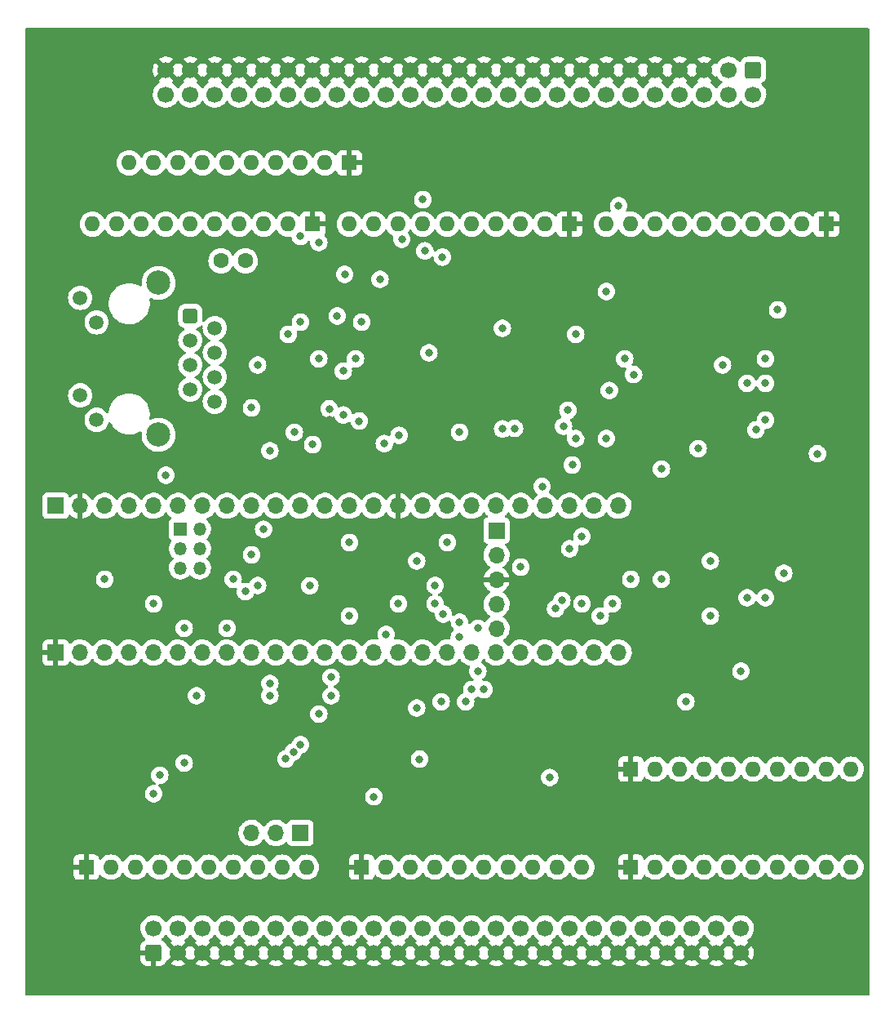
<source format=gbr>
%TF.GenerationSoftware,KiCad,Pcbnew,(6.0.4)*%
%TF.CreationDate,2022-05-21T22:21:05-04:00*%
%TF.ProjectId,pertec_arduino_adapter,70657274-6563-45f6-9172-6475696e6f5f,A*%
%TF.SameCoordinates,Original*%
%TF.FileFunction,Copper,L2,Inr*%
%TF.FilePolarity,Positive*%
%FSLAX46Y46*%
G04 Gerber Fmt 4.6, Leading zero omitted, Abs format (unit mm)*
G04 Created by KiCad (PCBNEW (6.0.4)) date 2022-05-21 22:21:05*
%MOMM*%
%LPD*%
G01*
G04 APERTURE LIST*
G04 Aperture macros list*
%AMRoundRect*
0 Rectangle with rounded corners*
0 $1 Rounding radius*
0 $2 $3 $4 $5 $6 $7 $8 $9 X,Y pos of 4 corners*
0 Add a 4 corners polygon primitive as box body*
4,1,4,$2,$3,$4,$5,$6,$7,$8,$9,$2,$3,0*
0 Add four circle primitives for the rounded corners*
1,1,$1+$1,$2,$3*
1,1,$1+$1,$4,$5*
1,1,$1+$1,$6,$7*
1,1,$1+$1,$8,$9*
0 Add four rect primitives between the rounded corners*
20,1,$1+$1,$2,$3,$4,$5,0*
20,1,$1+$1,$4,$5,$6,$7,0*
20,1,$1+$1,$6,$7,$8,$9,0*
20,1,$1+$1,$8,$9,$2,$3,0*%
G04 Aperture macros list end*
%TA.AperFunction,ComponentPad*%
%ADD10RoundRect,0.250500X-0.499500X0.499500X-0.499500X-0.499500X0.499500X-0.499500X0.499500X0.499500X0*%
%TD*%
%TA.AperFunction,ComponentPad*%
%ADD11C,1.500000*%
%TD*%
%TA.AperFunction,ComponentPad*%
%ADD12C,2.500000*%
%TD*%
%TA.AperFunction,ComponentPad*%
%ADD13R,1.700000X1.700000*%
%TD*%
%TA.AperFunction,ComponentPad*%
%ADD14O,1.700000X1.700000*%
%TD*%
%TA.AperFunction,ComponentPad*%
%ADD15RoundRect,0.250000X0.600000X-0.600000X0.600000X0.600000X-0.600000X0.600000X-0.600000X-0.600000X0*%
%TD*%
%TA.AperFunction,ComponentPad*%
%ADD16C,1.700000*%
%TD*%
%TA.AperFunction,ComponentPad*%
%ADD17R,1.350000X1.350000*%
%TD*%
%TA.AperFunction,ComponentPad*%
%ADD18O,1.350000X1.350000*%
%TD*%
%TA.AperFunction,ComponentPad*%
%ADD19R,1.600000X1.600000*%
%TD*%
%TA.AperFunction,ComponentPad*%
%ADD20O,1.600000X1.600000*%
%TD*%
%TA.AperFunction,ComponentPad*%
%ADD21C,1.600000*%
%TD*%
%TA.AperFunction,ComponentPad*%
%ADD22RoundRect,0.250000X-0.600000X0.600000X-0.600000X-0.600000X0.600000X-0.600000X0.600000X0.600000X0*%
%TD*%
%TA.AperFunction,ViaPad*%
%ADD23C,0.800000*%
%TD*%
G04 APERTURE END LIST*
D10*
%TO.N,ETHERNET_TP*%
%TO.C,J7*%
X104140000Y-67945000D03*
D11*
%TO.N,Net-(C1-Pad1)*%
X106680000Y-69215000D03*
%TO.N,ETHERNET_TM*%
X104140000Y-70485000D03*
%TO.N,ETHERNET_RP*%
X106680000Y-71755000D03*
%TO.N,Net-(C1-Pad1)*%
X104140000Y-73025000D03*
%TO.N,ETHERNET_RM*%
X106680000Y-74295000D03*
%TO.N,unconnected-(J7-Pad7)*%
X104140000Y-75565000D03*
%TO.N,ETHERNET_G*%
X106680000Y-76835000D03*
X92710000Y-66065000D03*
%TO.N,ETHERNET_LED*%
X94410000Y-68605000D03*
%TO.N,unconnected-(J7-Pad11)*%
X92710000Y-76175000D03*
%TO.N,unconnected-(J7-Pad12)*%
X94410000Y-78715000D03*
D12*
%TO.N,ETHERNET_G*%
X100840000Y-80265000D03*
X100840000Y-64515000D03*
%TD*%
D13*
%TO.N,+5V*%
%TO.C,J4*%
X90170000Y-87630000D03*
D14*
%TO.N,GNDREF*%
X92710000Y-87630000D03*
%TO.N,+3V3*%
X95250000Y-87630000D03*
%TO.N,LVIW6*%
X97790000Y-87630000D03*
%TO.N,LVIW7*%
X100330000Y-87630000D03*
%TO.N,LVIW4*%
X102870000Y-87630000D03*
%TO.N,LVIW5*%
X105410000Y-87630000D03*
%TO.N,LVIR7*%
X107950000Y-87630000D03*
%TO.N,LVIR6*%
X110490000Y-87630000D03*
%TO.N,LVIR1*%
X113030000Y-87630000D03*
%TO.N,LVIR0*%
X115570000Y-87630000D03*
%TO.N,LVIR4*%
X118110000Y-87630000D03*
%TO.N,LVIR5*%
X120650000Y-87630000D03*
%TO.N,LVILWD*%
X123190000Y-87630000D03*
%TO.N,GNDREF*%
X125730000Y-87630000D03*
%TO.N,LVIR2*%
X128270000Y-87630000D03*
%TO.N,LVIR3*%
X130810000Y-87630000D03*
%TO.N,LVIW2*%
X133350000Y-87630000D03*
%TO.N,LVIW3*%
X135890000Y-87630000D03*
%TO.N,LVIWSTR*%
X138430000Y-87630000D03*
%TO.N,LVIRSTR*%
X140970000Y-87630000D03*
%TO.N,LVIHER*%
X143510000Y-87630000D03*
%TO.N,LVICER*%
X146050000Y-87630000D03*
%TO.N,LVIFBY*%
X148590000Y-87630000D03*
%TD*%
D13*
%TO.N,Net-(JP1-Pad1)*%
%TO.C,JP1*%
X115570000Y-121545766D03*
D14*
%TO.N,ISGL*%
X113030000Y-121545766D03*
%TO.N,Net-(JP1-Pad3)*%
X110490000Y-121545766D03*
%TD*%
D15*
%TO.N,GNDREF*%
%TO.C,J1*%
X100325000Y-133985000D03*
D16*
%TO.N,IFBY*%
X100325000Y-131445000D03*
%TO.N,GNDREF*%
X102865000Y-133985000D03*
%TO.N,ILWD*%
X102865000Y-131445000D03*
%TO.N,GNDREF*%
X105405000Y-133985000D03*
%TO.N,IW4*%
X105405000Y-131445000D03*
%TO.N,GNDREF*%
X107945000Y-133985000D03*
%TO.N,IGO*%
X107945000Y-131445000D03*
%TO.N,GNDREF*%
X110485000Y-133985000D03*
%TO.N,IW0*%
X110485000Y-131445000D03*
%TO.N,GNDREF*%
X113025000Y-133985000D03*
%TO.N,IW1*%
X113025000Y-131445000D03*
%TO.N,GNDREF*%
X115565000Y-133985000D03*
%TO.N,ISGL*%
X115565000Y-131445000D03*
%TO.N,GNDREF*%
X118105000Y-133985000D03*
%TO.N,ILOL*%
X118105000Y-131445000D03*
%TO.N,GNDREF*%
X120645000Y-133985000D03*
%TO.N,IREV*%
X120645000Y-131445000D03*
%TO.N,GNDREF*%
X123185000Y-133985000D03*
%TO.N,IREW*%
X123185000Y-131445000D03*
%TO.N,GNDREF*%
X125725000Y-133985000D03*
%TO.N,IWP*%
X125725000Y-131445000D03*
%TO.N,GNDREF*%
X128265000Y-133985000D03*
%TO.N,IW7*%
X128265000Y-131445000D03*
%TO.N,GNDREF*%
X130805000Y-133985000D03*
%TO.N,IW3*%
X130805000Y-131445000D03*
%TO.N,GNDREF*%
X133345000Y-133985000D03*
%TO.N,IW6*%
X133345000Y-131445000D03*
%TO.N,GNDREF*%
X135885000Y-133985000D03*
%TO.N,IW2*%
X135885000Y-131445000D03*
%TO.N,GNDREF*%
X138425000Y-133985000D03*
%TO.N,IW5*%
X138425000Y-131445000D03*
%TO.N,GNDREF*%
X140965000Y-133985000D03*
%TO.N,IWRT*%
X140965000Y-131445000D03*
%TO.N,GNDREF*%
X143505000Y-133985000D03*
%TO.N,IRTH2*%
X143505000Y-131445000D03*
%TO.N,GNDREF*%
X146045000Y-133985000D03*
%TO.N,IEDIT*%
X146045000Y-131445000D03*
%TO.N,GNDREF*%
X148585000Y-133985000D03*
%TO.N,IERASE*%
X148585000Y-131445000D03*
%TO.N,GNDREF*%
X151125000Y-133985000D03*
%TO.N,IWFM*%
X151125000Y-131445000D03*
%TO.N,GNDREF*%
X153665000Y-133985000D03*
%TO.N,IRTH1*%
X153665000Y-131445000D03*
%TO.N,GNDREF*%
X156205000Y-133985000D03*
%TO.N,ITAD0*%
X156205000Y-131445000D03*
%TO.N,GNDREF*%
X158745000Y-133985000D03*
%TO.N,IR2*%
X158745000Y-131445000D03*
%TO.N,GNDREF*%
X161285000Y-133985000D03*
%TO.N,IR3*%
X161285000Y-131445000D03*
%TD*%
D17*
%TO.N,ETHERNET_TM*%
%TO.C,J3*%
X103108000Y-90080000D03*
D18*
%TO.N,ETHERNET_TP*%
X105108000Y-90080000D03*
%TO.N,ETHERNET_LED*%
X103108000Y-92080000D03*
%TO.N,ETHERNET_G*%
X105108000Y-92080000D03*
%TO.N,ETHERNET_RP*%
X103108000Y-94080000D03*
%TO.N,ETHERNET_RM*%
X105108000Y-94080000D03*
%TD*%
D19*
%TO.N,GNDREF*%
%TO.C,RN5*%
X93345000Y-125095000D03*
D20*
%TO.N,ILWD*%
X95885000Y-125095000D03*
%TO.N,IW4*%
X98425000Y-125095000D03*
%TO.N,IGO*%
X100965000Y-125095000D03*
%TO.N,IW0*%
X103505000Y-125095000D03*
%TO.N,IW1*%
X106045000Y-125095000D03*
%TO.N,Net-(JP1-Pad3)*%
X108585000Y-125095000D03*
%TO.N,ILOL*%
X111125000Y-125095000D03*
%TO.N,IREV*%
X113665000Y-125095000D03*
%TO.N,+5V*%
X116205000Y-125095000D03*
%TD*%
D13*
%TO.N,GNDREF*%
%TO.C,J5*%
X90180000Y-102845000D03*
D14*
%TO.N,LVIFMK*%
X92720000Y-102845000D03*
%TO.N,LVIRP*%
X95260000Y-102845000D03*
%TO.N,LVIRDY*%
X97800000Y-102845000D03*
%TO.N,DIRA*%
X100340000Y-102845000D03*
%TO.N,LVIDBY*%
X102880000Y-102845000D03*
%TO.N,~{LPI2C4_INT}*%
X105420000Y-102845000D03*
%TO.N,LVIGO*%
X107960000Y-102845000D03*
%TO.N,LVIWP*%
X110500000Y-102845000D03*
%TO.N,LVIREW*%
X113040000Y-102845000D03*
%TO.N,LVIREV*%
X115580000Y-102845000D03*
%TO.N,LVIWRT*%
X118120000Y-102845000D03*
%TO.N,LVIEDIT*%
X120660000Y-102845000D03*
%TO.N,LVIERASE*%
X123200000Y-102845000D03*
%TO.N,+3V3*%
X125740000Y-102845000D03*
%TO.N,LPI2C4_SCL*%
X128280000Y-102845000D03*
%TO.N,LPI2C4_SDA*%
X130820000Y-102845000D03*
%TO.N,LVIW1*%
X133360000Y-102845000D03*
%TO.N,LVIW0*%
X135900000Y-102845000D03*
%TO.N,DIRB*%
X138440000Y-102845000D03*
%TO.N,OEA*%
X140980000Y-102845000D03*
%TO.N,LVIOFL*%
X143520000Y-102845000D03*
%TO.N,LVIEOT*%
X146060000Y-102845000D03*
%TO.N,LVIWFM*%
X148600000Y-102845000D03*
%TD*%
D19*
%TO.N,GNDREF*%
%TO.C,RN8*%
X120650000Y-52070000D03*
D20*
%TO.N,IFEN*%
X118110000Y-52070000D03*
%TO.N,IOFL*%
X115570000Y-52070000D03*
%TO.N,ITAD1*%
X113030000Y-52070000D03*
%TO.N,IFAD*%
X110490000Y-52070000D03*
%TO.N,IDEN*%
X107950000Y-52070000D03*
%TO.N,unconnected-(RN8-Pad7)*%
X105410000Y-52070000D03*
%TO.N,unconnected-(RN8-Pad8)*%
X102870000Y-52070000D03*
%TO.N,unconnected-(RN8-Pad9)*%
X100330000Y-52070000D03*
%TO.N,+5V*%
X97790000Y-52070000D03*
%TD*%
D19*
%TO.N,GNDREF*%
%TO.C,RN1*%
X170175000Y-58420000D03*
D20*
%TO.N,IRP*%
X167635000Y-58420000D03*
%TO.N,IR0*%
X165095000Y-58420000D03*
%TO.N,IR1*%
X162555000Y-58420000D03*
%TO.N,ILDP*%
X160015000Y-58420000D03*
%TO.N,IR4*%
X157475000Y-58420000D03*
%TO.N,IR7*%
X154935000Y-58420000D03*
%TO.N,IR6*%
X152395000Y-58420000D03*
%TO.N,IHER*%
X149855000Y-58420000D03*
%TO.N,+5V*%
X147315000Y-58420000D03*
%TD*%
D19*
%TO.N,GNDREF*%
%TO.C,RN4*%
X149860000Y-114935000D03*
D20*
%TO.N,Net-(JP1-Pad1)*%
X152400000Y-114935000D03*
%TO.N,IFBY*%
X154940000Y-114935000D03*
%TO.N,IR2*%
X157480000Y-114935000D03*
%TO.N,IR3*%
X160020000Y-114935000D03*
%TO.N,unconnected-(RN4-Pad6)*%
X162560000Y-114935000D03*
%TO.N,unconnected-(RN4-Pad7)*%
X165100000Y-114935000D03*
%TO.N,unconnected-(RN4-Pad8)*%
X167640000Y-114935000D03*
%TO.N,unconnected-(RN4-Pad9)*%
X170180000Y-114935000D03*
%TO.N,+5V*%
X172720000Y-114935000D03*
%TD*%
D19*
%TO.N,GNDREF*%
%TO.C,RN7*%
X149860000Y-125095000D03*
D20*
%TO.N,IRTH2*%
X152400000Y-125095000D03*
%TO.N,IEDIT*%
X154940000Y-125095000D03*
%TO.N,IERASE*%
X157480000Y-125095000D03*
%TO.N,IWFM*%
X160020000Y-125095000D03*
%TO.N,IRTH1*%
X162560000Y-125095000D03*
%TO.N,ITAD0*%
X165100000Y-125095000D03*
%TO.N,unconnected-(RN7-Pad8)*%
X167640000Y-125095000D03*
%TO.N,unconnected-(RN7-Pad9)*%
X170180000Y-125095000D03*
%TO.N,+5V*%
X172720000Y-125095000D03*
%TD*%
D21*
%TO.N,Net-(C1-Pad1)*%
%TO.C,C1*%
X109855000Y-62230000D03*
%TO.N,ETHERNET_G*%
X107315000Y-62230000D03*
%TD*%
D19*
%TO.N,GNDREF*%
%TO.C,RN2*%
X143505000Y-58420000D03*
D20*
%TO.N,IFMK*%
X140965000Y-58420000D03*
%TO.N,IDENT*%
X138425000Y-58420000D03*
%TO.N,IR5*%
X135885000Y-58420000D03*
%TO.N,IEOT*%
X133345000Y-58420000D03*
%TO.N,INRZ*%
X130805000Y-58420000D03*
%TO.N,IRDY*%
X128265000Y-58420000D03*
%TO.N,IRWD*%
X125725000Y-58420000D03*
%TO.N,IFPT*%
X123185000Y-58420000D03*
%TO.N,+5V*%
X120645000Y-58420000D03*
%TD*%
D19*
%TO.N,GNDREF*%
%TO.C,RN3*%
X116840000Y-58420000D03*
D20*
%TO.N,IRSTR*%
X114300000Y-58420000D03*
%TO.N,IWSTR*%
X111760000Y-58420000D03*
%TO.N,IDBY*%
X109220000Y-58420000D03*
%TO.N,ISPEED*%
X106680000Y-58420000D03*
%TO.N,ICER*%
X104140000Y-58420000D03*
%TO.N,IONL*%
X101600000Y-58420000D03*
%TO.N,unconnected-(RN3-Pad8)*%
X99060000Y-58420000D03*
%TO.N,unconnected-(RN3-Pad9)*%
X96520000Y-58420000D03*
%TO.N,+5V*%
X93980000Y-58420000D03*
%TD*%
D13*
%TO.N,unconnected-(J6-Pad1)*%
%TO.C,J6*%
X135915000Y-90200000D03*
D14*
%TO.N,unconnected-(J6-Pad2)*%
X135915000Y-92740000D03*
%TO.N,GNDREF*%
X135915000Y-95280000D03*
%TO.N,+3V3*%
X135915000Y-97820000D03*
%TO.N,Net-(BT1-Pad1)*%
X135915000Y-100360000D03*
%TD*%
D19*
%TO.N,GNDREF*%
%TO.C,RN6*%
X121920000Y-125095000D03*
D20*
%TO.N,IREW*%
X124460000Y-125095000D03*
%TO.N,IWP*%
X127000000Y-125095000D03*
%TO.N,IW7*%
X129540000Y-125095000D03*
%TO.N,IW3*%
X132080000Y-125095000D03*
%TO.N,IW6*%
X134620000Y-125095000D03*
%TO.N,IW2*%
X137160000Y-125095000D03*
%TO.N,IW5*%
X139700000Y-125095000D03*
%TO.N,IWRT*%
X142240000Y-125095000D03*
%TO.N,+5V*%
X144780000Y-125095000D03*
%TD*%
D22*
%TO.N,IRP*%
%TO.C,J2*%
X162565000Y-42427500D03*
D16*
%TO.N,IR0*%
X162565000Y-44967500D03*
%TO.N,IR1*%
X160025000Y-42427500D03*
%TO.N,ILDP*%
X160025000Y-44967500D03*
%TO.N,GNDREF*%
X157485000Y-42427500D03*
%TO.N,IR4*%
X157485000Y-44967500D03*
%TO.N,GNDREF*%
X154945000Y-42427500D03*
%TO.N,IR7*%
X154945000Y-44967500D03*
%TO.N,GNDREF*%
X152405000Y-42427500D03*
%TO.N,IR6*%
X152405000Y-44967500D03*
%TO.N,GNDREF*%
X149865000Y-42427500D03*
%TO.N,IHER*%
X149865000Y-44967500D03*
%TO.N,GNDREF*%
X147325000Y-42427500D03*
%TO.N,IFMK*%
X147325000Y-44967500D03*
%TO.N,GNDREF*%
X144785000Y-42427500D03*
%TO.N,IDENT*%
X144785000Y-44967500D03*
%TO.N,GNDREF*%
X142245000Y-42427500D03*
%TO.N,IFEN*%
X142245000Y-44967500D03*
%TO.N,GNDREF*%
X139705000Y-42427500D03*
%TO.N,IR5*%
X139705000Y-44967500D03*
%TO.N,GNDREF*%
X137165000Y-42427500D03*
%TO.N,IEOT*%
X137165000Y-44967500D03*
%TO.N,GNDREF*%
X134625000Y-42427500D03*
%TO.N,IOFL*%
X134625000Y-44967500D03*
%TO.N,GNDREF*%
X132085000Y-42427500D03*
%TO.N,INRZ*%
X132085000Y-44967500D03*
%TO.N,GNDREF*%
X129545000Y-42427500D03*
%TO.N,IRDY*%
X129545000Y-44967500D03*
%TO.N,GNDREF*%
X127005000Y-42427500D03*
%TO.N,IRWD*%
X127005000Y-44967500D03*
%TO.N,GNDREF*%
X124465000Y-42427500D03*
%TO.N,IFPT*%
X124465000Y-44967500D03*
%TO.N,GNDREF*%
X121925000Y-42427500D03*
%TO.N,IRSTR*%
X121925000Y-44967500D03*
%TO.N,GNDREF*%
X119385000Y-42427500D03*
%TO.N,IWSTR*%
X119385000Y-44967500D03*
%TO.N,GNDREF*%
X116845000Y-42427500D03*
%TO.N,IDBY*%
X116845000Y-44967500D03*
%TO.N,GNDREF*%
X114305000Y-42427500D03*
%TO.N,ISPEED*%
X114305000Y-44967500D03*
%TO.N,GNDREF*%
X111765000Y-42427500D03*
%TO.N,ICER*%
X111765000Y-44967500D03*
%TO.N,GNDREF*%
X109225000Y-42427500D03*
%TO.N,IONL*%
X109225000Y-44967500D03*
%TO.N,GNDREF*%
X106685000Y-42427500D03*
%TO.N,ITAD1*%
X106685000Y-44967500D03*
%TO.N,GNDREF*%
X104145000Y-42427500D03*
%TO.N,IFAD*%
X104145000Y-44967500D03*
%TO.N,GNDREF*%
X101605000Y-42427500D03*
%TO.N,IDEN*%
X101605000Y-44967500D03*
%TD*%
D23*
%TO.N,GNDREF*%
X155575000Y-92710000D03*
X168910000Y-65405000D03*
X140335000Y-117475000D03*
X170815000Y-106045000D03*
X110490000Y-82550000D03*
X130810000Y-67310000D03*
X145415000Y-65405000D03*
X145187051Y-80065824D03*
X96520000Y-111442500D03*
X169545000Y-77470000D03*
X132715000Y-73025000D03*
X151130000Y-69850000D03*
X167005000Y-82550000D03*
X96520000Y-116522500D03*
X125730000Y-65405000D03*
X117187500Y-117445000D03*
X171450000Y-74930000D03*
X116950845Y-61742612D03*
X127635000Y-119697500D03*
X155575000Y-85725000D03*
X118619395Y-78698131D03*
X170815000Y-98425000D03*
X153035000Y-78740000D03*
X151765000Y-106680000D03*
X118110000Y-110490000D03*
X104140000Y-119134891D03*
X172085000Y-90170000D03*
X137795000Y-112077500D03*
%TO.N,ISGL*%
X125806758Y-80317032D03*
%TO.N,ILOL*%
X116840000Y-81280000D03*
X117475000Y-109220000D03*
X111125000Y-95885000D03*
%TO.N,IRTH2*%
X121661813Y-78837692D03*
X132080000Y-99695000D03*
%TO.N,IWFM*%
X163830000Y-97155000D03*
%TO.N,IRTH1*%
X120015000Y-78209670D03*
X133985000Y-100330000D03*
%TO.N,ITAD0*%
X121285000Y-72390000D03*
X130397734Y-98846081D03*
%TO.N,ILDP*%
X118549615Y-77567692D03*
%TO.N,IDENT*%
X114300000Y-69850000D03*
%TO.N,IFEN*%
X121920000Y-68580000D03*
X115570000Y-59690000D03*
%TO.N,IOFL*%
X156844999Y-81698681D03*
X149225000Y-72390000D03*
X148590000Y-56515000D03*
%TO.N,INRZ*%
X126085879Y-59984150D03*
%TO.N,IFPT*%
X119380000Y-67945000D03*
X120158138Y-63634431D03*
%TO.N,IRSTR*%
X136525000Y-69215000D03*
%TO.N,IWSTR*%
X130299530Y-61837620D03*
%TO.N,IDBY*%
X128474509Y-61193495D03*
%TO.N,ISPEED*%
X115570000Y-68580000D03*
%TO.N,ICER*%
X128905000Y-71755000D03*
X159385000Y-73025000D03*
X161290000Y-104775000D03*
%TO.N,IONL*%
X117475000Y-72390000D03*
%TO.N,ITAD1*%
X117475000Y-60325000D03*
X123825000Y-64135000D03*
%TO.N,IFAD*%
X128270000Y-55880000D03*
%TO.N,IDEN*%
X120015000Y-73660000D03*
%TO.N,+3V3*%
X116537812Y-95914251D03*
X147320000Y-80645000D03*
X153035000Y-83820000D03*
X125730000Y-97790000D03*
X129540000Y-97790000D03*
X153035000Y-95250000D03*
X100330000Y-97790000D03*
%TO.N,ETHERNET_TM*%
X101600000Y-84455000D03*
%TO.N,+5V*%
X100330000Y-117475000D03*
X123190000Y-117792500D03*
X147320000Y-65405000D03*
X110490000Y-92710000D03*
X110490000Y-77470000D03*
X127635000Y-93345000D03*
X165100000Y-67310000D03*
X169227500Y-82232500D03*
X155575000Y-107950000D03*
%TO.N,Net-(Q1-Pad3)*%
X111744731Y-90057993D03*
X112395000Y-81915000D03*
%TO.N,LVIW6*%
X130175000Y-107950000D03*
X118745000Y-107315000D03*
X108585000Y-95250000D03*
%TO.N,Net-(Q2-Pad3)*%
X114935000Y-80010000D03*
X120650000Y-91440000D03*
%TO.N,LVIW7*%
X103505000Y-114300000D03*
X127635000Y-108585000D03*
%TO.N,LVIW5*%
X132715000Y-107950000D03*
X118745000Y-105410000D03*
%TO.N,LVIR1*%
X162846098Y-79751813D03*
X161925000Y-74930000D03*
%TO.N,LVIR5*%
X142875000Y-79375000D03*
X140655989Y-85627307D03*
%TO.N,LVILWD*%
X104775000Y-107315000D03*
%TO.N,LVIR2*%
X129540000Y-95885000D03*
X147955000Y-97790000D03*
X144780000Y-97790000D03*
%TO.N,LVIR3*%
X142709521Y-97452064D03*
X146685000Y-99060000D03*
X130810000Y-91440000D03*
%TO.N,LVIW2*%
X132059065Y-101216208D03*
%TO.N,LVIW3*%
X138430000Y-93980000D03*
%TO.N,LVIWSTR*%
X136552912Y-79654120D03*
%TO.N,LVIRSTR*%
X137795000Y-79612252D03*
%TO.N,LVIHER*%
X143789120Y-83394340D03*
%TO.N,LVIFBY*%
X149860000Y-95250000D03*
%TO.N,LVIFMK*%
X132080000Y-80010000D03*
X143330897Y-77723534D03*
%TO.N,LVIRP*%
X150146098Y-74022857D03*
X163830000Y-74930000D03*
%TO.N,LVIRDY*%
X95250000Y-95250000D03*
%TO.N,DIRA*%
X100965000Y-115570000D03*
X158115000Y-99060000D03*
X141441709Y-115794974D03*
X163830000Y-78740000D03*
X147634010Y-75669670D03*
%TO.N,LVIDBY*%
X124278571Y-81175329D03*
X103505000Y-100330000D03*
%TO.N,~{LPI2C4_INT}*%
X109855000Y-96520000D03*
X107950000Y-100330000D03*
X111125000Y-73025000D03*
%TO.N,LVIREW*%
X112395000Y-107315000D03*
%TO.N,LVIREV*%
X112395000Y-106045000D03*
%TO.N,LVIWRT*%
X133350000Y-106680000D03*
%TO.N,LVIEDIT*%
X134620000Y-106680000D03*
%TO.N,LVIERASE*%
X133985000Y-104775000D03*
%TO.N,LPI2C4_SCL*%
X120650000Y-99060000D03*
%TO.N,LPI2C4_SDA*%
X124460000Y-100965000D03*
%TO.N,LVIW1*%
X115570000Y-112395000D03*
%TO.N,LVIW0*%
X114823351Y-113148626D03*
%TO.N,DIRB*%
X127930309Y-113895274D03*
X114055769Y-113881318D03*
X165735000Y-94615000D03*
%TO.N,OEA*%
X142047605Y-98297401D03*
X144145000Y-69850000D03*
X163830000Y-72390000D03*
X143510000Y-92075000D03*
%TO.N,LVIOFL*%
X158115000Y-93345000D03*
%TO.N,LVIEOT*%
X144780000Y-90805000D03*
X144145000Y-80645000D03*
%TO.N,LVIWFM*%
X161925000Y-97155000D03*
%TD*%
%TA.AperFunction,Conductor*%
%TO.N,GNDREF*%
G36*
X174567121Y-38120002D02*
G01*
X174613614Y-38173658D01*
X174625000Y-38226000D01*
X174625000Y-138304000D01*
X174604998Y-138372121D01*
X174551342Y-138418614D01*
X174499000Y-138430000D01*
X87121000Y-138430000D01*
X87052879Y-138409998D01*
X87006386Y-138356342D01*
X86995000Y-138304000D01*
X86995000Y-134632095D01*
X98967001Y-134632095D01*
X98967338Y-134638614D01*
X98977257Y-134734206D01*
X98980149Y-134747600D01*
X99031588Y-134901784D01*
X99037761Y-134914962D01*
X99123063Y-135052807D01*
X99132099Y-135064208D01*
X99246829Y-135178739D01*
X99258240Y-135187751D01*
X99396243Y-135272816D01*
X99409424Y-135278963D01*
X99563710Y-135330138D01*
X99577086Y-135333005D01*
X99671438Y-135342672D01*
X99677854Y-135343000D01*
X100052885Y-135343000D01*
X100068124Y-135338525D01*
X100069329Y-135337135D01*
X100071000Y-135329452D01*
X100071000Y-134257115D01*
X100066525Y-134241876D01*
X100065135Y-134240671D01*
X100057452Y-134239000D01*
X98985116Y-134239000D01*
X98969877Y-134243475D01*
X98968672Y-134244865D01*
X98967001Y-134252548D01*
X98967001Y-134632095D01*
X86995000Y-134632095D01*
X86995000Y-131411695D01*
X98962251Y-131411695D01*
X98962548Y-131416848D01*
X98962548Y-131416851D01*
X98968011Y-131511590D01*
X98975110Y-131634715D01*
X98976247Y-131639761D01*
X98976248Y-131639767D01*
X98996119Y-131727939D01*
X99024222Y-131852639D01*
X99108266Y-132059616D01*
X99159019Y-132142438D01*
X99222291Y-132245688D01*
X99224987Y-132250088D01*
X99371250Y-132418938D01*
X99441772Y-132477486D01*
X99481408Y-132536389D01*
X99482906Y-132607370D01*
X99445792Y-132667893D01*
X99414739Y-132688532D01*
X99395040Y-132697760D01*
X99257193Y-132783063D01*
X99245792Y-132792099D01*
X99131261Y-132906829D01*
X99122249Y-132918240D01*
X99037184Y-133056243D01*
X99031037Y-133069424D01*
X98979862Y-133223710D01*
X98976995Y-133237086D01*
X98967328Y-133331438D01*
X98967000Y-133337855D01*
X98967000Y-133712885D01*
X98971475Y-133728124D01*
X98972865Y-133729329D01*
X98980548Y-133731000D01*
X100453000Y-133731000D01*
X100521121Y-133751002D01*
X100567614Y-133804658D01*
X100579000Y-133857000D01*
X100579000Y-135324884D01*
X100583475Y-135340123D01*
X100584865Y-135341328D01*
X100592548Y-135342999D01*
X100972095Y-135342999D01*
X100978614Y-135342662D01*
X101074206Y-135332743D01*
X101087600Y-135329851D01*
X101241784Y-135278412D01*
X101254962Y-135272239D01*
X101392807Y-135186937D01*
X101404208Y-135177901D01*
X101472138Y-135109853D01*
X102104977Y-135109853D01*
X102110258Y-135116907D01*
X102271756Y-135211279D01*
X102281042Y-135215729D01*
X102480001Y-135291703D01*
X102489899Y-135294579D01*
X102698595Y-135337038D01*
X102708823Y-135338257D01*
X102921650Y-135346062D01*
X102931936Y-135345595D01*
X103143185Y-135318534D01*
X103153262Y-135316392D01*
X103357255Y-135255191D01*
X103366842Y-135251433D01*
X103558098Y-135157738D01*
X103566944Y-135152465D01*
X103614247Y-135118723D01*
X103621211Y-135109853D01*
X104644977Y-135109853D01*
X104650258Y-135116907D01*
X104811756Y-135211279D01*
X104821042Y-135215729D01*
X105020001Y-135291703D01*
X105029899Y-135294579D01*
X105238595Y-135337038D01*
X105248823Y-135338257D01*
X105461650Y-135346062D01*
X105471936Y-135345595D01*
X105683185Y-135318534D01*
X105693262Y-135316392D01*
X105897255Y-135255191D01*
X105906842Y-135251433D01*
X106098098Y-135157738D01*
X106106944Y-135152465D01*
X106154247Y-135118723D01*
X106161211Y-135109853D01*
X107184977Y-135109853D01*
X107190258Y-135116907D01*
X107351756Y-135211279D01*
X107361042Y-135215729D01*
X107560001Y-135291703D01*
X107569899Y-135294579D01*
X107778595Y-135337038D01*
X107788823Y-135338257D01*
X108001650Y-135346062D01*
X108011936Y-135345595D01*
X108223185Y-135318534D01*
X108233262Y-135316392D01*
X108437255Y-135255191D01*
X108446842Y-135251433D01*
X108638098Y-135157738D01*
X108646944Y-135152465D01*
X108694247Y-135118723D01*
X108701211Y-135109853D01*
X109724977Y-135109853D01*
X109730258Y-135116907D01*
X109891756Y-135211279D01*
X109901042Y-135215729D01*
X110100001Y-135291703D01*
X110109899Y-135294579D01*
X110318595Y-135337038D01*
X110328823Y-135338257D01*
X110541650Y-135346062D01*
X110551936Y-135345595D01*
X110763185Y-135318534D01*
X110773262Y-135316392D01*
X110977255Y-135255191D01*
X110986842Y-135251433D01*
X111178098Y-135157738D01*
X111186944Y-135152465D01*
X111234247Y-135118723D01*
X111241211Y-135109853D01*
X112264977Y-135109853D01*
X112270258Y-135116907D01*
X112431756Y-135211279D01*
X112441042Y-135215729D01*
X112640001Y-135291703D01*
X112649899Y-135294579D01*
X112858595Y-135337038D01*
X112868823Y-135338257D01*
X113081650Y-135346062D01*
X113091936Y-135345595D01*
X113303185Y-135318534D01*
X113313262Y-135316392D01*
X113517255Y-135255191D01*
X113526842Y-135251433D01*
X113718098Y-135157738D01*
X113726944Y-135152465D01*
X113774247Y-135118723D01*
X113781211Y-135109853D01*
X114804977Y-135109853D01*
X114810258Y-135116907D01*
X114971756Y-135211279D01*
X114981042Y-135215729D01*
X115180001Y-135291703D01*
X115189899Y-135294579D01*
X115398595Y-135337038D01*
X115408823Y-135338257D01*
X115621650Y-135346062D01*
X115631936Y-135345595D01*
X115843185Y-135318534D01*
X115853262Y-135316392D01*
X116057255Y-135255191D01*
X116066842Y-135251433D01*
X116258098Y-135157738D01*
X116266944Y-135152465D01*
X116314247Y-135118723D01*
X116321211Y-135109853D01*
X117344977Y-135109853D01*
X117350258Y-135116907D01*
X117511756Y-135211279D01*
X117521042Y-135215729D01*
X117720001Y-135291703D01*
X117729899Y-135294579D01*
X117938595Y-135337038D01*
X117948823Y-135338257D01*
X118161650Y-135346062D01*
X118171936Y-135345595D01*
X118383185Y-135318534D01*
X118393262Y-135316392D01*
X118597255Y-135255191D01*
X118606842Y-135251433D01*
X118798098Y-135157738D01*
X118806944Y-135152465D01*
X118854247Y-135118723D01*
X118861211Y-135109853D01*
X119884977Y-135109853D01*
X119890258Y-135116907D01*
X120051756Y-135211279D01*
X120061042Y-135215729D01*
X120260001Y-135291703D01*
X120269899Y-135294579D01*
X120478595Y-135337038D01*
X120488823Y-135338257D01*
X120701650Y-135346062D01*
X120711936Y-135345595D01*
X120923185Y-135318534D01*
X120933262Y-135316392D01*
X121137255Y-135255191D01*
X121146842Y-135251433D01*
X121338098Y-135157738D01*
X121346944Y-135152465D01*
X121394247Y-135118723D01*
X121401211Y-135109853D01*
X122424977Y-135109853D01*
X122430258Y-135116907D01*
X122591756Y-135211279D01*
X122601042Y-135215729D01*
X122800001Y-135291703D01*
X122809899Y-135294579D01*
X123018595Y-135337038D01*
X123028823Y-135338257D01*
X123241650Y-135346062D01*
X123251936Y-135345595D01*
X123463185Y-135318534D01*
X123473262Y-135316392D01*
X123677255Y-135255191D01*
X123686842Y-135251433D01*
X123878098Y-135157738D01*
X123886944Y-135152465D01*
X123934247Y-135118723D01*
X123941211Y-135109853D01*
X124964977Y-135109853D01*
X124970258Y-135116907D01*
X125131756Y-135211279D01*
X125141042Y-135215729D01*
X125340001Y-135291703D01*
X125349899Y-135294579D01*
X125558595Y-135337038D01*
X125568823Y-135338257D01*
X125781650Y-135346062D01*
X125791936Y-135345595D01*
X126003185Y-135318534D01*
X126013262Y-135316392D01*
X126217255Y-135255191D01*
X126226842Y-135251433D01*
X126418098Y-135157738D01*
X126426944Y-135152465D01*
X126474247Y-135118723D01*
X126481211Y-135109853D01*
X127504977Y-135109853D01*
X127510258Y-135116907D01*
X127671756Y-135211279D01*
X127681042Y-135215729D01*
X127880001Y-135291703D01*
X127889899Y-135294579D01*
X128098595Y-135337038D01*
X128108823Y-135338257D01*
X128321650Y-135346062D01*
X128331936Y-135345595D01*
X128543185Y-135318534D01*
X128553262Y-135316392D01*
X128757255Y-135255191D01*
X128766842Y-135251433D01*
X128958098Y-135157738D01*
X128966944Y-135152465D01*
X129014247Y-135118723D01*
X129021211Y-135109853D01*
X130044977Y-135109853D01*
X130050258Y-135116907D01*
X130211756Y-135211279D01*
X130221042Y-135215729D01*
X130420001Y-135291703D01*
X130429899Y-135294579D01*
X130638595Y-135337038D01*
X130648823Y-135338257D01*
X130861650Y-135346062D01*
X130871936Y-135345595D01*
X131083185Y-135318534D01*
X131093262Y-135316392D01*
X131297255Y-135255191D01*
X131306842Y-135251433D01*
X131498098Y-135157738D01*
X131506944Y-135152465D01*
X131554247Y-135118723D01*
X131561211Y-135109853D01*
X132584977Y-135109853D01*
X132590258Y-135116907D01*
X132751756Y-135211279D01*
X132761042Y-135215729D01*
X132960001Y-135291703D01*
X132969899Y-135294579D01*
X133178595Y-135337038D01*
X133188823Y-135338257D01*
X133401650Y-135346062D01*
X133411936Y-135345595D01*
X133623185Y-135318534D01*
X133633262Y-135316392D01*
X133837255Y-135255191D01*
X133846842Y-135251433D01*
X134038098Y-135157738D01*
X134046944Y-135152465D01*
X134094247Y-135118723D01*
X134101211Y-135109853D01*
X135124977Y-135109853D01*
X135130258Y-135116907D01*
X135291756Y-135211279D01*
X135301042Y-135215729D01*
X135500001Y-135291703D01*
X135509899Y-135294579D01*
X135718595Y-135337038D01*
X135728823Y-135338257D01*
X135941650Y-135346062D01*
X135951936Y-135345595D01*
X136163185Y-135318534D01*
X136173262Y-135316392D01*
X136377255Y-135255191D01*
X136386842Y-135251433D01*
X136578098Y-135157738D01*
X136586944Y-135152465D01*
X136634247Y-135118723D01*
X136641211Y-135109853D01*
X137664977Y-135109853D01*
X137670258Y-135116907D01*
X137831756Y-135211279D01*
X137841042Y-135215729D01*
X138040001Y-135291703D01*
X138049899Y-135294579D01*
X138258595Y-135337038D01*
X138268823Y-135338257D01*
X138481650Y-135346062D01*
X138491936Y-135345595D01*
X138703185Y-135318534D01*
X138713262Y-135316392D01*
X138917255Y-135255191D01*
X138926842Y-135251433D01*
X139118098Y-135157738D01*
X139126944Y-135152465D01*
X139174247Y-135118723D01*
X139181211Y-135109853D01*
X140204977Y-135109853D01*
X140210258Y-135116907D01*
X140371756Y-135211279D01*
X140381042Y-135215729D01*
X140580001Y-135291703D01*
X140589899Y-135294579D01*
X140798595Y-135337038D01*
X140808823Y-135338257D01*
X141021650Y-135346062D01*
X141031936Y-135345595D01*
X141243185Y-135318534D01*
X141253262Y-135316392D01*
X141457255Y-135255191D01*
X141466842Y-135251433D01*
X141658098Y-135157738D01*
X141666944Y-135152465D01*
X141714247Y-135118723D01*
X141721211Y-135109853D01*
X142744977Y-135109853D01*
X142750258Y-135116907D01*
X142911756Y-135211279D01*
X142921042Y-135215729D01*
X143120001Y-135291703D01*
X143129899Y-135294579D01*
X143338595Y-135337038D01*
X143348823Y-135338257D01*
X143561650Y-135346062D01*
X143571936Y-135345595D01*
X143783185Y-135318534D01*
X143793262Y-135316392D01*
X143997255Y-135255191D01*
X144006842Y-135251433D01*
X144198098Y-135157738D01*
X144206944Y-135152465D01*
X144254247Y-135118723D01*
X144261211Y-135109853D01*
X145284977Y-135109853D01*
X145290258Y-135116907D01*
X145451756Y-135211279D01*
X145461042Y-135215729D01*
X145660001Y-135291703D01*
X145669899Y-135294579D01*
X145878595Y-135337038D01*
X145888823Y-135338257D01*
X146101650Y-135346062D01*
X146111936Y-135345595D01*
X146323185Y-135318534D01*
X146333262Y-135316392D01*
X146537255Y-135255191D01*
X146546842Y-135251433D01*
X146738098Y-135157738D01*
X146746944Y-135152465D01*
X146794247Y-135118723D01*
X146801211Y-135109853D01*
X147824977Y-135109853D01*
X147830258Y-135116907D01*
X147991756Y-135211279D01*
X148001042Y-135215729D01*
X148200001Y-135291703D01*
X148209899Y-135294579D01*
X148418595Y-135337038D01*
X148428823Y-135338257D01*
X148641650Y-135346062D01*
X148651936Y-135345595D01*
X148863185Y-135318534D01*
X148873262Y-135316392D01*
X149077255Y-135255191D01*
X149086842Y-135251433D01*
X149278098Y-135157738D01*
X149286944Y-135152465D01*
X149334247Y-135118723D01*
X149341211Y-135109853D01*
X150364977Y-135109853D01*
X150370258Y-135116907D01*
X150531756Y-135211279D01*
X150541042Y-135215729D01*
X150740001Y-135291703D01*
X150749899Y-135294579D01*
X150958595Y-135337038D01*
X150968823Y-135338257D01*
X151181650Y-135346062D01*
X151191936Y-135345595D01*
X151403185Y-135318534D01*
X151413262Y-135316392D01*
X151617255Y-135255191D01*
X151626842Y-135251433D01*
X151818098Y-135157738D01*
X151826944Y-135152465D01*
X151874247Y-135118723D01*
X151881211Y-135109853D01*
X152904977Y-135109853D01*
X152910258Y-135116907D01*
X153071756Y-135211279D01*
X153081042Y-135215729D01*
X153280001Y-135291703D01*
X153289899Y-135294579D01*
X153498595Y-135337038D01*
X153508823Y-135338257D01*
X153721650Y-135346062D01*
X153731936Y-135345595D01*
X153943185Y-135318534D01*
X153953262Y-135316392D01*
X154157255Y-135255191D01*
X154166842Y-135251433D01*
X154358098Y-135157738D01*
X154366944Y-135152465D01*
X154414247Y-135118723D01*
X154421211Y-135109853D01*
X155444977Y-135109853D01*
X155450258Y-135116907D01*
X155611756Y-135211279D01*
X155621042Y-135215729D01*
X155820001Y-135291703D01*
X155829899Y-135294579D01*
X156038595Y-135337038D01*
X156048823Y-135338257D01*
X156261650Y-135346062D01*
X156271936Y-135345595D01*
X156483185Y-135318534D01*
X156493262Y-135316392D01*
X156697255Y-135255191D01*
X156706842Y-135251433D01*
X156898098Y-135157738D01*
X156906944Y-135152465D01*
X156954247Y-135118723D01*
X156961211Y-135109853D01*
X157984977Y-135109853D01*
X157990258Y-135116907D01*
X158151756Y-135211279D01*
X158161042Y-135215729D01*
X158360001Y-135291703D01*
X158369899Y-135294579D01*
X158578595Y-135337038D01*
X158588823Y-135338257D01*
X158801650Y-135346062D01*
X158811936Y-135345595D01*
X159023185Y-135318534D01*
X159033262Y-135316392D01*
X159237255Y-135255191D01*
X159246842Y-135251433D01*
X159438098Y-135157738D01*
X159446944Y-135152465D01*
X159494247Y-135118723D01*
X159501211Y-135109853D01*
X160524977Y-135109853D01*
X160530258Y-135116907D01*
X160691756Y-135211279D01*
X160701042Y-135215729D01*
X160900001Y-135291703D01*
X160909899Y-135294579D01*
X161118595Y-135337038D01*
X161128823Y-135338257D01*
X161341650Y-135346062D01*
X161351936Y-135345595D01*
X161563185Y-135318534D01*
X161573262Y-135316392D01*
X161777255Y-135255191D01*
X161786842Y-135251433D01*
X161978098Y-135157738D01*
X161986944Y-135152465D01*
X162034247Y-135118723D01*
X162042648Y-135108023D01*
X162035660Y-135094870D01*
X161297812Y-134357022D01*
X161283868Y-134349408D01*
X161282035Y-134349539D01*
X161275420Y-134353790D01*
X160531737Y-135097473D01*
X160524977Y-135109853D01*
X159501211Y-135109853D01*
X159502648Y-135108023D01*
X159495660Y-135094870D01*
X158757812Y-134357022D01*
X158743868Y-134349408D01*
X158742035Y-134349539D01*
X158735420Y-134353790D01*
X157991737Y-135097473D01*
X157984977Y-135109853D01*
X156961211Y-135109853D01*
X156962648Y-135108023D01*
X156955660Y-135094870D01*
X156217812Y-134357022D01*
X156203868Y-134349408D01*
X156202035Y-134349539D01*
X156195420Y-134353790D01*
X155451737Y-135097473D01*
X155444977Y-135109853D01*
X154421211Y-135109853D01*
X154422648Y-135108023D01*
X154415660Y-135094870D01*
X153677812Y-134357022D01*
X153663868Y-134349408D01*
X153662035Y-134349539D01*
X153655420Y-134353790D01*
X152911737Y-135097473D01*
X152904977Y-135109853D01*
X151881211Y-135109853D01*
X151882648Y-135108023D01*
X151875660Y-135094870D01*
X151137812Y-134357022D01*
X151123868Y-134349408D01*
X151122035Y-134349539D01*
X151115420Y-134353790D01*
X150371737Y-135097473D01*
X150364977Y-135109853D01*
X149341211Y-135109853D01*
X149342648Y-135108023D01*
X149335660Y-135094870D01*
X148597812Y-134357022D01*
X148583868Y-134349408D01*
X148582035Y-134349539D01*
X148575420Y-134353790D01*
X147831737Y-135097473D01*
X147824977Y-135109853D01*
X146801211Y-135109853D01*
X146802648Y-135108023D01*
X146795660Y-135094870D01*
X146057812Y-134357022D01*
X146043868Y-134349408D01*
X146042035Y-134349539D01*
X146035420Y-134353790D01*
X145291737Y-135097473D01*
X145284977Y-135109853D01*
X144261211Y-135109853D01*
X144262648Y-135108023D01*
X144255660Y-135094870D01*
X143517812Y-134357022D01*
X143503868Y-134349408D01*
X143502035Y-134349539D01*
X143495420Y-134353790D01*
X142751737Y-135097473D01*
X142744977Y-135109853D01*
X141721211Y-135109853D01*
X141722648Y-135108023D01*
X141715660Y-135094870D01*
X140977812Y-134357022D01*
X140963868Y-134349408D01*
X140962035Y-134349539D01*
X140955420Y-134353790D01*
X140211737Y-135097473D01*
X140204977Y-135109853D01*
X139181211Y-135109853D01*
X139182648Y-135108023D01*
X139175660Y-135094870D01*
X138437812Y-134357022D01*
X138423868Y-134349408D01*
X138422035Y-134349539D01*
X138415420Y-134353790D01*
X137671737Y-135097473D01*
X137664977Y-135109853D01*
X136641211Y-135109853D01*
X136642648Y-135108023D01*
X136635660Y-135094870D01*
X135897812Y-134357022D01*
X135883868Y-134349408D01*
X135882035Y-134349539D01*
X135875420Y-134353790D01*
X135131737Y-135097473D01*
X135124977Y-135109853D01*
X134101211Y-135109853D01*
X134102648Y-135108023D01*
X134095660Y-135094870D01*
X133357812Y-134357022D01*
X133343868Y-134349408D01*
X133342035Y-134349539D01*
X133335420Y-134353790D01*
X132591737Y-135097473D01*
X132584977Y-135109853D01*
X131561211Y-135109853D01*
X131562648Y-135108023D01*
X131555660Y-135094870D01*
X130817812Y-134357022D01*
X130803868Y-134349408D01*
X130802035Y-134349539D01*
X130795420Y-134353790D01*
X130051737Y-135097473D01*
X130044977Y-135109853D01*
X129021211Y-135109853D01*
X129022648Y-135108023D01*
X129015660Y-135094870D01*
X128277812Y-134357022D01*
X128263868Y-134349408D01*
X128262035Y-134349539D01*
X128255420Y-134353790D01*
X127511737Y-135097473D01*
X127504977Y-135109853D01*
X126481211Y-135109853D01*
X126482648Y-135108023D01*
X126475660Y-135094870D01*
X125737812Y-134357022D01*
X125723868Y-134349408D01*
X125722035Y-134349539D01*
X125715420Y-134353790D01*
X124971737Y-135097473D01*
X124964977Y-135109853D01*
X123941211Y-135109853D01*
X123942648Y-135108023D01*
X123935660Y-135094870D01*
X123197812Y-134357022D01*
X123183868Y-134349408D01*
X123182035Y-134349539D01*
X123175420Y-134353790D01*
X122431737Y-135097473D01*
X122424977Y-135109853D01*
X121401211Y-135109853D01*
X121402648Y-135108023D01*
X121395660Y-135094870D01*
X120657812Y-134357022D01*
X120643868Y-134349408D01*
X120642035Y-134349539D01*
X120635420Y-134353790D01*
X119891737Y-135097473D01*
X119884977Y-135109853D01*
X118861211Y-135109853D01*
X118862648Y-135108023D01*
X118855660Y-135094870D01*
X118117812Y-134357022D01*
X118103868Y-134349408D01*
X118102035Y-134349539D01*
X118095420Y-134353790D01*
X117351737Y-135097473D01*
X117344977Y-135109853D01*
X116321211Y-135109853D01*
X116322648Y-135108023D01*
X116315660Y-135094870D01*
X115577812Y-134357022D01*
X115563868Y-134349408D01*
X115562035Y-134349539D01*
X115555420Y-134353790D01*
X114811737Y-135097473D01*
X114804977Y-135109853D01*
X113781211Y-135109853D01*
X113782648Y-135108023D01*
X113775660Y-135094870D01*
X113037812Y-134357022D01*
X113023868Y-134349408D01*
X113022035Y-134349539D01*
X113015420Y-134353790D01*
X112271737Y-135097473D01*
X112264977Y-135109853D01*
X111241211Y-135109853D01*
X111242648Y-135108023D01*
X111235660Y-135094870D01*
X110497812Y-134357022D01*
X110483868Y-134349408D01*
X110482035Y-134349539D01*
X110475420Y-134353790D01*
X109731737Y-135097473D01*
X109724977Y-135109853D01*
X108701211Y-135109853D01*
X108702648Y-135108023D01*
X108695660Y-135094870D01*
X107957812Y-134357022D01*
X107943868Y-134349408D01*
X107942035Y-134349539D01*
X107935420Y-134353790D01*
X107191737Y-135097473D01*
X107184977Y-135109853D01*
X106161211Y-135109853D01*
X106162648Y-135108023D01*
X106155660Y-135094870D01*
X105417812Y-134357022D01*
X105403868Y-134349408D01*
X105402035Y-134349539D01*
X105395420Y-134353790D01*
X104651737Y-135097473D01*
X104644977Y-135109853D01*
X103621211Y-135109853D01*
X103622648Y-135108023D01*
X103615660Y-135094870D01*
X102877812Y-134357022D01*
X102863868Y-134349408D01*
X102862035Y-134349539D01*
X102855420Y-134353790D01*
X102111737Y-135097473D01*
X102104977Y-135109853D01*
X101472138Y-135109853D01*
X101518739Y-135063171D01*
X101527751Y-135051760D01*
X101612816Y-134913757D01*
X101618964Y-134900574D01*
X101641297Y-134833241D01*
X101681727Y-134774881D01*
X101711015Y-134757199D01*
X101750694Y-134740096D01*
X102492978Y-133997812D01*
X102499356Y-133986132D01*
X103229408Y-133986132D01*
X103229539Y-133987965D01*
X103233790Y-133994580D01*
X103975474Y-134736264D01*
X103987484Y-134742823D01*
X103999223Y-134733855D01*
X104033022Y-134686819D01*
X104034149Y-134687629D01*
X104081659Y-134643881D01*
X104151596Y-134631661D01*
X104217038Y-134659191D01*
X104244870Y-134691029D01*
X104271459Y-134734419D01*
X104281916Y-134743880D01*
X104290694Y-134740096D01*
X105032978Y-133997812D01*
X105039356Y-133986132D01*
X105769408Y-133986132D01*
X105769539Y-133987965D01*
X105773790Y-133994580D01*
X106515474Y-134736264D01*
X106527484Y-134742823D01*
X106539223Y-134733855D01*
X106573022Y-134686819D01*
X106574149Y-134687629D01*
X106621659Y-134643881D01*
X106691596Y-134631661D01*
X106757038Y-134659191D01*
X106784870Y-134691029D01*
X106811459Y-134734419D01*
X106821916Y-134743880D01*
X106830694Y-134740096D01*
X107572978Y-133997812D01*
X107579356Y-133986132D01*
X108309408Y-133986132D01*
X108309539Y-133987965D01*
X108313790Y-133994580D01*
X109055474Y-134736264D01*
X109067484Y-134742823D01*
X109079223Y-134733855D01*
X109113022Y-134686819D01*
X109114149Y-134687629D01*
X109161659Y-134643881D01*
X109231596Y-134631661D01*
X109297038Y-134659191D01*
X109324870Y-134691029D01*
X109351459Y-134734419D01*
X109361916Y-134743880D01*
X109370694Y-134740096D01*
X110112978Y-133997812D01*
X110119356Y-133986132D01*
X110849408Y-133986132D01*
X110849539Y-133987965D01*
X110853790Y-133994580D01*
X111595474Y-134736264D01*
X111607484Y-134742823D01*
X111619223Y-134733855D01*
X111653022Y-134686819D01*
X111654149Y-134687629D01*
X111701659Y-134643881D01*
X111771596Y-134631661D01*
X111837038Y-134659191D01*
X111864870Y-134691029D01*
X111891459Y-134734419D01*
X111901916Y-134743880D01*
X111910694Y-134740096D01*
X112652978Y-133997812D01*
X112659356Y-133986132D01*
X113389408Y-133986132D01*
X113389539Y-133987965D01*
X113393790Y-133994580D01*
X114135474Y-134736264D01*
X114147484Y-134742823D01*
X114159223Y-134733855D01*
X114193022Y-134686819D01*
X114194149Y-134687629D01*
X114241659Y-134643881D01*
X114311596Y-134631661D01*
X114377038Y-134659191D01*
X114404870Y-134691029D01*
X114431459Y-134734419D01*
X114441916Y-134743880D01*
X114450694Y-134740096D01*
X115192978Y-133997812D01*
X115199356Y-133986132D01*
X115929408Y-133986132D01*
X115929539Y-133987965D01*
X115933790Y-133994580D01*
X116675474Y-134736264D01*
X116687484Y-134742823D01*
X116699223Y-134733855D01*
X116733022Y-134686819D01*
X116734149Y-134687629D01*
X116781659Y-134643881D01*
X116851596Y-134631661D01*
X116917038Y-134659191D01*
X116944870Y-134691029D01*
X116971459Y-134734419D01*
X116981916Y-134743880D01*
X116990694Y-134740096D01*
X117732978Y-133997812D01*
X117739356Y-133986132D01*
X118469408Y-133986132D01*
X118469539Y-133987965D01*
X118473790Y-133994580D01*
X119215474Y-134736264D01*
X119227484Y-134742823D01*
X119239223Y-134733855D01*
X119273022Y-134686819D01*
X119274149Y-134687629D01*
X119321659Y-134643881D01*
X119391596Y-134631661D01*
X119457038Y-134659191D01*
X119484870Y-134691029D01*
X119511459Y-134734419D01*
X119521916Y-134743880D01*
X119530694Y-134740096D01*
X120272978Y-133997812D01*
X120279356Y-133986132D01*
X121009408Y-133986132D01*
X121009539Y-133987965D01*
X121013790Y-133994580D01*
X121755474Y-134736264D01*
X121767484Y-134742823D01*
X121779223Y-134733855D01*
X121813022Y-134686819D01*
X121814149Y-134687629D01*
X121861659Y-134643881D01*
X121931596Y-134631661D01*
X121997038Y-134659191D01*
X122024870Y-134691029D01*
X122051459Y-134734419D01*
X122061916Y-134743880D01*
X122070694Y-134740096D01*
X122812978Y-133997812D01*
X122819356Y-133986132D01*
X123549408Y-133986132D01*
X123549539Y-133987965D01*
X123553790Y-133994580D01*
X124295474Y-134736264D01*
X124307484Y-134742823D01*
X124319223Y-134733855D01*
X124353022Y-134686819D01*
X124354149Y-134687629D01*
X124401659Y-134643881D01*
X124471596Y-134631661D01*
X124537038Y-134659191D01*
X124564870Y-134691029D01*
X124591459Y-134734419D01*
X124601916Y-134743880D01*
X124610694Y-134740096D01*
X125352978Y-133997812D01*
X125359356Y-133986132D01*
X126089408Y-133986132D01*
X126089539Y-133987965D01*
X126093790Y-133994580D01*
X126835474Y-134736264D01*
X126847484Y-134742823D01*
X126859223Y-134733855D01*
X126893022Y-134686819D01*
X126894149Y-134687629D01*
X126941659Y-134643881D01*
X127011596Y-134631661D01*
X127077038Y-134659191D01*
X127104870Y-134691029D01*
X127131459Y-134734419D01*
X127141916Y-134743880D01*
X127150694Y-134740096D01*
X127892978Y-133997812D01*
X127899356Y-133986132D01*
X128629408Y-133986132D01*
X128629539Y-133987965D01*
X128633790Y-133994580D01*
X129375474Y-134736264D01*
X129387484Y-134742823D01*
X129399223Y-134733855D01*
X129433022Y-134686819D01*
X129434149Y-134687629D01*
X129481659Y-134643881D01*
X129551596Y-134631661D01*
X129617038Y-134659191D01*
X129644870Y-134691029D01*
X129671459Y-134734419D01*
X129681916Y-134743880D01*
X129690694Y-134740096D01*
X130432978Y-133997812D01*
X130439356Y-133986132D01*
X131169408Y-133986132D01*
X131169539Y-133987965D01*
X131173790Y-133994580D01*
X131915474Y-134736264D01*
X131927484Y-134742823D01*
X131939223Y-134733855D01*
X131973022Y-134686819D01*
X131974149Y-134687629D01*
X132021659Y-134643881D01*
X132091596Y-134631661D01*
X132157038Y-134659191D01*
X132184870Y-134691029D01*
X132211459Y-134734419D01*
X132221916Y-134743880D01*
X132230694Y-134740096D01*
X132972978Y-133997812D01*
X132979356Y-133986132D01*
X133709408Y-133986132D01*
X133709539Y-133987965D01*
X133713790Y-133994580D01*
X134455474Y-134736264D01*
X134467484Y-134742823D01*
X134479223Y-134733855D01*
X134513022Y-134686819D01*
X134514149Y-134687629D01*
X134561659Y-134643881D01*
X134631596Y-134631661D01*
X134697038Y-134659191D01*
X134724870Y-134691029D01*
X134751459Y-134734419D01*
X134761916Y-134743880D01*
X134770694Y-134740096D01*
X135512978Y-133997812D01*
X135519356Y-133986132D01*
X136249408Y-133986132D01*
X136249539Y-133987965D01*
X136253790Y-133994580D01*
X136995474Y-134736264D01*
X137007484Y-134742823D01*
X137019223Y-134733855D01*
X137053022Y-134686819D01*
X137054149Y-134687629D01*
X137101659Y-134643881D01*
X137171596Y-134631661D01*
X137237038Y-134659191D01*
X137264870Y-134691029D01*
X137291459Y-134734419D01*
X137301916Y-134743880D01*
X137310694Y-134740096D01*
X138052978Y-133997812D01*
X138059356Y-133986132D01*
X138789408Y-133986132D01*
X138789539Y-133987965D01*
X138793790Y-133994580D01*
X139535474Y-134736264D01*
X139547484Y-134742823D01*
X139559223Y-134733855D01*
X139593022Y-134686819D01*
X139594149Y-134687629D01*
X139641659Y-134643881D01*
X139711596Y-134631661D01*
X139777038Y-134659191D01*
X139804870Y-134691029D01*
X139831459Y-134734419D01*
X139841916Y-134743880D01*
X139850694Y-134740096D01*
X140592978Y-133997812D01*
X140599356Y-133986132D01*
X141329408Y-133986132D01*
X141329539Y-133987965D01*
X141333790Y-133994580D01*
X142075474Y-134736264D01*
X142087484Y-134742823D01*
X142099223Y-134733855D01*
X142133022Y-134686819D01*
X142134149Y-134687629D01*
X142181659Y-134643881D01*
X142251596Y-134631661D01*
X142317038Y-134659191D01*
X142344870Y-134691029D01*
X142371459Y-134734419D01*
X142381916Y-134743880D01*
X142390694Y-134740096D01*
X143132978Y-133997812D01*
X143139356Y-133986132D01*
X143869408Y-133986132D01*
X143869539Y-133987965D01*
X143873790Y-133994580D01*
X144615474Y-134736264D01*
X144627484Y-134742823D01*
X144639223Y-134733855D01*
X144673022Y-134686819D01*
X144674149Y-134687629D01*
X144721659Y-134643881D01*
X144791596Y-134631661D01*
X144857038Y-134659191D01*
X144884870Y-134691029D01*
X144911459Y-134734419D01*
X144921916Y-134743880D01*
X144930694Y-134740096D01*
X145672978Y-133997812D01*
X145679356Y-133986132D01*
X146409408Y-133986132D01*
X146409539Y-133987965D01*
X146413790Y-133994580D01*
X147155474Y-134736264D01*
X147167484Y-134742823D01*
X147179223Y-134733855D01*
X147213022Y-134686819D01*
X147214149Y-134687629D01*
X147261659Y-134643881D01*
X147331596Y-134631661D01*
X147397038Y-134659191D01*
X147424870Y-134691029D01*
X147451459Y-134734419D01*
X147461916Y-134743880D01*
X147470694Y-134740096D01*
X148212978Y-133997812D01*
X148219356Y-133986132D01*
X148949408Y-133986132D01*
X148949539Y-133987965D01*
X148953790Y-133994580D01*
X149695474Y-134736264D01*
X149707484Y-134742823D01*
X149719223Y-134733855D01*
X149753022Y-134686819D01*
X149754149Y-134687629D01*
X149801659Y-134643881D01*
X149871596Y-134631661D01*
X149937038Y-134659191D01*
X149964870Y-134691029D01*
X149991459Y-134734419D01*
X150001916Y-134743880D01*
X150010694Y-134740096D01*
X150752978Y-133997812D01*
X150759356Y-133986132D01*
X151489408Y-133986132D01*
X151489539Y-133987965D01*
X151493790Y-133994580D01*
X152235474Y-134736264D01*
X152247484Y-134742823D01*
X152259223Y-134733855D01*
X152293022Y-134686819D01*
X152294149Y-134687629D01*
X152341659Y-134643881D01*
X152411596Y-134631661D01*
X152477038Y-134659191D01*
X152504870Y-134691029D01*
X152531459Y-134734419D01*
X152541916Y-134743880D01*
X152550694Y-134740096D01*
X153292978Y-133997812D01*
X153299356Y-133986132D01*
X154029408Y-133986132D01*
X154029539Y-133987965D01*
X154033790Y-133994580D01*
X154775474Y-134736264D01*
X154787484Y-134742823D01*
X154799223Y-134733855D01*
X154833022Y-134686819D01*
X154834149Y-134687629D01*
X154881659Y-134643881D01*
X154951596Y-134631661D01*
X155017038Y-134659191D01*
X155044870Y-134691029D01*
X155071459Y-134734419D01*
X155081916Y-134743880D01*
X155090694Y-134740096D01*
X155832978Y-133997812D01*
X155839356Y-133986132D01*
X156569408Y-133986132D01*
X156569539Y-133987965D01*
X156573790Y-133994580D01*
X157315474Y-134736264D01*
X157327484Y-134742823D01*
X157339223Y-134733855D01*
X157373022Y-134686819D01*
X157374149Y-134687629D01*
X157421659Y-134643881D01*
X157491596Y-134631661D01*
X157557038Y-134659191D01*
X157584870Y-134691029D01*
X157611459Y-134734419D01*
X157621916Y-134743880D01*
X157630694Y-134740096D01*
X158372978Y-133997812D01*
X158379356Y-133986132D01*
X159109408Y-133986132D01*
X159109539Y-133987965D01*
X159113790Y-133994580D01*
X159855474Y-134736264D01*
X159867484Y-134742823D01*
X159879223Y-134733855D01*
X159913022Y-134686819D01*
X159914149Y-134687629D01*
X159961659Y-134643881D01*
X160031596Y-134631661D01*
X160097038Y-134659191D01*
X160124870Y-134691029D01*
X160151459Y-134734419D01*
X160161916Y-134743880D01*
X160170694Y-134740096D01*
X160912978Y-133997812D01*
X160919356Y-133986132D01*
X161649408Y-133986132D01*
X161649539Y-133987965D01*
X161653790Y-133994580D01*
X162395474Y-134736264D01*
X162407484Y-134742823D01*
X162419223Y-134733855D01*
X162450004Y-134691019D01*
X162455315Y-134682180D01*
X162549670Y-134491267D01*
X162553469Y-134481672D01*
X162615376Y-134277915D01*
X162617555Y-134267834D01*
X162645590Y-134054887D01*
X162646109Y-134048212D01*
X162647572Y-133988364D01*
X162647378Y-133981646D01*
X162629781Y-133767604D01*
X162628096Y-133757424D01*
X162576214Y-133550875D01*
X162572894Y-133541124D01*
X162487972Y-133345814D01*
X162483105Y-133336739D01*
X162418063Y-133236197D01*
X162407377Y-133226995D01*
X162397812Y-133231398D01*
X161657022Y-133972188D01*
X161649408Y-133986132D01*
X160919356Y-133986132D01*
X160920592Y-133983868D01*
X160920461Y-133982035D01*
X160916210Y-133975420D01*
X160174849Y-133234059D01*
X160163313Y-133227759D01*
X160151028Y-133237384D01*
X160118192Y-133285520D01*
X160063281Y-133330523D01*
X159992756Y-133338694D01*
X159929009Y-133307440D01*
X159908311Y-133282955D01*
X159878062Y-133236197D01*
X159867377Y-133226995D01*
X159857812Y-133231398D01*
X159117022Y-133972188D01*
X159109408Y-133986132D01*
X158379356Y-133986132D01*
X158380592Y-133983868D01*
X158380461Y-133982035D01*
X158376210Y-133975420D01*
X157634849Y-133234059D01*
X157623313Y-133227759D01*
X157611028Y-133237384D01*
X157578192Y-133285520D01*
X157523281Y-133330523D01*
X157452756Y-133338694D01*
X157389009Y-133307440D01*
X157368311Y-133282955D01*
X157338062Y-133236197D01*
X157327377Y-133226995D01*
X157317812Y-133231398D01*
X156577022Y-133972188D01*
X156569408Y-133986132D01*
X155839356Y-133986132D01*
X155840592Y-133983868D01*
X155840461Y-133982035D01*
X155836210Y-133975420D01*
X155094849Y-133234059D01*
X155083313Y-133227759D01*
X155071028Y-133237384D01*
X155038192Y-133285520D01*
X154983281Y-133330523D01*
X154912756Y-133338694D01*
X154849009Y-133307440D01*
X154828311Y-133282955D01*
X154798062Y-133236197D01*
X154787377Y-133226995D01*
X154777812Y-133231398D01*
X154037022Y-133972188D01*
X154029408Y-133986132D01*
X153299356Y-133986132D01*
X153300592Y-133983868D01*
X153300461Y-133982035D01*
X153296210Y-133975420D01*
X152554849Y-133234059D01*
X152543313Y-133227759D01*
X152531028Y-133237384D01*
X152498192Y-133285520D01*
X152443281Y-133330523D01*
X152372756Y-133338694D01*
X152309009Y-133307440D01*
X152288311Y-133282955D01*
X152258062Y-133236197D01*
X152247377Y-133226995D01*
X152237812Y-133231398D01*
X151497022Y-133972188D01*
X151489408Y-133986132D01*
X150759356Y-133986132D01*
X150760592Y-133983868D01*
X150760461Y-133982035D01*
X150756210Y-133975420D01*
X150014849Y-133234059D01*
X150003313Y-133227759D01*
X149991028Y-133237384D01*
X149958192Y-133285520D01*
X149903281Y-133330523D01*
X149832756Y-133338694D01*
X149769009Y-133307440D01*
X149748311Y-133282955D01*
X149718062Y-133236197D01*
X149707377Y-133226995D01*
X149697812Y-133231398D01*
X148957022Y-133972188D01*
X148949408Y-133986132D01*
X148219356Y-133986132D01*
X148220592Y-133983868D01*
X148220461Y-133982035D01*
X148216210Y-133975420D01*
X147474849Y-133234059D01*
X147463313Y-133227759D01*
X147451028Y-133237384D01*
X147418192Y-133285520D01*
X147363281Y-133330523D01*
X147292756Y-133338694D01*
X147229009Y-133307440D01*
X147208311Y-133282955D01*
X147178062Y-133236197D01*
X147167377Y-133226995D01*
X147157812Y-133231398D01*
X146417022Y-133972188D01*
X146409408Y-133986132D01*
X145679356Y-133986132D01*
X145680592Y-133983868D01*
X145680461Y-133982035D01*
X145676210Y-133975420D01*
X144934849Y-133234059D01*
X144923313Y-133227759D01*
X144911028Y-133237384D01*
X144878192Y-133285520D01*
X144823281Y-133330523D01*
X144752756Y-133338694D01*
X144689009Y-133307440D01*
X144668311Y-133282955D01*
X144638062Y-133236197D01*
X144627377Y-133226995D01*
X144617812Y-133231398D01*
X143877022Y-133972188D01*
X143869408Y-133986132D01*
X143139356Y-133986132D01*
X143140592Y-133983868D01*
X143140461Y-133982035D01*
X143136210Y-133975420D01*
X142394849Y-133234059D01*
X142383313Y-133227759D01*
X142371028Y-133237384D01*
X142338192Y-133285520D01*
X142283281Y-133330523D01*
X142212756Y-133338694D01*
X142149009Y-133307440D01*
X142128311Y-133282955D01*
X142098062Y-133236197D01*
X142087377Y-133226995D01*
X142077812Y-133231398D01*
X141337022Y-133972188D01*
X141329408Y-133986132D01*
X140599356Y-133986132D01*
X140600592Y-133983868D01*
X140600461Y-133982035D01*
X140596210Y-133975420D01*
X139854849Y-133234059D01*
X139843313Y-133227759D01*
X139831028Y-133237384D01*
X139798192Y-133285520D01*
X139743281Y-133330523D01*
X139672756Y-133338694D01*
X139609009Y-133307440D01*
X139588311Y-133282955D01*
X139558062Y-133236197D01*
X139547377Y-133226995D01*
X139537812Y-133231398D01*
X138797022Y-133972188D01*
X138789408Y-133986132D01*
X138059356Y-133986132D01*
X138060592Y-133983868D01*
X138060461Y-133982035D01*
X138056210Y-133975420D01*
X137314849Y-133234059D01*
X137303313Y-133227759D01*
X137291028Y-133237384D01*
X137258192Y-133285520D01*
X137203281Y-133330523D01*
X137132756Y-133338694D01*
X137069009Y-133307440D01*
X137048311Y-133282955D01*
X137018062Y-133236197D01*
X137007377Y-133226995D01*
X136997812Y-133231398D01*
X136257022Y-133972188D01*
X136249408Y-133986132D01*
X135519356Y-133986132D01*
X135520592Y-133983868D01*
X135520461Y-133982035D01*
X135516210Y-133975420D01*
X134774849Y-133234059D01*
X134763313Y-133227759D01*
X134751028Y-133237384D01*
X134718192Y-133285520D01*
X134663281Y-133330523D01*
X134592756Y-133338694D01*
X134529009Y-133307440D01*
X134508311Y-133282955D01*
X134478062Y-133236197D01*
X134467377Y-133226995D01*
X134457812Y-133231398D01*
X133717022Y-133972188D01*
X133709408Y-133986132D01*
X132979356Y-133986132D01*
X132980592Y-133983868D01*
X132980461Y-133982035D01*
X132976210Y-133975420D01*
X132234849Y-133234059D01*
X132223313Y-133227759D01*
X132211028Y-133237384D01*
X132178192Y-133285520D01*
X132123281Y-133330523D01*
X132052756Y-133338694D01*
X131989009Y-133307440D01*
X131968311Y-133282955D01*
X131938062Y-133236197D01*
X131927377Y-133226995D01*
X131917812Y-133231398D01*
X131177022Y-133972188D01*
X131169408Y-133986132D01*
X130439356Y-133986132D01*
X130440592Y-133983868D01*
X130440461Y-133982035D01*
X130436210Y-133975420D01*
X129694849Y-133234059D01*
X129683313Y-133227759D01*
X129671028Y-133237384D01*
X129638192Y-133285520D01*
X129583281Y-133330523D01*
X129512756Y-133338694D01*
X129449009Y-133307440D01*
X129428311Y-133282955D01*
X129398062Y-133236197D01*
X129387377Y-133226995D01*
X129377812Y-133231398D01*
X128637022Y-133972188D01*
X128629408Y-133986132D01*
X127899356Y-133986132D01*
X127900592Y-133983868D01*
X127900461Y-133982035D01*
X127896210Y-133975420D01*
X127154849Y-133234059D01*
X127143313Y-133227759D01*
X127131028Y-133237384D01*
X127098192Y-133285520D01*
X127043281Y-133330523D01*
X126972756Y-133338694D01*
X126909009Y-133307440D01*
X126888311Y-133282955D01*
X126858062Y-133236197D01*
X126847377Y-133226995D01*
X126837812Y-133231398D01*
X126097022Y-133972188D01*
X126089408Y-133986132D01*
X125359356Y-133986132D01*
X125360592Y-133983868D01*
X125360461Y-133982035D01*
X125356210Y-133975420D01*
X124614849Y-133234059D01*
X124603313Y-133227759D01*
X124591028Y-133237384D01*
X124558192Y-133285520D01*
X124503281Y-133330523D01*
X124432756Y-133338694D01*
X124369009Y-133307440D01*
X124348311Y-133282955D01*
X124318062Y-133236197D01*
X124307377Y-133226995D01*
X124297812Y-133231398D01*
X123557022Y-133972188D01*
X123549408Y-133986132D01*
X122819356Y-133986132D01*
X122820592Y-133983868D01*
X122820461Y-133982035D01*
X122816210Y-133975420D01*
X122074849Y-133234059D01*
X122063313Y-133227759D01*
X122051028Y-133237384D01*
X122018192Y-133285520D01*
X121963281Y-133330523D01*
X121892756Y-133338694D01*
X121829009Y-133307440D01*
X121808311Y-133282955D01*
X121778062Y-133236197D01*
X121767377Y-133226995D01*
X121757812Y-133231398D01*
X121017022Y-133972188D01*
X121009408Y-133986132D01*
X120279356Y-133986132D01*
X120280592Y-133983868D01*
X120280461Y-133982035D01*
X120276210Y-133975420D01*
X119534849Y-133234059D01*
X119523313Y-133227759D01*
X119511028Y-133237384D01*
X119478192Y-133285520D01*
X119423281Y-133330523D01*
X119352756Y-133338694D01*
X119289009Y-133307440D01*
X119268311Y-133282955D01*
X119238062Y-133236197D01*
X119227377Y-133226995D01*
X119217812Y-133231398D01*
X118477022Y-133972188D01*
X118469408Y-133986132D01*
X117739356Y-133986132D01*
X117740592Y-133983868D01*
X117740461Y-133982035D01*
X117736210Y-133975420D01*
X116994849Y-133234059D01*
X116983313Y-133227759D01*
X116971028Y-133237384D01*
X116938192Y-133285520D01*
X116883281Y-133330523D01*
X116812756Y-133338694D01*
X116749009Y-133307440D01*
X116728311Y-133282955D01*
X116698062Y-133236197D01*
X116687377Y-133226995D01*
X116677812Y-133231398D01*
X115937022Y-133972188D01*
X115929408Y-133986132D01*
X115199356Y-133986132D01*
X115200592Y-133983868D01*
X115200461Y-133982035D01*
X115196210Y-133975420D01*
X114454849Y-133234059D01*
X114443313Y-133227759D01*
X114431028Y-133237384D01*
X114398192Y-133285520D01*
X114343281Y-133330523D01*
X114272756Y-133338694D01*
X114209009Y-133307440D01*
X114188311Y-133282955D01*
X114158062Y-133236197D01*
X114147377Y-133226995D01*
X114137812Y-133231398D01*
X113397022Y-133972188D01*
X113389408Y-133986132D01*
X112659356Y-133986132D01*
X112660592Y-133983868D01*
X112660461Y-133982035D01*
X112656210Y-133975420D01*
X111914849Y-133234059D01*
X111903313Y-133227759D01*
X111891028Y-133237384D01*
X111858192Y-133285520D01*
X111803281Y-133330523D01*
X111732756Y-133338694D01*
X111669009Y-133307440D01*
X111648311Y-133282955D01*
X111618062Y-133236197D01*
X111607377Y-133226995D01*
X111597812Y-133231398D01*
X110857022Y-133972188D01*
X110849408Y-133986132D01*
X110119356Y-133986132D01*
X110120592Y-133983868D01*
X110120461Y-133982035D01*
X110116210Y-133975420D01*
X109374849Y-133234059D01*
X109363313Y-133227759D01*
X109351028Y-133237384D01*
X109318192Y-133285520D01*
X109263281Y-133330523D01*
X109192756Y-133338694D01*
X109129009Y-133307440D01*
X109108311Y-133282955D01*
X109078062Y-133236197D01*
X109067377Y-133226995D01*
X109057812Y-133231398D01*
X108317022Y-133972188D01*
X108309408Y-133986132D01*
X107579356Y-133986132D01*
X107580592Y-133983868D01*
X107580461Y-133982035D01*
X107576210Y-133975420D01*
X106834849Y-133234059D01*
X106823313Y-133227759D01*
X106811028Y-133237384D01*
X106778192Y-133285520D01*
X106723281Y-133330523D01*
X106652756Y-133338694D01*
X106589009Y-133307440D01*
X106568311Y-133282955D01*
X106538062Y-133236197D01*
X106527377Y-133226995D01*
X106517812Y-133231398D01*
X105777022Y-133972188D01*
X105769408Y-133986132D01*
X105039356Y-133986132D01*
X105040592Y-133983868D01*
X105040461Y-133982035D01*
X105036210Y-133975420D01*
X104294849Y-133234059D01*
X104283313Y-133227759D01*
X104271028Y-133237384D01*
X104238192Y-133285520D01*
X104183281Y-133330523D01*
X104112756Y-133338694D01*
X104049009Y-133307440D01*
X104028311Y-133282955D01*
X103998062Y-133236197D01*
X103987377Y-133226995D01*
X103977812Y-133231398D01*
X103237022Y-133972188D01*
X103229408Y-133986132D01*
X102499356Y-133986132D01*
X102500592Y-133983868D01*
X102500461Y-133982035D01*
X102496210Y-133975420D01*
X101754849Y-133234059D01*
X101714966Y-133212280D01*
X101701009Y-133209244D01*
X101650807Y-133159042D01*
X101641871Y-133138532D01*
X101618413Y-133068218D01*
X101612239Y-133055038D01*
X101526937Y-132917193D01*
X101517901Y-132905792D01*
X101403171Y-132791261D01*
X101391760Y-132782249D01*
X101253757Y-132697184D01*
X101239478Y-132690525D01*
X101186193Y-132643607D01*
X101166732Y-132575330D01*
X101187274Y-132507370D01*
X101205475Y-132486790D01*
X101204860Y-132486173D01*
X101359435Y-132332137D01*
X101363096Y-132328489D01*
X101422594Y-132245689D01*
X101493453Y-132147077D01*
X101494776Y-132148028D01*
X101541645Y-132104857D01*
X101611580Y-132092625D01*
X101677026Y-132120144D01*
X101704875Y-132151994D01*
X101764987Y-132250088D01*
X101911250Y-132418938D01*
X102083126Y-132561632D01*
X102156955Y-132604774D01*
X102205679Y-132656412D01*
X102218750Y-132726195D01*
X102192019Y-132791967D01*
X102151562Y-132825327D01*
X102143460Y-132829544D01*
X102134734Y-132835039D01*
X102114677Y-132850099D01*
X102106223Y-132861427D01*
X102112968Y-132873758D01*
X102852188Y-133612978D01*
X102866132Y-133620592D01*
X102867965Y-133620461D01*
X102874580Y-133616210D01*
X103618389Y-132872401D01*
X103625410Y-132859544D01*
X103618611Y-132850213D01*
X103614559Y-132847521D01*
X103577602Y-132827120D01*
X103527631Y-132776687D01*
X103512859Y-132707245D01*
X103537975Y-132640839D01*
X103565327Y-132614232D01*
X103619866Y-132575330D01*
X103744860Y-132486173D01*
X103753578Y-132477486D01*
X103899435Y-132332137D01*
X103903096Y-132328489D01*
X103962594Y-132245689D01*
X104033453Y-132147077D01*
X104034776Y-132148028D01*
X104081645Y-132104857D01*
X104151580Y-132092625D01*
X104217026Y-132120144D01*
X104244875Y-132151994D01*
X104304987Y-132250088D01*
X104451250Y-132418938D01*
X104623126Y-132561632D01*
X104696955Y-132604774D01*
X104745679Y-132656412D01*
X104758750Y-132726195D01*
X104732019Y-132791967D01*
X104691562Y-132825327D01*
X104683460Y-132829544D01*
X104674734Y-132835039D01*
X104654677Y-132850099D01*
X104646223Y-132861427D01*
X104652968Y-132873758D01*
X105392188Y-133612978D01*
X105406132Y-133620592D01*
X105407965Y-133620461D01*
X105414580Y-133616210D01*
X106158389Y-132872401D01*
X106165410Y-132859544D01*
X106158611Y-132850213D01*
X106154559Y-132847521D01*
X106117602Y-132827120D01*
X106067631Y-132776687D01*
X106052859Y-132707245D01*
X106077975Y-132640839D01*
X106105327Y-132614232D01*
X106159866Y-132575330D01*
X106284860Y-132486173D01*
X106293578Y-132477486D01*
X106439435Y-132332137D01*
X106443096Y-132328489D01*
X106502594Y-132245689D01*
X106573453Y-132147077D01*
X106574776Y-132148028D01*
X106621645Y-132104857D01*
X106691580Y-132092625D01*
X106757026Y-132120144D01*
X106784875Y-132151994D01*
X106844987Y-132250088D01*
X106991250Y-132418938D01*
X107163126Y-132561632D01*
X107236955Y-132604774D01*
X107285679Y-132656412D01*
X107298750Y-132726195D01*
X107272019Y-132791967D01*
X107231562Y-132825327D01*
X107223460Y-132829544D01*
X107214734Y-132835039D01*
X107194677Y-132850099D01*
X107186223Y-132861427D01*
X107192968Y-132873758D01*
X107932188Y-133612978D01*
X107946132Y-133620592D01*
X107947965Y-133620461D01*
X107954580Y-133616210D01*
X108698389Y-132872401D01*
X108705410Y-132859544D01*
X108698611Y-132850213D01*
X108694559Y-132847521D01*
X108657602Y-132827120D01*
X108607631Y-132776687D01*
X108592859Y-132707245D01*
X108617975Y-132640839D01*
X108645327Y-132614232D01*
X108699866Y-132575330D01*
X108824860Y-132486173D01*
X108833578Y-132477486D01*
X108979435Y-132332137D01*
X108983096Y-132328489D01*
X109042594Y-132245689D01*
X109113453Y-132147077D01*
X109114776Y-132148028D01*
X109161645Y-132104857D01*
X109231580Y-132092625D01*
X109297026Y-132120144D01*
X109324875Y-132151994D01*
X109384987Y-132250088D01*
X109531250Y-132418938D01*
X109703126Y-132561632D01*
X109776955Y-132604774D01*
X109825679Y-132656412D01*
X109838750Y-132726195D01*
X109812019Y-132791967D01*
X109771562Y-132825327D01*
X109763460Y-132829544D01*
X109754734Y-132835039D01*
X109734677Y-132850099D01*
X109726223Y-132861427D01*
X109732968Y-132873758D01*
X110472188Y-133612978D01*
X110486132Y-133620592D01*
X110487965Y-133620461D01*
X110494580Y-133616210D01*
X111238389Y-132872401D01*
X111245410Y-132859544D01*
X111238611Y-132850213D01*
X111234559Y-132847521D01*
X111197602Y-132827120D01*
X111147631Y-132776687D01*
X111132859Y-132707245D01*
X111157975Y-132640839D01*
X111185327Y-132614232D01*
X111239866Y-132575330D01*
X111364860Y-132486173D01*
X111373578Y-132477486D01*
X111519435Y-132332137D01*
X111523096Y-132328489D01*
X111582594Y-132245689D01*
X111653453Y-132147077D01*
X111654776Y-132148028D01*
X111701645Y-132104857D01*
X111771580Y-132092625D01*
X111837026Y-132120144D01*
X111864875Y-132151994D01*
X111924987Y-132250088D01*
X112071250Y-132418938D01*
X112243126Y-132561632D01*
X112316955Y-132604774D01*
X112365679Y-132656412D01*
X112378750Y-132726195D01*
X112352019Y-132791967D01*
X112311562Y-132825327D01*
X112303460Y-132829544D01*
X112294734Y-132835039D01*
X112274677Y-132850099D01*
X112266223Y-132861427D01*
X112272968Y-132873758D01*
X113012188Y-133612978D01*
X113026132Y-133620592D01*
X113027965Y-133620461D01*
X113034580Y-133616210D01*
X113778389Y-132872401D01*
X113785410Y-132859544D01*
X113778611Y-132850213D01*
X113774559Y-132847521D01*
X113737602Y-132827120D01*
X113687631Y-132776687D01*
X113672859Y-132707245D01*
X113697975Y-132640839D01*
X113725327Y-132614232D01*
X113779866Y-132575330D01*
X113904860Y-132486173D01*
X113913578Y-132477486D01*
X114059435Y-132332137D01*
X114063096Y-132328489D01*
X114122594Y-132245689D01*
X114193453Y-132147077D01*
X114194776Y-132148028D01*
X114241645Y-132104857D01*
X114311580Y-132092625D01*
X114377026Y-132120144D01*
X114404875Y-132151994D01*
X114464987Y-132250088D01*
X114611250Y-132418938D01*
X114783126Y-132561632D01*
X114856955Y-132604774D01*
X114905679Y-132656412D01*
X114918750Y-132726195D01*
X114892019Y-132791967D01*
X114851562Y-132825327D01*
X114843460Y-132829544D01*
X114834734Y-132835039D01*
X114814677Y-132850099D01*
X114806223Y-132861427D01*
X114812968Y-132873758D01*
X115552188Y-133612978D01*
X115566132Y-133620592D01*
X115567965Y-133620461D01*
X115574580Y-133616210D01*
X116318389Y-132872401D01*
X116325410Y-132859544D01*
X116318611Y-132850213D01*
X116314559Y-132847521D01*
X116277602Y-132827120D01*
X116227631Y-132776687D01*
X116212859Y-132707245D01*
X116237975Y-132640839D01*
X116265327Y-132614232D01*
X116319866Y-132575330D01*
X116444860Y-132486173D01*
X116453578Y-132477486D01*
X116599435Y-132332137D01*
X116603096Y-132328489D01*
X116662594Y-132245689D01*
X116733453Y-132147077D01*
X116734776Y-132148028D01*
X116781645Y-132104857D01*
X116851580Y-132092625D01*
X116917026Y-132120144D01*
X116944875Y-132151994D01*
X117004987Y-132250088D01*
X117151250Y-132418938D01*
X117323126Y-132561632D01*
X117396955Y-132604774D01*
X117445679Y-132656412D01*
X117458750Y-132726195D01*
X117432019Y-132791967D01*
X117391562Y-132825327D01*
X117383460Y-132829544D01*
X117374734Y-132835039D01*
X117354677Y-132850099D01*
X117346223Y-132861427D01*
X117352968Y-132873758D01*
X118092188Y-133612978D01*
X118106132Y-133620592D01*
X118107965Y-133620461D01*
X118114580Y-133616210D01*
X118858389Y-132872401D01*
X118865410Y-132859544D01*
X118858611Y-132850213D01*
X118854559Y-132847521D01*
X118817602Y-132827120D01*
X118767631Y-132776687D01*
X118752859Y-132707245D01*
X118777975Y-132640839D01*
X118805327Y-132614232D01*
X118859866Y-132575330D01*
X118984860Y-132486173D01*
X118993578Y-132477486D01*
X119139435Y-132332137D01*
X119143096Y-132328489D01*
X119202594Y-132245689D01*
X119273453Y-132147077D01*
X119274776Y-132148028D01*
X119321645Y-132104857D01*
X119391580Y-132092625D01*
X119457026Y-132120144D01*
X119484875Y-132151994D01*
X119544987Y-132250088D01*
X119691250Y-132418938D01*
X119863126Y-132561632D01*
X119936955Y-132604774D01*
X119985679Y-132656412D01*
X119998750Y-132726195D01*
X119972019Y-132791967D01*
X119931562Y-132825327D01*
X119923460Y-132829544D01*
X119914734Y-132835039D01*
X119894677Y-132850099D01*
X119886223Y-132861427D01*
X119892968Y-132873758D01*
X120632188Y-133612978D01*
X120646132Y-133620592D01*
X120647965Y-133620461D01*
X120654580Y-133616210D01*
X121398389Y-132872401D01*
X121405410Y-132859544D01*
X121398611Y-132850213D01*
X121394559Y-132847521D01*
X121357602Y-132827120D01*
X121307631Y-132776687D01*
X121292859Y-132707245D01*
X121317975Y-132640839D01*
X121345327Y-132614232D01*
X121399866Y-132575330D01*
X121524860Y-132486173D01*
X121533578Y-132477486D01*
X121679435Y-132332137D01*
X121683096Y-132328489D01*
X121742594Y-132245689D01*
X121813453Y-132147077D01*
X121814776Y-132148028D01*
X121861645Y-132104857D01*
X121931580Y-132092625D01*
X121997026Y-132120144D01*
X122024875Y-132151994D01*
X122084987Y-132250088D01*
X122231250Y-132418938D01*
X122403126Y-132561632D01*
X122476955Y-132604774D01*
X122525679Y-132656412D01*
X122538750Y-132726195D01*
X122512019Y-132791967D01*
X122471562Y-132825327D01*
X122463460Y-132829544D01*
X122454734Y-132835039D01*
X122434677Y-132850099D01*
X122426223Y-132861427D01*
X122432968Y-132873758D01*
X123172188Y-133612978D01*
X123186132Y-133620592D01*
X123187965Y-133620461D01*
X123194580Y-133616210D01*
X123938389Y-132872401D01*
X123945410Y-132859544D01*
X123938611Y-132850213D01*
X123934559Y-132847521D01*
X123897602Y-132827120D01*
X123847631Y-132776687D01*
X123832859Y-132707245D01*
X123857975Y-132640839D01*
X123885327Y-132614232D01*
X123939866Y-132575330D01*
X124064860Y-132486173D01*
X124073578Y-132477486D01*
X124219435Y-132332137D01*
X124223096Y-132328489D01*
X124282594Y-132245689D01*
X124353453Y-132147077D01*
X124354776Y-132148028D01*
X124401645Y-132104857D01*
X124471580Y-132092625D01*
X124537026Y-132120144D01*
X124564875Y-132151994D01*
X124624987Y-132250088D01*
X124771250Y-132418938D01*
X124943126Y-132561632D01*
X125016955Y-132604774D01*
X125065679Y-132656412D01*
X125078750Y-132726195D01*
X125052019Y-132791967D01*
X125011562Y-132825327D01*
X125003460Y-132829544D01*
X124994734Y-132835039D01*
X124974677Y-132850099D01*
X124966223Y-132861427D01*
X124972968Y-132873758D01*
X125712188Y-133612978D01*
X125726132Y-133620592D01*
X125727965Y-133620461D01*
X125734580Y-133616210D01*
X126478389Y-132872401D01*
X126485410Y-132859544D01*
X126478611Y-132850213D01*
X126474559Y-132847521D01*
X126437602Y-132827120D01*
X126387631Y-132776687D01*
X126372859Y-132707245D01*
X126397975Y-132640839D01*
X126425327Y-132614232D01*
X126479866Y-132575330D01*
X126604860Y-132486173D01*
X126613578Y-132477486D01*
X126759435Y-132332137D01*
X126763096Y-132328489D01*
X126822594Y-132245689D01*
X126893453Y-132147077D01*
X126894776Y-132148028D01*
X126941645Y-132104857D01*
X127011580Y-132092625D01*
X127077026Y-132120144D01*
X127104875Y-132151994D01*
X127164987Y-132250088D01*
X127311250Y-132418938D01*
X127483126Y-132561632D01*
X127556955Y-132604774D01*
X127605679Y-132656412D01*
X127618750Y-132726195D01*
X127592019Y-132791967D01*
X127551562Y-132825327D01*
X127543460Y-132829544D01*
X127534734Y-132835039D01*
X127514677Y-132850099D01*
X127506223Y-132861427D01*
X127512968Y-132873758D01*
X128252188Y-133612978D01*
X128266132Y-133620592D01*
X128267965Y-133620461D01*
X128274580Y-133616210D01*
X129018389Y-132872401D01*
X129025410Y-132859544D01*
X129018611Y-132850213D01*
X129014559Y-132847521D01*
X128977602Y-132827120D01*
X128927631Y-132776687D01*
X128912859Y-132707245D01*
X128937975Y-132640839D01*
X128965327Y-132614232D01*
X129019866Y-132575330D01*
X129144860Y-132486173D01*
X129153578Y-132477486D01*
X129299435Y-132332137D01*
X129303096Y-132328489D01*
X129362594Y-132245689D01*
X129433453Y-132147077D01*
X129434776Y-132148028D01*
X129481645Y-132104857D01*
X129551580Y-132092625D01*
X129617026Y-132120144D01*
X129644875Y-132151994D01*
X129704987Y-132250088D01*
X129851250Y-132418938D01*
X130023126Y-132561632D01*
X130096955Y-132604774D01*
X130145679Y-132656412D01*
X130158750Y-132726195D01*
X130132019Y-132791967D01*
X130091562Y-132825327D01*
X130083460Y-132829544D01*
X130074734Y-132835039D01*
X130054677Y-132850099D01*
X130046223Y-132861427D01*
X130052968Y-132873758D01*
X130792188Y-133612978D01*
X130806132Y-133620592D01*
X130807965Y-133620461D01*
X130814580Y-133616210D01*
X131558389Y-132872401D01*
X131565410Y-132859544D01*
X131558611Y-132850213D01*
X131554559Y-132847521D01*
X131517602Y-132827120D01*
X131467631Y-132776687D01*
X131452859Y-132707245D01*
X131477975Y-132640839D01*
X131505327Y-132614232D01*
X131559866Y-132575330D01*
X131684860Y-132486173D01*
X131693578Y-132477486D01*
X131839435Y-132332137D01*
X131843096Y-132328489D01*
X131902594Y-132245689D01*
X131973453Y-132147077D01*
X131974776Y-132148028D01*
X132021645Y-132104857D01*
X132091580Y-132092625D01*
X132157026Y-132120144D01*
X132184875Y-132151994D01*
X132244987Y-132250088D01*
X132391250Y-132418938D01*
X132563126Y-132561632D01*
X132636955Y-132604774D01*
X132685679Y-132656412D01*
X132698750Y-132726195D01*
X132672019Y-132791967D01*
X132631562Y-132825327D01*
X132623460Y-132829544D01*
X132614734Y-132835039D01*
X132594677Y-132850099D01*
X132586223Y-132861427D01*
X132592968Y-132873758D01*
X133332188Y-133612978D01*
X133346132Y-133620592D01*
X133347965Y-133620461D01*
X133354580Y-133616210D01*
X134098389Y-132872401D01*
X134105410Y-132859544D01*
X134098611Y-132850213D01*
X134094559Y-132847521D01*
X134057602Y-132827120D01*
X134007631Y-132776687D01*
X133992859Y-132707245D01*
X134017975Y-132640839D01*
X134045327Y-132614232D01*
X134099866Y-132575330D01*
X134224860Y-132486173D01*
X134233578Y-132477486D01*
X134379435Y-132332137D01*
X134383096Y-132328489D01*
X134442594Y-132245689D01*
X134513453Y-132147077D01*
X134514776Y-132148028D01*
X134561645Y-132104857D01*
X134631580Y-132092625D01*
X134697026Y-132120144D01*
X134724875Y-132151994D01*
X134784987Y-132250088D01*
X134931250Y-132418938D01*
X135103126Y-132561632D01*
X135176955Y-132604774D01*
X135225679Y-132656412D01*
X135238750Y-132726195D01*
X135212019Y-132791967D01*
X135171562Y-132825327D01*
X135163460Y-132829544D01*
X135154734Y-132835039D01*
X135134677Y-132850099D01*
X135126223Y-132861427D01*
X135132968Y-132873758D01*
X135872188Y-133612978D01*
X135886132Y-133620592D01*
X135887965Y-133620461D01*
X135894580Y-133616210D01*
X136638389Y-132872401D01*
X136645410Y-132859544D01*
X136638611Y-132850213D01*
X136634559Y-132847521D01*
X136597602Y-132827120D01*
X136547631Y-132776687D01*
X136532859Y-132707245D01*
X136557975Y-132640839D01*
X136585327Y-132614232D01*
X136639866Y-132575330D01*
X136764860Y-132486173D01*
X136773578Y-132477486D01*
X136919435Y-132332137D01*
X136923096Y-132328489D01*
X136982594Y-132245689D01*
X137053453Y-132147077D01*
X137054776Y-132148028D01*
X137101645Y-132104857D01*
X137171580Y-132092625D01*
X137237026Y-132120144D01*
X137264875Y-132151994D01*
X137324987Y-132250088D01*
X137471250Y-132418938D01*
X137643126Y-132561632D01*
X137716955Y-132604774D01*
X137765679Y-132656412D01*
X137778750Y-132726195D01*
X137752019Y-132791967D01*
X137711562Y-132825327D01*
X137703460Y-132829544D01*
X137694734Y-132835039D01*
X137674677Y-132850099D01*
X137666223Y-132861427D01*
X137672968Y-132873758D01*
X138412188Y-133612978D01*
X138426132Y-133620592D01*
X138427965Y-133620461D01*
X138434580Y-133616210D01*
X139178389Y-132872401D01*
X139185410Y-132859544D01*
X139178611Y-132850213D01*
X139174559Y-132847521D01*
X139137602Y-132827120D01*
X139087631Y-132776687D01*
X139072859Y-132707245D01*
X139097975Y-132640839D01*
X139125327Y-132614232D01*
X139179866Y-132575330D01*
X139304860Y-132486173D01*
X139313578Y-132477486D01*
X139459435Y-132332137D01*
X139463096Y-132328489D01*
X139522594Y-132245689D01*
X139593453Y-132147077D01*
X139594776Y-132148028D01*
X139641645Y-132104857D01*
X139711580Y-132092625D01*
X139777026Y-132120144D01*
X139804875Y-132151994D01*
X139864987Y-132250088D01*
X140011250Y-132418938D01*
X140183126Y-132561632D01*
X140256955Y-132604774D01*
X140305679Y-132656412D01*
X140318750Y-132726195D01*
X140292019Y-132791967D01*
X140251562Y-132825327D01*
X140243460Y-132829544D01*
X140234734Y-132835039D01*
X140214677Y-132850099D01*
X140206223Y-132861427D01*
X140212968Y-132873758D01*
X140952188Y-133612978D01*
X140966132Y-133620592D01*
X140967965Y-133620461D01*
X140974580Y-133616210D01*
X141718389Y-132872401D01*
X141725410Y-132859544D01*
X141718611Y-132850213D01*
X141714559Y-132847521D01*
X141677602Y-132827120D01*
X141627631Y-132776687D01*
X141612859Y-132707245D01*
X141637975Y-132640839D01*
X141665327Y-132614232D01*
X141719866Y-132575330D01*
X141844860Y-132486173D01*
X141853578Y-132477486D01*
X141999435Y-132332137D01*
X142003096Y-132328489D01*
X142062594Y-132245689D01*
X142133453Y-132147077D01*
X142134776Y-132148028D01*
X142181645Y-132104857D01*
X142251580Y-132092625D01*
X142317026Y-132120144D01*
X142344875Y-132151994D01*
X142404987Y-132250088D01*
X142551250Y-132418938D01*
X142723126Y-132561632D01*
X142796955Y-132604774D01*
X142845679Y-132656412D01*
X142858750Y-132726195D01*
X142832019Y-132791967D01*
X142791562Y-132825327D01*
X142783460Y-132829544D01*
X142774734Y-132835039D01*
X142754677Y-132850099D01*
X142746223Y-132861427D01*
X142752968Y-132873758D01*
X143492188Y-133612978D01*
X143506132Y-133620592D01*
X143507965Y-133620461D01*
X143514580Y-133616210D01*
X144258389Y-132872401D01*
X144265410Y-132859544D01*
X144258611Y-132850213D01*
X144254559Y-132847521D01*
X144217602Y-132827120D01*
X144167631Y-132776687D01*
X144152859Y-132707245D01*
X144177975Y-132640839D01*
X144205327Y-132614232D01*
X144259866Y-132575330D01*
X144384860Y-132486173D01*
X144393578Y-132477486D01*
X144539435Y-132332137D01*
X144543096Y-132328489D01*
X144602594Y-132245689D01*
X144673453Y-132147077D01*
X144674776Y-132148028D01*
X144721645Y-132104857D01*
X144791580Y-132092625D01*
X144857026Y-132120144D01*
X144884875Y-132151994D01*
X144944987Y-132250088D01*
X145091250Y-132418938D01*
X145263126Y-132561632D01*
X145336955Y-132604774D01*
X145385679Y-132656412D01*
X145398750Y-132726195D01*
X145372019Y-132791967D01*
X145331562Y-132825327D01*
X145323460Y-132829544D01*
X145314734Y-132835039D01*
X145294677Y-132850099D01*
X145286223Y-132861427D01*
X145292968Y-132873758D01*
X146032188Y-133612978D01*
X146046132Y-133620592D01*
X146047965Y-133620461D01*
X146054580Y-133616210D01*
X146798389Y-132872401D01*
X146805410Y-132859544D01*
X146798611Y-132850213D01*
X146794559Y-132847521D01*
X146757602Y-132827120D01*
X146707631Y-132776687D01*
X146692859Y-132707245D01*
X146717975Y-132640839D01*
X146745327Y-132614232D01*
X146799866Y-132575330D01*
X146924860Y-132486173D01*
X146933578Y-132477486D01*
X147079435Y-132332137D01*
X147083096Y-132328489D01*
X147142594Y-132245689D01*
X147213453Y-132147077D01*
X147214776Y-132148028D01*
X147261645Y-132104857D01*
X147331580Y-132092625D01*
X147397026Y-132120144D01*
X147424875Y-132151994D01*
X147484987Y-132250088D01*
X147631250Y-132418938D01*
X147803126Y-132561632D01*
X147876955Y-132604774D01*
X147925679Y-132656412D01*
X147938750Y-132726195D01*
X147912019Y-132791967D01*
X147871562Y-132825327D01*
X147863460Y-132829544D01*
X147854734Y-132835039D01*
X147834677Y-132850099D01*
X147826223Y-132861427D01*
X147832968Y-132873758D01*
X148572188Y-133612978D01*
X148586132Y-133620592D01*
X148587965Y-133620461D01*
X148594580Y-133616210D01*
X149338389Y-132872401D01*
X149345410Y-132859544D01*
X149338611Y-132850213D01*
X149334559Y-132847521D01*
X149297602Y-132827120D01*
X149247631Y-132776687D01*
X149232859Y-132707245D01*
X149257975Y-132640839D01*
X149285327Y-132614232D01*
X149339866Y-132575330D01*
X149464860Y-132486173D01*
X149473578Y-132477486D01*
X149619435Y-132332137D01*
X149623096Y-132328489D01*
X149682594Y-132245689D01*
X149753453Y-132147077D01*
X149754776Y-132148028D01*
X149801645Y-132104857D01*
X149871580Y-132092625D01*
X149937026Y-132120144D01*
X149964875Y-132151994D01*
X150024987Y-132250088D01*
X150171250Y-132418938D01*
X150343126Y-132561632D01*
X150416955Y-132604774D01*
X150465679Y-132656412D01*
X150478750Y-132726195D01*
X150452019Y-132791967D01*
X150411562Y-132825327D01*
X150403460Y-132829544D01*
X150394734Y-132835039D01*
X150374677Y-132850099D01*
X150366223Y-132861427D01*
X150372968Y-132873758D01*
X151112188Y-133612978D01*
X151126132Y-133620592D01*
X151127965Y-133620461D01*
X151134580Y-133616210D01*
X151878389Y-132872401D01*
X151885410Y-132859544D01*
X151878611Y-132850213D01*
X151874559Y-132847521D01*
X151837602Y-132827120D01*
X151787631Y-132776687D01*
X151772859Y-132707245D01*
X151797975Y-132640839D01*
X151825327Y-132614232D01*
X151879866Y-132575330D01*
X152004860Y-132486173D01*
X152013578Y-132477486D01*
X152159435Y-132332137D01*
X152163096Y-132328489D01*
X152222594Y-132245689D01*
X152293453Y-132147077D01*
X152294776Y-132148028D01*
X152341645Y-132104857D01*
X152411580Y-132092625D01*
X152477026Y-132120144D01*
X152504875Y-132151994D01*
X152564987Y-132250088D01*
X152711250Y-132418938D01*
X152883126Y-132561632D01*
X152956955Y-132604774D01*
X153005679Y-132656412D01*
X153018750Y-132726195D01*
X152992019Y-132791967D01*
X152951562Y-132825327D01*
X152943460Y-132829544D01*
X152934734Y-132835039D01*
X152914677Y-132850099D01*
X152906223Y-132861427D01*
X152912968Y-132873758D01*
X153652188Y-133612978D01*
X153666132Y-133620592D01*
X153667965Y-133620461D01*
X153674580Y-133616210D01*
X154418389Y-132872401D01*
X154425410Y-132859544D01*
X154418611Y-132850213D01*
X154414559Y-132847521D01*
X154377602Y-132827120D01*
X154327631Y-132776687D01*
X154312859Y-132707245D01*
X154337975Y-132640839D01*
X154365327Y-132614232D01*
X154419866Y-132575330D01*
X154544860Y-132486173D01*
X154553578Y-132477486D01*
X154699435Y-132332137D01*
X154703096Y-132328489D01*
X154762594Y-132245689D01*
X154833453Y-132147077D01*
X154834776Y-132148028D01*
X154881645Y-132104857D01*
X154951580Y-132092625D01*
X155017026Y-132120144D01*
X155044875Y-132151994D01*
X155104987Y-132250088D01*
X155251250Y-132418938D01*
X155423126Y-132561632D01*
X155496955Y-132604774D01*
X155545679Y-132656412D01*
X155558750Y-132726195D01*
X155532019Y-132791967D01*
X155491562Y-132825327D01*
X155483460Y-132829544D01*
X155474734Y-132835039D01*
X155454677Y-132850099D01*
X155446223Y-132861427D01*
X155452968Y-132873758D01*
X156192188Y-133612978D01*
X156206132Y-133620592D01*
X156207965Y-133620461D01*
X156214580Y-133616210D01*
X156958389Y-132872401D01*
X156965410Y-132859544D01*
X156958611Y-132850213D01*
X156954559Y-132847521D01*
X156917602Y-132827120D01*
X156867631Y-132776687D01*
X156852859Y-132707245D01*
X156877975Y-132640839D01*
X156905327Y-132614232D01*
X156959866Y-132575330D01*
X157084860Y-132486173D01*
X157093578Y-132477486D01*
X157239435Y-132332137D01*
X157243096Y-132328489D01*
X157302594Y-132245689D01*
X157373453Y-132147077D01*
X157374776Y-132148028D01*
X157421645Y-132104857D01*
X157491580Y-132092625D01*
X157557026Y-132120144D01*
X157584875Y-132151994D01*
X157644987Y-132250088D01*
X157791250Y-132418938D01*
X157963126Y-132561632D01*
X158036955Y-132604774D01*
X158085679Y-132656412D01*
X158098750Y-132726195D01*
X158072019Y-132791967D01*
X158031562Y-132825327D01*
X158023460Y-132829544D01*
X158014734Y-132835039D01*
X157994677Y-132850099D01*
X157986223Y-132861427D01*
X157992968Y-132873758D01*
X158732188Y-133612978D01*
X158746132Y-133620592D01*
X158747965Y-133620461D01*
X158754580Y-133616210D01*
X159498389Y-132872401D01*
X159505410Y-132859544D01*
X159498611Y-132850213D01*
X159494559Y-132847521D01*
X159457602Y-132827120D01*
X159407631Y-132776687D01*
X159392859Y-132707245D01*
X159417975Y-132640839D01*
X159445327Y-132614232D01*
X159499866Y-132575330D01*
X159624860Y-132486173D01*
X159633578Y-132477486D01*
X159779435Y-132332137D01*
X159783096Y-132328489D01*
X159842594Y-132245689D01*
X159913453Y-132147077D01*
X159914776Y-132148028D01*
X159961645Y-132104857D01*
X160031580Y-132092625D01*
X160097026Y-132120144D01*
X160124875Y-132151994D01*
X160184987Y-132250088D01*
X160331250Y-132418938D01*
X160503126Y-132561632D01*
X160576955Y-132604774D01*
X160625679Y-132656412D01*
X160638750Y-132726195D01*
X160612019Y-132791967D01*
X160571562Y-132825327D01*
X160563460Y-132829544D01*
X160554734Y-132835039D01*
X160534677Y-132850099D01*
X160526223Y-132861427D01*
X160532968Y-132873758D01*
X161272188Y-133612978D01*
X161286132Y-133620592D01*
X161287965Y-133620461D01*
X161294580Y-133616210D01*
X162038389Y-132872401D01*
X162045410Y-132859544D01*
X162038611Y-132850213D01*
X162034559Y-132847521D01*
X161997602Y-132827120D01*
X161947631Y-132776687D01*
X161932859Y-132707245D01*
X161957975Y-132640839D01*
X161985327Y-132614232D01*
X162039866Y-132575330D01*
X162164860Y-132486173D01*
X162173578Y-132477486D01*
X162319435Y-132332137D01*
X162323096Y-132328489D01*
X162382594Y-132245689D01*
X162450435Y-132151277D01*
X162453453Y-132147077D01*
X162474320Y-132104857D01*
X162550136Y-131951453D01*
X162550137Y-131951451D01*
X162552430Y-131946811D01*
X162617370Y-131733069D01*
X162646529Y-131511590D01*
X162648156Y-131445000D01*
X162629852Y-131222361D01*
X162575431Y-131005702D01*
X162486354Y-130800840D01*
X162365014Y-130613277D01*
X162214670Y-130448051D01*
X162210619Y-130444852D01*
X162210615Y-130444848D01*
X162043414Y-130312800D01*
X162043410Y-130312798D01*
X162039359Y-130309598D01*
X161843789Y-130201638D01*
X161838920Y-130199914D01*
X161838916Y-130199912D01*
X161638087Y-130128795D01*
X161638083Y-130128794D01*
X161633212Y-130127069D01*
X161628119Y-130126162D01*
X161628116Y-130126161D01*
X161418373Y-130088800D01*
X161418367Y-130088799D01*
X161413284Y-130087894D01*
X161339452Y-130086992D01*
X161195081Y-130085228D01*
X161195079Y-130085228D01*
X161189911Y-130085165D01*
X160969091Y-130118955D01*
X160756756Y-130188357D01*
X160558607Y-130291507D01*
X160554474Y-130294610D01*
X160554471Y-130294612D01*
X160530247Y-130312800D01*
X160379965Y-130425635D01*
X160225629Y-130587138D01*
X160118201Y-130744621D01*
X160063293Y-130789621D01*
X159992768Y-130797792D01*
X159929021Y-130766538D01*
X159908324Y-130742054D01*
X159827822Y-130617617D01*
X159827820Y-130617614D01*
X159825014Y-130613277D01*
X159674670Y-130448051D01*
X159670619Y-130444852D01*
X159670615Y-130444848D01*
X159503414Y-130312800D01*
X159503410Y-130312798D01*
X159499359Y-130309598D01*
X159303789Y-130201638D01*
X159298920Y-130199914D01*
X159298916Y-130199912D01*
X159098087Y-130128795D01*
X159098083Y-130128794D01*
X159093212Y-130127069D01*
X159088119Y-130126162D01*
X159088116Y-130126161D01*
X158878373Y-130088800D01*
X158878367Y-130088799D01*
X158873284Y-130087894D01*
X158799452Y-130086992D01*
X158655081Y-130085228D01*
X158655079Y-130085228D01*
X158649911Y-130085165D01*
X158429091Y-130118955D01*
X158216756Y-130188357D01*
X158018607Y-130291507D01*
X158014474Y-130294610D01*
X158014471Y-130294612D01*
X157990247Y-130312800D01*
X157839965Y-130425635D01*
X157685629Y-130587138D01*
X157578201Y-130744621D01*
X157523293Y-130789621D01*
X157452768Y-130797792D01*
X157389021Y-130766538D01*
X157368324Y-130742054D01*
X157287822Y-130617617D01*
X157287820Y-130617614D01*
X157285014Y-130613277D01*
X157134670Y-130448051D01*
X157130619Y-130444852D01*
X157130615Y-130444848D01*
X156963414Y-130312800D01*
X156963410Y-130312798D01*
X156959359Y-130309598D01*
X156763789Y-130201638D01*
X156758920Y-130199914D01*
X156758916Y-130199912D01*
X156558087Y-130128795D01*
X156558083Y-130128794D01*
X156553212Y-130127069D01*
X156548119Y-130126162D01*
X156548116Y-130126161D01*
X156338373Y-130088800D01*
X156338367Y-130088799D01*
X156333284Y-130087894D01*
X156259452Y-130086992D01*
X156115081Y-130085228D01*
X156115079Y-130085228D01*
X156109911Y-130085165D01*
X155889091Y-130118955D01*
X155676756Y-130188357D01*
X155478607Y-130291507D01*
X155474474Y-130294610D01*
X155474471Y-130294612D01*
X155450247Y-130312800D01*
X155299965Y-130425635D01*
X155145629Y-130587138D01*
X155038201Y-130744621D01*
X154983293Y-130789621D01*
X154912768Y-130797792D01*
X154849021Y-130766538D01*
X154828324Y-130742054D01*
X154747822Y-130617617D01*
X154747820Y-130617614D01*
X154745014Y-130613277D01*
X154594670Y-130448051D01*
X154590619Y-130444852D01*
X154590615Y-130444848D01*
X154423414Y-130312800D01*
X154423410Y-130312798D01*
X154419359Y-130309598D01*
X154223789Y-130201638D01*
X154218920Y-130199914D01*
X154218916Y-130199912D01*
X154018087Y-130128795D01*
X154018083Y-130128794D01*
X154013212Y-130127069D01*
X154008119Y-130126162D01*
X154008116Y-130126161D01*
X153798373Y-130088800D01*
X153798367Y-130088799D01*
X153793284Y-130087894D01*
X153719452Y-130086992D01*
X153575081Y-130085228D01*
X153575079Y-130085228D01*
X153569911Y-130085165D01*
X153349091Y-130118955D01*
X153136756Y-130188357D01*
X152938607Y-130291507D01*
X152934474Y-130294610D01*
X152934471Y-130294612D01*
X152910247Y-130312800D01*
X152759965Y-130425635D01*
X152605629Y-130587138D01*
X152498201Y-130744621D01*
X152443293Y-130789621D01*
X152372768Y-130797792D01*
X152309021Y-130766538D01*
X152288324Y-130742054D01*
X152207822Y-130617617D01*
X152207820Y-130617614D01*
X152205014Y-130613277D01*
X152054670Y-130448051D01*
X152050619Y-130444852D01*
X152050615Y-130444848D01*
X151883414Y-130312800D01*
X151883410Y-130312798D01*
X151879359Y-130309598D01*
X151683789Y-130201638D01*
X151678920Y-130199914D01*
X151678916Y-130199912D01*
X151478087Y-130128795D01*
X151478083Y-130128794D01*
X151473212Y-130127069D01*
X151468119Y-130126162D01*
X151468116Y-130126161D01*
X151258373Y-130088800D01*
X151258367Y-130088799D01*
X151253284Y-130087894D01*
X151179452Y-130086992D01*
X151035081Y-130085228D01*
X151035079Y-130085228D01*
X151029911Y-130085165D01*
X150809091Y-130118955D01*
X150596756Y-130188357D01*
X150398607Y-130291507D01*
X150394474Y-130294610D01*
X150394471Y-130294612D01*
X150370247Y-130312800D01*
X150219965Y-130425635D01*
X150065629Y-130587138D01*
X149958201Y-130744621D01*
X149903293Y-130789621D01*
X149832768Y-130797792D01*
X149769021Y-130766538D01*
X149748324Y-130742054D01*
X149667822Y-130617617D01*
X149667820Y-130617614D01*
X149665014Y-130613277D01*
X149514670Y-130448051D01*
X149510619Y-130444852D01*
X149510615Y-130444848D01*
X149343414Y-130312800D01*
X149343410Y-130312798D01*
X149339359Y-130309598D01*
X149143789Y-130201638D01*
X149138920Y-130199914D01*
X149138916Y-130199912D01*
X148938087Y-130128795D01*
X148938083Y-130128794D01*
X148933212Y-130127069D01*
X148928119Y-130126162D01*
X148928116Y-130126161D01*
X148718373Y-130088800D01*
X148718367Y-130088799D01*
X148713284Y-130087894D01*
X148639452Y-130086992D01*
X148495081Y-130085228D01*
X148495079Y-130085228D01*
X148489911Y-130085165D01*
X148269091Y-130118955D01*
X148056756Y-130188357D01*
X147858607Y-130291507D01*
X147854474Y-130294610D01*
X147854471Y-130294612D01*
X147830247Y-130312800D01*
X147679965Y-130425635D01*
X147525629Y-130587138D01*
X147418201Y-130744621D01*
X147363293Y-130789621D01*
X147292768Y-130797792D01*
X147229021Y-130766538D01*
X147208324Y-130742054D01*
X147127822Y-130617617D01*
X147127820Y-130617614D01*
X147125014Y-130613277D01*
X146974670Y-130448051D01*
X146970619Y-130444852D01*
X146970615Y-130444848D01*
X146803414Y-130312800D01*
X146803410Y-130312798D01*
X146799359Y-130309598D01*
X146603789Y-130201638D01*
X146598920Y-130199914D01*
X146598916Y-130199912D01*
X146398087Y-130128795D01*
X146398083Y-130128794D01*
X146393212Y-130127069D01*
X146388119Y-130126162D01*
X146388116Y-130126161D01*
X146178373Y-130088800D01*
X146178367Y-130088799D01*
X146173284Y-130087894D01*
X146099452Y-130086992D01*
X145955081Y-130085228D01*
X145955079Y-130085228D01*
X145949911Y-130085165D01*
X145729091Y-130118955D01*
X145516756Y-130188357D01*
X145318607Y-130291507D01*
X145314474Y-130294610D01*
X145314471Y-130294612D01*
X145290247Y-130312800D01*
X145139965Y-130425635D01*
X144985629Y-130587138D01*
X144878201Y-130744621D01*
X144823293Y-130789621D01*
X144752768Y-130797792D01*
X144689021Y-130766538D01*
X144668324Y-130742054D01*
X144587822Y-130617617D01*
X144587820Y-130617614D01*
X144585014Y-130613277D01*
X144434670Y-130448051D01*
X144430619Y-130444852D01*
X144430615Y-130444848D01*
X144263414Y-130312800D01*
X144263410Y-130312798D01*
X144259359Y-130309598D01*
X144063789Y-130201638D01*
X144058920Y-130199914D01*
X144058916Y-130199912D01*
X143858087Y-130128795D01*
X143858083Y-130128794D01*
X143853212Y-130127069D01*
X143848119Y-130126162D01*
X143848116Y-130126161D01*
X143638373Y-130088800D01*
X143638367Y-130088799D01*
X143633284Y-130087894D01*
X143559452Y-130086992D01*
X143415081Y-130085228D01*
X143415079Y-130085228D01*
X143409911Y-130085165D01*
X143189091Y-130118955D01*
X142976756Y-130188357D01*
X142778607Y-130291507D01*
X142774474Y-130294610D01*
X142774471Y-130294612D01*
X142750247Y-130312800D01*
X142599965Y-130425635D01*
X142445629Y-130587138D01*
X142338201Y-130744621D01*
X142283293Y-130789621D01*
X142212768Y-130797792D01*
X142149021Y-130766538D01*
X142128324Y-130742054D01*
X142047822Y-130617617D01*
X142047820Y-130617614D01*
X142045014Y-130613277D01*
X141894670Y-130448051D01*
X141890619Y-130444852D01*
X141890615Y-130444848D01*
X141723414Y-130312800D01*
X141723410Y-130312798D01*
X141719359Y-130309598D01*
X141523789Y-130201638D01*
X141518920Y-130199914D01*
X141518916Y-130199912D01*
X141318087Y-130128795D01*
X141318083Y-130128794D01*
X141313212Y-130127069D01*
X141308119Y-130126162D01*
X141308116Y-130126161D01*
X141098373Y-130088800D01*
X141098367Y-130088799D01*
X141093284Y-130087894D01*
X141019452Y-130086992D01*
X140875081Y-130085228D01*
X140875079Y-130085228D01*
X140869911Y-130085165D01*
X140649091Y-130118955D01*
X140436756Y-130188357D01*
X140238607Y-130291507D01*
X140234474Y-130294610D01*
X140234471Y-130294612D01*
X140210247Y-130312800D01*
X140059965Y-130425635D01*
X139905629Y-130587138D01*
X139798201Y-130744621D01*
X139743293Y-130789621D01*
X139672768Y-130797792D01*
X139609021Y-130766538D01*
X139588324Y-130742054D01*
X139507822Y-130617617D01*
X139507820Y-130617614D01*
X139505014Y-130613277D01*
X139354670Y-130448051D01*
X139350619Y-130444852D01*
X139350615Y-130444848D01*
X139183414Y-130312800D01*
X139183410Y-130312798D01*
X139179359Y-130309598D01*
X138983789Y-130201638D01*
X138978920Y-130199914D01*
X138978916Y-130199912D01*
X138778087Y-130128795D01*
X138778083Y-130128794D01*
X138773212Y-130127069D01*
X138768119Y-130126162D01*
X138768116Y-130126161D01*
X138558373Y-130088800D01*
X138558367Y-130088799D01*
X138553284Y-130087894D01*
X138479452Y-130086992D01*
X138335081Y-130085228D01*
X138335079Y-130085228D01*
X138329911Y-130085165D01*
X138109091Y-130118955D01*
X137896756Y-130188357D01*
X137698607Y-130291507D01*
X137694474Y-130294610D01*
X137694471Y-130294612D01*
X137670247Y-130312800D01*
X137519965Y-130425635D01*
X137365629Y-130587138D01*
X137258201Y-130744621D01*
X137203293Y-130789621D01*
X137132768Y-130797792D01*
X137069021Y-130766538D01*
X137048324Y-130742054D01*
X136967822Y-130617617D01*
X136967820Y-130617614D01*
X136965014Y-130613277D01*
X136814670Y-130448051D01*
X136810619Y-130444852D01*
X136810615Y-130444848D01*
X136643414Y-130312800D01*
X136643410Y-130312798D01*
X136639359Y-130309598D01*
X136443789Y-130201638D01*
X136438920Y-130199914D01*
X136438916Y-130199912D01*
X136238087Y-130128795D01*
X136238083Y-130128794D01*
X136233212Y-130127069D01*
X136228119Y-130126162D01*
X136228116Y-130126161D01*
X136018373Y-130088800D01*
X136018367Y-130088799D01*
X136013284Y-130087894D01*
X135939452Y-130086992D01*
X135795081Y-130085228D01*
X135795079Y-130085228D01*
X135789911Y-130085165D01*
X135569091Y-130118955D01*
X135356756Y-130188357D01*
X135158607Y-130291507D01*
X135154474Y-130294610D01*
X135154471Y-130294612D01*
X135130247Y-130312800D01*
X134979965Y-130425635D01*
X134825629Y-130587138D01*
X134718201Y-130744621D01*
X134663293Y-130789621D01*
X134592768Y-130797792D01*
X134529021Y-130766538D01*
X134508324Y-130742054D01*
X134427822Y-130617617D01*
X134427820Y-130617614D01*
X134425014Y-130613277D01*
X134274670Y-130448051D01*
X134270619Y-130444852D01*
X134270615Y-130444848D01*
X134103414Y-130312800D01*
X134103410Y-130312798D01*
X134099359Y-130309598D01*
X133903789Y-130201638D01*
X133898920Y-130199914D01*
X133898916Y-130199912D01*
X133698087Y-130128795D01*
X133698083Y-130128794D01*
X133693212Y-130127069D01*
X133688119Y-130126162D01*
X133688116Y-130126161D01*
X133478373Y-130088800D01*
X133478367Y-130088799D01*
X133473284Y-130087894D01*
X133399452Y-130086992D01*
X133255081Y-130085228D01*
X133255079Y-130085228D01*
X133249911Y-130085165D01*
X133029091Y-130118955D01*
X132816756Y-130188357D01*
X132618607Y-130291507D01*
X132614474Y-130294610D01*
X132614471Y-130294612D01*
X132590247Y-130312800D01*
X132439965Y-130425635D01*
X132285629Y-130587138D01*
X132178201Y-130744621D01*
X132123293Y-130789621D01*
X132052768Y-130797792D01*
X131989021Y-130766538D01*
X131968324Y-130742054D01*
X131887822Y-130617617D01*
X131887820Y-130617614D01*
X131885014Y-130613277D01*
X131734670Y-130448051D01*
X131730619Y-130444852D01*
X131730615Y-130444848D01*
X131563414Y-130312800D01*
X131563410Y-130312798D01*
X131559359Y-130309598D01*
X131363789Y-130201638D01*
X131358920Y-130199914D01*
X131358916Y-130199912D01*
X131158087Y-130128795D01*
X131158083Y-130128794D01*
X131153212Y-130127069D01*
X131148119Y-130126162D01*
X131148116Y-130126161D01*
X130938373Y-130088800D01*
X130938367Y-130088799D01*
X130933284Y-130087894D01*
X130859452Y-130086992D01*
X130715081Y-130085228D01*
X130715079Y-130085228D01*
X130709911Y-130085165D01*
X130489091Y-130118955D01*
X130276756Y-130188357D01*
X130078607Y-130291507D01*
X130074474Y-130294610D01*
X130074471Y-130294612D01*
X130050247Y-130312800D01*
X129899965Y-130425635D01*
X129745629Y-130587138D01*
X129638201Y-130744621D01*
X129583293Y-130789621D01*
X129512768Y-130797792D01*
X129449021Y-130766538D01*
X129428324Y-130742054D01*
X129347822Y-130617617D01*
X129347820Y-130617614D01*
X129345014Y-130613277D01*
X129194670Y-130448051D01*
X129190619Y-130444852D01*
X129190615Y-130444848D01*
X129023414Y-130312800D01*
X129023410Y-130312798D01*
X129019359Y-130309598D01*
X128823789Y-130201638D01*
X128818920Y-130199914D01*
X128818916Y-130199912D01*
X128618087Y-130128795D01*
X128618083Y-130128794D01*
X128613212Y-130127069D01*
X128608119Y-130126162D01*
X128608116Y-130126161D01*
X128398373Y-130088800D01*
X128398367Y-130088799D01*
X128393284Y-130087894D01*
X128319452Y-130086992D01*
X128175081Y-130085228D01*
X128175079Y-130085228D01*
X128169911Y-130085165D01*
X127949091Y-130118955D01*
X127736756Y-130188357D01*
X127538607Y-130291507D01*
X127534474Y-130294610D01*
X127534471Y-130294612D01*
X127510247Y-130312800D01*
X127359965Y-130425635D01*
X127205629Y-130587138D01*
X127098201Y-130744621D01*
X127043293Y-130789621D01*
X126972768Y-130797792D01*
X126909021Y-130766538D01*
X126888324Y-130742054D01*
X126807822Y-130617617D01*
X126807820Y-130617614D01*
X126805014Y-130613277D01*
X126654670Y-130448051D01*
X126650619Y-130444852D01*
X126650615Y-130444848D01*
X126483414Y-130312800D01*
X126483410Y-130312798D01*
X126479359Y-130309598D01*
X126283789Y-130201638D01*
X126278920Y-130199914D01*
X126278916Y-130199912D01*
X126078087Y-130128795D01*
X126078083Y-130128794D01*
X126073212Y-130127069D01*
X126068119Y-130126162D01*
X126068116Y-130126161D01*
X125858373Y-130088800D01*
X125858367Y-130088799D01*
X125853284Y-130087894D01*
X125779452Y-130086992D01*
X125635081Y-130085228D01*
X125635079Y-130085228D01*
X125629911Y-130085165D01*
X125409091Y-130118955D01*
X125196756Y-130188357D01*
X124998607Y-130291507D01*
X124994474Y-130294610D01*
X124994471Y-130294612D01*
X124970247Y-130312800D01*
X124819965Y-130425635D01*
X124665629Y-130587138D01*
X124558201Y-130744621D01*
X124503293Y-130789621D01*
X124432768Y-130797792D01*
X124369021Y-130766538D01*
X124348324Y-130742054D01*
X124267822Y-130617617D01*
X124267820Y-130617614D01*
X124265014Y-130613277D01*
X124114670Y-130448051D01*
X124110619Y-130444852D01*
X124110615Y-130444848D01*
X123943414Y-130312800D01*
X123943410Y-130312798D01*
X123939359Y-130309598D01*
X123743789Y-130201638D01*
X123738920Y-130199914D01*
X123738916Y-130199912D01*
X123538087Y-130128795D01*
X123538083Y-130128794D01*
X123533212Y-130127069D01*
X123528119Y-130126162D01*
X123528116Y-130126161D01*
X123318373Y-130088800D01*
X123318367Y-130088799D01*
X123313284Y-130087894D01*
X123239452Y-130086992D01*
X123095081Y-130085228D01*
X123095079Y-130085228D01*
X123089911Y-130085165D01*
X122869091Y-130118955D01*
X122656756Y-130188357D01*
X122458607Y-130291507D01*
X122454474Y-130294610D01*
X122454471Y-130294612D01*
X122430247Y-130312800D01*
X122279965Y-130425635D01*
X122125629Y-130587138D01*
X122018201Y-130744621D01*
X121963293Y-130789621D01*
X121892768Y-130797792D01*
X121829021Y-130766538D01*
X121808324Y-130742054D01*
X121727822Y-130617617D01*
X121727820Y-130617614D01*
X121725014Y-130613277D01*
X121574670Y-130448051D01*
X121570619Y-130444852D01*
X121570615Y-130444848D01*
X121403414Y-130312800D01*
X121403410Y-130312798D01*
X121399359Y-130309598D01*
X121203789Y-130201638D01*
X121198920Y-130199914D01*
X121198916Y-130199912D01*
X120998087Y-130128795D01*
X120998083Y-130128794D01*
X120993212Y-130127069D01*
X120988119Y-130126162D01*
X120988116Y-130126161D01*
X120778373Y-130088800D01*
X120778367Y-130088799D01*
X120773284Y-130087894D01*
X120699452Y-130086992D01*
X120555081Y-130085228D01*
X120555079Y-130085228D01*
X120549911Y-130085165D01*
X120329091Y-130118955D01*
X120116756Y-130188357D01*
X119918607Y-130291507D01*
X119914474Y-130294610D01*
X119914471Y-130294612D01*
X119890247Y-130312800D01*
X119739965Y-130425635D01*
X119585629Y-130587138D01*
X119478201Y-130744621D01*
X119423293Y-130789621D01*
X119352768Y-130797792D01*
X119289021Y-130766538D01*
X119268324Y-130742054D01*
X119187822Y-130617617D01*
X119187820Y-130617614D01*
X119185014Y-130613277D01*
X119034670Y-130448051D01*
X119030619Y-130444852D01*
X119030615Y-130444848D01*
X118863414Y-130312800D01*
X118863410Y-130312798D01*
X118859359Y-130309598D01*
X118663789Y-130201638D01*
X118658920Y-130199914D01*
X118658916Y-130199912D01*
X118458087Y-130128795D01*
X118458083Y-130128794D01*
X118453212Y-130127069D01*
X118448119Y-130126162D01*
X118448116Y-130126161D01*
X118238373Y-130088800D01*
X118238367Y-130088799D01*
X118233284Y-130087894D01*
X118159452Y-130086992D01*
X118015081Y-130085228D01*
X118015079Y-130085228D01*
X118009911Y-130085165D01*
X117789091Y-130118955D01*
X117576756Y-130188357D01*
X117378607Y-130291507D01*
X117374474Y-130294610D01*
X117374471Y-130294612D01*
X117350247Y-130312800D01*
X117199965Y-130425635D01*
X117045629Y-130587138D01*
X116938201Y-130744621D01*
X116883293Y-130789621D01*
X116812768Y-130797792D01*
X116749021Y-130766538D01*
X116728324Y-130742054D01*
X116647822Y-130617617D01*
X116647820Y-130617614D01*
X116645014Y-130613277D01*
X116494670Y-130448051D01*
X116490619Y-130444852D01*
X116490615Y-130444848D01*
X116323414Y-130312800D01*
X116323410Y-130312798D01*
X116319359Y-130309598D01*
X116123789Y-130201638D01*
X116118920Y-130199914D01*
X116118916Y-130199912D01*
X115918087Y-130128795D01*
X115918083Y-130128794D01*
X115913212Y-130127069D01*
X115908119Y-130126162D01*
X115908116Y-130126161D01*
X115698373Y-130088800D01*
X115698367Y-130088799D01*
X115693284Y-130087894D01*
X115619452Y-130086992D01*
X115475081Y-130085228D01*
X115475079Y-130085228D01*
X115469911Y-130085165D01*
X115249091Y-130118955D01*
X115036756Y-130188357D01*
X114838607Y-130291507D01*
X114834474Y-130294610D01*
X114834471Y-130294612D01*
X114810247Y-130312800D01*
X114659965Y-130425635D01*
X114505629Y-130587138D01*
X114398201Y-130744621D01*
X114343293Y-130789621D01*
X114272768Y-130797792D01*
X114209021Y-130766538D01*
X114188324Y-130742054D01*
X114107822Y-130617617D01*
X114107820Y-130617614D01*
X114105014Y-130613277D01*
X113954670Y-130448051D01*
X113950619Y-130444852D01*
X113950615Y-130444848D01*
X113783414Y-130312800D01*
X113783410Y-130312798D01*
X113779359Y-130309598D01*
X113583789Y-130201638D01*
X113578920Y-130199914D01*
X113578916Y-130199912D01*
X113378087Y-130128795D01*
X113378083Y-130128794D01*
X113373212Y-130127069D01*
X113368119Y-130126162D01*
X113368116Y-130126161D01*
X113158373Y-130088800D01*
X113158367Y-130088799D01*
X113153284Y-130087894D01*
X113079452Y-130086992D01*
X112935081Y-130085228D01*
X112935079Y-130085228D01*
X112929911Y-130085165D01*
X112709091Y-130118955D01*
X112496756Y-130188357D01*
X112298607Y-130291507D01*
X112294474Y-130294610D01*
X112294471Y-130294612D01*
X112270247Y-130312800D01*
X112119965Y-130425635D01*
X111965629Y-130587138D01*
X111858201Y-130744621D01*
X111803293Y-130789621D01*
X111732768Y-130797792D01*
X111669021Y-130766538D01*
X111648324Y-130742054D01*
X111567822Y-130617617D01*
X111567820Y-130617614D01*
X111565014Y-130613277D01*
X111414670Y-130448051D01*
X111410619Y-130444852D01*
X111410615Y-130444848D01*
X111243414Y-130312800D01*
X111243410Y-130312798D01*
X111239359Y-130309598D01*
X111043789Y-130201638D01*
X111038920Y-130199914D01*
X111038916Y-130199912D01*
X110838087Y-130128795D01*
X110838083Y-130128794D01*
X110833212Y-130127069D01*
X110828119Y-130126162D01*
X110828116Y-130126161D01*
X110618373Y-130088800D01*
X110618367Y-130088799D01*
X110613284Y-130087894D01*
X110539452Y-130086992D01*
X110395081Y-130085228D01*
X110395079Y-130085228D01*
X110389911Y-130085165D01*
X110169091Y-130118955D01*
X109956756Y-130188357D01*
X109758607Y-130291507D01*
X109754474Y-130294610D01*
X109754471Y-130294612D01*
X109730247Y-130312800D01*
X109579965Y-130425635D01*
X109425629Y-130587138D01*
X109318201Y-130744621D01*
X109263293Y-130789621D01*
X109192768Y-130797792D01*
X109129021Y-130766538D01*
X109108324Y-130742054D01*
X109027822Y-130617617D01*
X109027820Y-130617614D01*
X109025014Y-130613277D01*
X108874670Y-130448051D01*
X108870619Y-130444852D01*
X108870615Y-130444848D01*
X108703414Y-130312800D01*
X108703410Y-130312798D01*
X108699359Y-130309598D01*
X108503789Y-130201638D01*
X108498920Y-130199914D01*
X108498916Y-130199912D01*
X108298087Y-130128795D01*
X108298083Y-130128794D01*
X108293212Y-130127069D01*
X108288119Y-130126162D01*
X108288116Y-130126161D01*
X108078373Y-130088800D01*
X108078367Y-130088799D01*
X108073284Y-130087894D01*
X107999452Y-130086992D01*
X107855081Y-130085228D01*
X107855079Y-130085228D01*
X107849911Y-130085165D01*
X107629091Y-130118955D01*
X107416756Y-130188357D01*
X107218607Y-130291507D01*
X107214474Y-130294610D01*
X107214471Y-130294612D01*
X107190247Y-130312800D01*
X107039965Y-130425635D01*
X106885629Y-130587138D01*
X106778201Y-130744621D01*
X106723293Y-130789621D01*
X106652768Y-130797792D01*
X106589021Y-130766538D01*
X106568324Y-130742054D01*
X106487822Y-130617617D01*
X106487820Y-130617614D01*
X106485014Y-130613277D01*
X106334670Y-130448051D01*
X106330619Y-130444852D01*
X106330615Y-130444848D01*
X106163414Y-130312800D01*
X106163410Y-130312798D01*
X106159359Y-130309598D01*
X105963789Y-130201638D01*
X105958920Y-130199914D01*
X105958916Y-130199912D01*
X105758087Y-130128795D01*
X105758083Y-130128794D01*
X105753212Y-130127069D01*
X105748119Y-130126162D01*
X105748116Y-130126161D01*
X105538373Y-130088800D01*
X105538367Y-130088799D01*
X105533284Y-130087894D01*
X105459452Y-130086992D01*
X105315081Y-130085228D01*
X105315079Y-130085228D01*
X105309911Y-130085165D01*
X105089091Y-130118955D01*
X104876756Y-130188357D01*
X104678607Y-130291507D01*
X104674474Y-130294610D01*
X104674471Y-130294612D01*
X104650247Y-130312800D01*
X104499965Y-130425635D01*
X104345629Y-130587138D01*
X104238201Y-130744621D01*
X104183293Y-130789621D01*
X104112768Y-130797792D01*
X104049021Y-130766538D01*
X104028324Y-130742054D01*
X103947822Y-130617617D01*
X103947820Y-130617614D01*
X103945014Y-130613277D01*
X103794670Y-130448051D01*
X103790619Y-130444852D01*
X103790615Y-130444848D01*
X103623414Y-130312800D01*
X103623410Y-130312798D01*
X103619359Y-130309598D01*
X103423789Y-130201638D01*
X103418920Y-130199914D01*
X103418916Y-130199912D01*
X103218087Y-130128795D01*
X103218083Y-130128794D01*
X103213212Y-130127069D01*
X103208119Y-130126162D01*
X103208116Y-130126161D01*
X102998373Y-130088800D01*
X102998367Y-130088799D01*
X102993284Y-130087894D01*
X102919452Y-130086992D01*
X102775081Y-130085228D01*
X102775079Y-130085228D01*
X102769911Y-130085165D01*
X102549091Y-130118955D01*
X102336756Y-130188357D01*
X102138607Y-130291507D01*
X102134474Y-130294610D01*
X102134471Y-130294612D01*
X102110247Y-130312800D01*
X101959965Y-130425635D01*
X101805629Y-130587138D01*
X101698201Y-130744621D01*
X101643293Y-130789621D01*
X101572768Y-130797792D01*
X101509021Y-130766538D01*
X101488324Y-130742054D01*
X101407822Y-130617617D01*
X101407820Y-130617614D01*
X101405014Y-130613277D01*
X101254670Y-130448051D01*
X101250619Y-130444852D01*
X101250615Y-130444848D01*
X101083414Y-130312800D01*
X101083410Y-130312798D01*
X101079359Y-130309598D01*
X100883789Y-130201638D01*
X100878920Y-130199914D01*
X100878916Y-130199912D01*
X100678087Y-130128795D01*
X100678083Y-130128794D01*
X100673212Y-130127069D01*
X100668119Y-130126162D01*
X100668116Y-130126161D01*
X100458373Y-130088800D01*
X100458367Y-130088799D01*
X100453284Y-130087894D01*
X100379452Y-130086992D01*
X100235081Y-130085228D01*
X100235079Y-130085228D01*
X100229911Y-130085165D01*
X100009091Y-130118955D01*
X99796756Y-130188357D01*
X99598607Y-130291507D01*
X99594474Y-130294610D01*
X99594471Y-130294612D01*
X99570247Y-130312800D01*
X99419965Y-130425635D01*
X99265629Y-130587138D01*
X99139743Y-130771680D01*
X99045688Y-130974305D01*
X98985989Y-131189570D01*
X98962251Y-131411695D01*
X86995000Y-131411695D01*
X86995000Y-125939669D01*
X92037001Y-125939669D01*
X92037371Y-125946490D01*
X92042895Y-125997352D01*
X92046521Y-126012604D01*
X92091676Y-126133054D01*
X92100214Y-126148649D01*
X92176715Y-126250724D01*
X92189276Y-126263285D01*
X92291351Y-126339786D01*
X92306946Y-126348324D01*
X92427394Y-126393478D01*
X92442649Y-126397105D01*
X92493514Y-126402631D01*
X92500328Y-126403000D01*
X93072885Y-126403000D01*
X93088124Y-126398525D01*
X93089329Y-126397135D01*
X93091000Y-126389452D01*
X93091000Y-126384884D01*
X93599000Y-126384884D01*
X93603475Y-126400123D01*
X93604865Y-126401328D01*
X93612548Y-126402999D01*
X94189669Y-126402999D01*
X94196490Y-126402629D01*
X94247352Y-126397105D01*
X94262604Y-126393479D01*
X94383054Y-126348324D01*
X94398649Y-126339786D01*
X94500724Y-126263285D01*
X94513285Y-126250724D01*
X94589786Y-126148649D01*
X94598324Y-126133054D01*
X94643478Y-126012606D01*
X94647104Y-125997357D01*
X94647479Y-125993904D01*
X94648522Y-125991394D01*
X94648932Y-125989669D01*
X94649211Y-125989735D01*
X94674719Y-125928341D01*
X94733080Y-125887912D01*
X94804034Y-125885454D01*
X94865054Y-125921747D01*
X94874344Y-125933240D01*
X94875641Y-125934786D01*
X94878802Y-125939300D01*
X95040700Y-126101198D01*
X95045208Y-126104355D01*
X95045211Y-126104357D01*
X95086195Y-126133054D01*
X95228251Y-126232523D01*
X95233233Y-126234846D01*
X95233238Y-126234849D01*
X95430775Y-126326961D01*
X95435757Y-126329284D01*
X95441065Y-126330706D01*
X95441067Y-126330707D01*
X95651598Y-126387119D01*
X95651600Y-126387119D01*
X95656913Y-126388543D01*
X95885000Y-126408498D01*
X96113087Y-126388543D01*
X96118400Y-126387119D01*
X96118402Y-126387119D01*
X96328933Y-126330707D01*
X96328935Y-126330706D01*
X96334243Y-126329284D01*
X96339225Y-126326961D01*
X96536762Y-126234849D01*
X96536767Y-126234846D01*
X96541749Y-126232523D01*
X96683805Y-126133054D01*
X96724789Y-126104357D01*
X96724792Y-126104355D01*
X96729300Y-126101198D01*
X96891198Y-125939300D01*
X96895442Y-125933240D01*
X97019366Y-125756257D01*
X97022523Y-125751749D01*
X97024846Y-125746767D01*
X97024849Y-125746762D01*
X97040805Y-125712543D01*
X97087722Y-125659258D01*
X97155999Y-125639797D01*
X97223959Y-125660339D01*
X97269195Y-125712543D01*
X97285151Y-125746762D01*
X97285154Y-125746767D01*
X97287477Y-125751749D01*
X97290634Y-125756257D01*
X97414559Y-125933240D01*
X97418802Y-125939300D01*
X97580700Y-126101198D01*
X97585208Y-126104355D01*
X97585211Y-126104357D01*
X97626195Y-126133054D01*
X97768251Y-126232523D01*
X97773233Y-126234846D01*
X97773238Y-126234849D01*
X97970775Y-126326961D01*
X97975757Y-126329284D01*
X97981065Y-126330706D01*
X97981067Y-126330707D01*
X98191598Y-126387119D01*
X98191600Y-126387119D01*
X98196913Y-126388543D01*
X98425000Y-126408498D01*
X98653087Y-126388543D01*
X98658400Y-126387119D01*
X98658402Y-126387119D01*
X98868933Y-126330707D01*
X98868935Y-126330706D01*
X98874243Y-126329284D01*
X98879225Y-126326961D01*
X99076762Y-126234849D01*
X99076767Y-126234846D01*
X99081749Y-126232523D01*
X99223805Y-126133054D01*
X99264789Y-126104357D01*
X99264792Y-126104355D01*
X99269300Y-126101198D01*
X99431198Y-125939300D01*
X99435442Y-125933240D01*
X99559366Y-125756257D01*
X99562523Y-125751749D01*
X99564846Y-125746767D01*
X99564849Y-125746762D01*
X99580805Y-125712543D01*
X99627722Y-125659258D01*
X99695999Y-125639797D01*
X99763959Y-125660339D01*
X99809195Y-125712543D01*
X99825151Y-125746762D01*
X99825154Y-125746767D01*
X99827477Y-125751749D01*
X99830634Y-125756257D01*
X99954559Y-125933240D01*
X99958802Y-125939300D01*
X100120700Y-126101198D01*
X100125208Y-126104355D01*
X100125211Y-126104357D01*
X100166195Y-126133054D01*
X100308251Y-126232523D01*
X100313233Y-126234846D01*
X100313238Y-126234849D01*
X100510775Y-126326961D01*
X100515757Y-126329284D01*
X100521065Y-126330706D01*
X100521067Y-126330707D01*
X100731598Y-126387119D01*
X100731600Y-126387119D01*
X100736913Y-126388543D01*
X100965000Y-126408498D01*
X101193087Y-126388543D01*
X101198400Y-126387119D01*
X101198402Y-126387119D01*
X101408933Y-126330707D01*
X101408935Y-126330706D01*
X101414243Y-126329284D01*
X101419225Y-126326961D01*
X101616762Y-126234849D01*
X101616767Y-126234846D01*
X101621749Y-126232523D01*
X101763805Y-126133054D01*
X101804789Y-126104357D01*
X101804792Y-126104355D01*
X101809300Y-126101198D01*
X101971198Y-125939300D01*
X101975442Y-125933240D01*
X102099366Y-125756257D01*
X102102523Y-125751749D01*
X102104846Y-125746767D01*
X102104849Y-125746762D01*
X102120805Y-125712543D01*
X102167722Y-125659258D01*
X102235999Y-125639797D01*
X102303959Y-125660339D01*
X102349195Y-125712543D01*
X102365151Y-125746762D01*
X102365154Y-125746767D01*
X102367477Y-125751749D01*
X102370634Y-125756257D01*
X102494559Y-125933240D01*
X102498802Y-125939300D01*
X102660700Y-126101198D01*
X102665208Y-126104355D01*
X102665211Y-126104357D01*
X102706195Y-126133054D01*
X102848251Y-126232523D01*
X102853233Y-126234846D01*
X102853238Y-126234849D01*
X103050775Y-126326961D01*
X103055757Y-126329284D01*
X103061065Y-126330706D01*
X103061067Y-126330707D01*
X103271598Y-126387119D01*
X103271600Y-126387119D01*
X103276913Y-126388543D01*
X103505000Y-126408498D01*
X103733087Y-126388543D01*
X103738400Y-126387119D01*
X103738402Y-126387119D01*
X103948933Y-126330707D01*
X103948935Y-126330706D01*
X103954243Y-126329284D01*
X103959225Y-126326961D01*
X104156762Y-126234849D01*
X104156767Y-126234846D01*
X104161749Y-126232523D01*
X104303805Y-126133054D01*
X104344789Y-126104357D01*
X104344792Y-126104355D01*
X104349300Y-126101198D01*
X104511198Y-125939300D01*
X104515442Y-125933240D01*
X104639366Y-125756257D01*
X104642523Y-125751749D01*
X104644846Y-125746767D01*
X104644849Y-125746762D01*
X104660805Y-125712543D01*
X104707722Y-125659258D01*
X104775999Y-125639797D01*
X104843959Y-125660339D01*
X104889195Y-125712543D01*
X104905151Y-125746762D01*
X104905154Y-125746767D01*
X104907477Y-125751749D01*
X104910634Y-125756257D01*
X105034559Y-125933240D01*
X105038802Y-125939300D01*
X105200700Y-126101198D01*
X105205208Y-126104355D01*
X105205211Y-126104357D01*
X105246195Y-126133054D01*
X105388251Y-126232523D01*
X105393233Y-126234846D01*
X105393238Y-126234849D01*
X105590775Y-126326961D01*
X105595757Y-126329284D01*
X105601065Y-126330706D01*
X105601067Y-126330707D01*
X105811598Y-126387119D01*
X105811600Y-126387119D01*
X105816913Y-126388543D01*
X106045000Y-126408498D01*
X106273087Y-126388543D01*
X106278400Y-126387119D01*
X106278402Y-126387119D01*
X106488933Y-126330707D01*
X106488935Y-126330706D01*
X106494243Y-126329284D01*
X106499225Y-126326961D01*
X106696762Y-126234849D01*
X106696767Y-126234846D01*
X106701749Y-126232523D01*
X106843805Y-126133054D01*
X106884789Y-126104357D01*
X106884792Y-126104355D01*
X106889300Y-126101198D01*
X107051198Y-125939300D01*
X107055442Y-125933240D01*
X107179366Y-125756257D01*
X107182523Y-125751749D01*
X107184846Y-125746767D01*
X107184849Y-125746762D01*
X107200805Y-125712543D01*
X107247722Y-125659258D01*
X107315999Y-125639797D01*
X107383959Y-125660339D01*
X107429195Y-125712543D01*
X107445151Y-125746762D01*
X107445154Y-125746767D01*
X107447477Y-125751749D01*
X107450634Y-125756257D01*
X107574559Y-125933240D01*
X107578802Y-125939300D01*
X107740700Y-126101198D01*
X107745208Y-126104355D01*
X107745211Y-126104357D01*
X107786195Y-126133054D01*
X107928251Y-126232523D01*
X107933233Y-126234846D01*
X107933238Y-126234849D01*
X108130775Y-126326961D01*
X108135757Y-126329284D01*
X108141065Y-126330706D01*
X108141067Y-126330707D01*
X108351598Y-126387119D01*
X108351600Y-126387119D01*
X108356913Y-126388543D01*
X108585000Y-126408498D01*
X108813087Y-126388543D01*
X108818400Y-126387119D01*
X108818402Y-126387119D01*
X109028933Y-126330707D01*
X109028935Y-126330706D01*
X109034243Y-126329284D01*
X109039225Y-126326961D01*
X109236762Y-126234849D01*
X109236767Y-126234846D01*
X109241749Y-126232523D01*
X109383805Y-126133054D01*
X109424789Y-126104357D01*
X109424792Y-126104355D01*
X109429300Y-126101198D01*
X109591198Y-125939300D01*
X109595442Y-125933240D01*
X109719366Y-125756257D01*
X109722523Y-125751749D01*
X109724846Y-125746767D01*
X109724849Y-125746762D01*
X109740805Y-125712543D01*
X109787722Y-125659258D01*
X109855999Y-125639797D01*
X109923959Y-125660339D01*
X109969195Y-125712543D01*
X109985151Y-125746762D01*
X109985154Y-125746767D01*
X109987477Y-125751749D01*
X109990634Y-125756257D01*
X110114559Y-125933240D01*
X110118802Y-125939300D01*
X110280700Y-126101198D01*
X110285208Y-126104355D01*
X110285211Y-126104357D01*
X110326195Y-126133054D01*
X110468251Y-126232523D01*
X110473233Y-126234846D01*
X110473238Y-126234849D01*
X110670775Y-126326961D01*
X110675757Y-126329284D01*
X110681065Y-126330706D01*
X110681067Y-126330707D01*
X110891598Y-126387119D01*
X110891600Y-126387119D01*
X110896913Y-126388543D01*
X111125000Y-126408498D01*
X111353087Y-126388543D01*
X111358400Y-126387119D01*
X111358402Y-126387119D01*
X111568933Y-126330707D01*
X111568935Y-126330706D01*
X111574243Y-126329284D01*
X111579225Y-126326961D01*
X111776762Y-126234849D01*
X111776767Y-126234846D01*
X111781749Y-126232523D01*
X111923805Y-126133054D01*
X111964789Y-126104357D01*
X111964792Y-126104355D01*
X111969300Y-126101198D01*
X112131198Y-125939300D01*
X112135442Y-125933240D01*
X112259366Y-125756257D01*
X112262523Y-125751749D01*
X112264846Y-125746767D01*
X112264849Y-125746762D01*
X112280805Y-125712543D01*
X112327722Y-125659258D01*
X112395999Y-125639797D01*
X112463959Y-125660339D01*
X112509195Y-125712543D01*
X112525151Y-125746762D01*
X112525154Y-125746767D01*
X112527477Y-125751749D01*
X112530634Y-125756257D01*
X112654559Y-125933240D01*
X112658802Y-125939300D01*
X112820700Y-126101198D01*
X112825208Y-126104355D01*
X112825211Y-126104357D01*
X112866195Y-126133054D01*
X113008251Y-126232523D01*
X113013233Y-126234846D01*
X113013238Y-126234849D01*
X113210775Y-126326961D01*
X113215757Y-126329284D01*
X113221065Y-126330706D01*
X113221067Y-126330707D01*
X113431598Y-126387119D01*
X113431600Y-126387119D01*
X113436913Y-126388543D01*
X113665000Y-126408498D01*
X113893087Y-126388543D01*
X113898400Y-126387119D01*
X113898402Y-126387119D01*
X114108933Y-126330707D01*
X114108935Y-126330706D01*
X114114243Y-126329284D01*
X114119225Y-126326961D01*
X114316762Y-126234849D01*
X114316767Y-126234846D01*
X114321749Y-126232523D01*
X114463805Y-126133054D01*
X114504789Y-126104357D01*
X114504792Y-126104355D01*
X114509300Y-126101198D01*
X114671198Y-125939300D01*
X114675442Y-125933240D01*
X114799366Y-125756257D01*
X114802523Y-125751749D01*
X114804846Y-125746767D01*
X114804849Y-125746762D01*
X114820805Y-125712543D01*
X114867722Y-125659258D01*
X114935999Y-125639797D01*
X115003959Y-125660339D01*
X115049195Y-125712543D01*
X115065151Y-125746762D01*
X115065154Y-125746767D01*
X115067477Y-125751749D01*
X115070634Y-125756257D01*
X115194559Y-125933240D01*
X115198802Y-125939300D01*
X115360700Y-126101198D01*
X115365208Y-126104355D01*
X115365211Y-126104357D01*
X115406195Y-126133054D01*
X115548251Y-126232523D01*
X115553233Y-126234846D01*
X115553238Y-126234849D01*
X115750775Y-126326961D01*
X115755757Y-126329284D01*
X115761065Y-126330706D01*
X115761067Y-126330707D01*
X115971598Y-126387119D01*
X115971600Y-126387119D01*
X115976913Y-126388543D01*
X116205000Y-126408498D01*
X116433087Y-126388543D01*
X116438400Y-126387119D01*
X116438402Y-126387119D01*
X116648933Y-126330707D01*
X116648935Y-126330706D01*
X116654243Y-126329284D01*
X116659225Y-126326961D01*
X116856762Y-126234849D01*
X116856767Y-126234846D01*
X116861749Y-126232523D01*
X117003805Y-126133054D01*
X117044789Y-126104357D01*
X117044792Y-126104355D01*
X117049300Y-126101198D01*
X117210829Y-125939669D01*
X120612001Y-125939669D01*
X120612371Y-125946490D01*
X120617895Y-125997352D01*
X120621521Y-126012604D01*
X120666676Y-126133054D01*
X120675214Y-126148649D01*
X120751715Y-126250724D01*
X120764276Y-126263285D01*
X120866351Y-126339786D01*
X120881946Y-126348324D01*
X121002394Y-126393478D01*
X121017649Y-126397105D01*
X121068514Y-126402631D01*
X121075328Y-126403000D01*
X121647885Y-126403000D01*
X121663124Y-126398525D01*
X121664329Y-126397135D01*
X121666000Y-126389452D01*
X121666000Y-126384884D01*
X122174000Y-126384884D01*
X122178475Y-126400123D01*
X122179865Y-126401328D01*
X122187548Y-126402999D01*
X122764669Y-126402999D01*
X122771490Y-126402629D01*
X122822352Y-126397105D01*
X122837604Y-126393479D01*
X122958054Y-126348324D01*
X122973649Y-126339786D01*
X123075724Y-126263285D01*
X123088285Y-126250724D01*
X123164786Y-126148649D01*
X123173324Y-126133054D01*
X123218478Y-126012606D01*
X123222104Y-125997357D01*
X123222479Y-125993904D01*
X123223522Y-125991394D01*
X123223932Y-125989669D01*
X123224211Y-125989735D01*
X123249719Y-125928341D01*
X123308080Y-125887912D01*
X123379034Y-125885454D01*
X123440054Y-125921747D01*
X123449344Y-125933240D01*
X123450641Y-125934786D01*
X123453802Y-125939300D01*
X123615700Y-126101198D01*
X123620208Y-126104355D01*
X123620211Y-126104357D01*
X123661195Y-126133054D01*
X123803251Y-126232523D01*
X123808233Y-126234846D01*
X123808238Y-126234849D01*
X124005775Y-126326961D01*
X124010757Y-126329284D01*
X124016065Y-126330706D01*
X124016067Y-126330707D01*
X124226598Y-126387119D01*
X124226600Y-126387119D01*
X124231913Y-126388543D01*
X124460000Y-126408498D01*
X124688087Y-126388543D01*
X124693400Y-126387119D01*
X124693402Y-126387119D01*
X124903933Y-126330707D01*
X124903935Y-126330706D01*
X124909243Y-126329284D01*
X124914225Y-126326961D01*
X125111762Y-126234849D01*
X125111767Y-126234846D01*
X125116749Y-126232523D01*
X125258805Y-126133054D01*
X125299789Y-126104357D01*
X125299792Y-126104355D01*
X125304300Y-126101198D01*
X125466198Y-125939300D01*
X125470442Y-125933240D01*
X125594366Y-125756257D01*
X125597523Y-125751749D01*
X125599846Y-125746767D01*
X125599849Y-125746762D01*
X125615805Y-125712543D01*
X125662722Y-125659258D01*
X125730999Y-125639797D01*
X125798959Y-125660339D01*
X125844195Y-125712543D01*
X125860151Y-125746762D01*
X125860154Y-125746767D01*
X125862477Y-125751749D01*
X125865634Y-125756257D01*
X125989559Y-125933240D01*
X125993802Y-125939300D01*
X126155700Y-126101198D01*
X126160208Y-126104355D01*
X126160211Y-126104357D01*
X126201195Y-126133054D01*
X126343251Y-126232523D01*
X126348233Y-126234846D01*
X126348238Y-126234849D01*
X126545775Y-126326961D01*
X126550757Y-126329284D01*
X126556065Y-126330706D01*
X126556067Y-126330707D01*
X126766598Y-126387119D01*
X126766600Y-126387119D01*
X126771913Y-126388543D01*
X127000000Y-126408498D01*
X127228087Y-126388543D01*
X127233400Y-126387119D01*
X127233402Y-126387119D01*
X127443933Y-126330707D01*
X127443935Y-126330706D01*
X127449243Y-126329284D01*
X127454225Y-126326961D01*
X127651762Y-126234849D01*
X127651767Y-126234846D01*
X127656749Y-126232523D01*
X127798805Y-126133054D01*
X127839789Y-126104357D01*
X127839792Y-126104355D01*
X127844300Y-126101198D01*
X128006198Y-125939300D01*
X128010442Y-125933240D01*
X128134366Y-125756257D01*
X128137523Y-125751749D01*
X128139846Y-125746767D01*
X128139849Y-125746762D01*
X128155805Y-125712543D01*
X128202722Y-125659258D01*
X128270999Y-125639797D01*
X128338959Y-125660339D01*
X128384195Y-125712543D01*
X128400151Y-125746762D01*
X128400154Y-125746767D01*
X128402477Y-125751749D01*
X128405634Y-125756257D01*
X128529559Y-125933240D01*
X128533802Y-125939300D01*
X128695700Y-126101198D01*
X128700208Y-126104355D01*
X128700211Y-126104357D01*
X128741195Y-126133054D01*
X128883251Y-126232523D01*
X128888233Y-126234846D01*
X128888238Y-126234849D01*
X129085775Y-126326961D01*
X129090757Y-126329284D01*
X129096065Y-126330706D01*
X129096067Y-126330707D01*
X129306598Y-126387119D01*
X129306600Y-126387119D01*
X129311913Y-126388543D01*
X129540000Y-126408498D01*
X129768087Y-126388543D01*
X129773400Y-126387119D01*
X129773402Y-126387119D01*
X129983933Y-126330707D01*
X129983935Y-126330706D01*
X129989243Y-126329284D01*
X129994225Y-126326961D01*
X130191762Y-126234849D01*
X130191767Y-126234846D01*
X130196749Y-126232523D01*
X130338805Y-126133054D01*
X130379789Y-126104357D01*
X130379792Y-126104355D01*
X130384300Y-126101198D01*
X130546198Y-125939300D01*
X130550442Y-125933240D01*
X130674366Y-125756257D01*
X130677523Y-125751749D01*
X130679846Y-125746767D01*
X130679849Y-125746762D01*
X130695805Y-125712543D01*
X130742722Y-125659258D01*
X130810999Y-125639797D01*
X130878959Y-125660339D01*
X130924195Y-125712543D01*
X130940151Y-125746762D01*
X130940154Y-125746767D01*
X130942477Y-125751749D01*
X130945634Y-125756257D01*
X131069559Y-125933240D01*
X131073802Y-125939300D01*
X131235700Y-126101198D01*
X131240208Y-126104355D01*
X131240211Y-126104357D01*
X131281195Y-126133054D01*
X131423251Y-126232523D01*
X131428233Y-126234846D01*
X131428238Y-126234849D01*
X131625775Y-126326961D01*
X131630757Y-126329284D01*
X131636065Y-126330706D01*
X131636067Y-126330707D01*
X131846598Y-126387119D01*
X131846600Y-126387119D01*
X131851913Y-126388543D01*
X132080000Y-126408498D01*
X132308087Y-126388543D01*
X132313400Y-126387119D01*
X132313402Y-126387119D01*
X132523933Y-126330707D01*
X132523935Y-126330706D01*
X132529243Y-126329284D01*
X132534225Y-126326961D01*
X132731762Y-126234849D01*
X132731767Y-126234846D01*
X132736749Y-126232523D01*
X132878805Y-126133054D01*
X132919789Y-126104357D01*
X132919792Y-126104355D01*
X132924300Y-126101198D01*
X133086198Y-125939300D01*
X133090442Y-125933240D01*
X133214366Y-125756257D01*
X133217523Y-125751749D01*
X133219846Y-125746767D01*
X133219849Y-125746762D01*
X133235805Y-125712543D01*
X133282722Y-125659258D01*
X133350999Y-125639797D01*
X133418959Y-125660339D01*
X133464195Y-125712543D01*
X133480151Y-125746762D01*
X133480154Y-125746767D01*
X133482477Y-125751749D01*
X133485634Y-125756257D01*
X133609559Y-125933240D01*
X133613802Y-125939300D01*
X133775700Y-126101198D01*
X133780208Y-126104355D01*
X133780211Y-126104357D01*
X133821195Y-126133054D01*
X133963251Y-126232523D01*
X133968233Y-126234846D01*
X133968238Y-126234849D01*
X134165775Y-126326961D01*
X134170757Y-126329284D01*
X134176065Y-126330706D01*
X134176067Y-126330707D01*
X134386598Y-126387119D01*
X134386600Y-126387119D01*
X134391913Y-126388543D01*
X134620000Y-126408498D01*
X134848087Y-126388543D01*
X134853400Y-126387119D01*
X134853402Y-126387119D01*
X135063933Y-126330707D01*
X135063935Y-126330706D01*
X135069243Y-126329284D01*
X135074225Y-126326961D01*
X135271762Y-126234849D01*
X135271767Y-126234846D01*
X135276749Y-126232523D01*
X135418805Y-126133054D01*
X135459789Y-126104357D01*
X135459792Y-126104355D01*
X135464300Y-126101198D01*
X135626198Y-125939300D01*
X135630442Y-125933240D01*
X135754366Y-125756257D01*
X135757523Y-125751749D01*
X135759846Y-125746767D01*
X135759849Y-125746762D01*
X135775805Y-125712543D01*
X135822722Y-125659258D01*
X135890999Y-125639797D01*
X135958959Y-125660339D01*
X136004195Y-125712543D01*
X136020151Y-125746762D01*
X136020154Y-125746767D01*
X136022477Y-125751749D01*
X136025634Y-125756257D01*
X136149559Y-125933240D01*
X136153802Y-125939300D01*
X136315700Y-126101198D01*
X136320208Y-126104355D01*
X136320211Y-126104357D01*
X136361195Y-126133054D01*
X136503251Y-126232523D01*
X136508233Y-126234846D01*
X136508238Y-126234849D01*
X136705775Y-126326961D01*
X136710757Y-126329284D01*
X136716065Y-126330706D01*
X136716067Y-126330707D01*
X136926598Y-126387119D01*
X136926600Y-126387119D01*
X136931913Y-126388543D01*
X137160000Y-126408498D01*
X137388087Y-126388543D01*
X137393400Y-126387119D01*
X137393402Y-126387119D01*
X137603933Y-126330707D01*
X137603935Y-126330706D01*
X137609243Y-126329284D01*
X137614225Y-126326961D01*
X137811762Y-126234849D01*
X137811767Y-126234846D01*
X137816749Y-126232523D01*
X137958805Y-126133054D01*
X137999789Y-126104357D01*
X137999792Y-126104355D01*
X138004300Y-126101198D01*
X138166198Y-125939300D01*
X138170442Y-125933240D01*
X138294366Y-125756257D01*
X138297523Y-125751749D01*
X138299846Y-125746767D01*
X138299849Y-125746762D01*
X138315805Y-125712543D01*
X138362722Y-125659258D01*
X138430999Y-125639797D01*
X138498959Y-125660339D01*
X138544195Y-125712543D01*
X138560151Y-125746762D01*
X138560154Y-125746767D01*
X138562477Y-125751749D01*
X138565634Y-125756257D01*
X138689559Y-125933240D01*
X138693802Y-125939300D01*
X138855700Y-126101198D01*
X138860208Y-126104355D01*
X138860211Y-126104357D01*
X138901195Y-126133054D01*
X139043251Y-126232523D01*
X139048233Y-126234846D01*
X139048238Y-126234849D01*
X139245775Y-126326961D01*
X139250757Y-126329284D01*
X139256065Y-126330706D01*
X139256067Y-126330707D01*
X139466598Y-126387119D01*
X139466600Y-126387119D01*
X139471913Y-126388543D01*
X139700000Y-126408498D01*
X139928087Y-126388543D01*
X139933400Y-126387119D01*
X139933402Y-126387119D01*
X140143933Y-126330707D01*
X140143935Y-126330706D01*
X140149243Y-126329284D01*
X140154225Y-126326961D01*
X140351762Y-126234849D01*
X140351767Y-126234846D01*
X140356749Y-126232523D01*
X140498805Y-126133054D01*
X140539789Y-126104357D01*
X140539792Y-126104355D01*
X140544300Y-126101198D01*
X140706198Y-125939300D01*
X140710442Y-125933240D01*
X140834366Y-125756257D01*
X140837523Y-125751749D01*
X140839846Y-125746767D01*
X140839849Y-125746762D01*
X140855805Y-125712543D01*
X140902722Y-125659258D01*
X140970999Y-125639797D01*
X141038959Y-125660339D01*
X141084195Y-125712543D01*
X141100151Y-125746762D01*
X141100154Y-125746767D01*
X141102477Y-125751749D01*
X141105634Y-125756257D01*
X141229559Y-125933240D01*
X141233802Y-125939300D01*
X141395700Y-126101198D01*
X141400208Y-126104355D01*
X141400211Y-126104357D01*
X141441195Y-126133054D01*
X141583251Y-126232523D01*
X141588233Y-126234846D01*
X141588238Y-126234849D01*
X141785775Y-126326961D01*
X141790757Y-126329284D01*
X141796065Y-126330706D01*
X141796067Y-126330707D01*
X142006598Y-126387119D01*
X142006600Y-126387119D01*
X142011913Y-126388543D01*
X142240000Y-126408498D01*
X142468087Y-126388543D01*
X142473400Y-126387119D01*
X142473402Y-126387119D01*
X142683933Y-126330707D01*
X142683935Y-126330706D01*
X142689243Y-126329284D01*
X142694225Y-126326961D01*
X142891762Y-126234849D01*
X142891767Y-126234846D01*
X142896749Y-126232523D01*
X143038805Y-126133054D01*
X143079789Y-126104357D01*
X143079792Y-126104355D01*
X143084300Y-126101198D01*
X143246198Y-125939300D01*
X143250442Y-125933240D01*
X143374366Y-125756257D01*
X143377523Y-125751749D01*
X143379846Y-125746767D01*
X143379849Y-125746762D01*
X143395805Y-125712543D01*
X143442722Y-125659258D01*
X143510999Y-125639797D01*
X143578959Y-125660339D01*
X143624195Y-125712543D01*
X143640151Y-125746762D01*
X143640154Y-125746767D01*
X143642477Y-125751749D01*
X143645634Y-125756257D01*
X143769559Y-125933240D01*
X143773802Y-125939300D01*
X143935700Y-126101198D01*
X143940208Y-126104355D01*
X143940211Y-126104357D01*
X143981195Y-126133054D01*
X144123251Y-126232523D01*
X144128233Y-126234846D01*
X144128238Y-126234849D01*
X144325775Y-126326961D01*
X144330757Y-126329284D01*
X144336065Y-126330706D01*
X144336067Y-126330707D01*
X144546598Y-126387119D01*
X144546600Y-126387119D01*
X144551913Y-126388543D01*
X144780000Y-126408498D01*
X145008087Y-126388543D01*
X145013400Y-126387119D01*
X145013402Y-126387119D01*
X145223933Y-126330707D01*
X145223935Y-126330706D01*
X145229243Y-126329284D01*
X145234225Y-126326961D01*
X145431762Y-126234849D01*
X145431767Y-126234846D01*
X145436749Y-126232523D01*
X145578805Y-126133054D01*
X145619789Y-126104357D01*
X145619792Y-126104355D01*
X145624300Y-126101198D01*
X145785829Y-125939669D01*
X148552001Y-125939669D01*
X148552371Y-125946490D01*
X148557895Y-125997352D01*
X148561521Y-126012604D01*
X148606676Y-126133054D01*
X148615214Y-126148649D01*
X148691715Y-126250724D01*
X148704276Y-126263285D01*
X148806351Y-126339786D01*
X148821946Y-126348324D01*
X148942394Y-126393478D01*
X148957649Y-126397105D01*
X149008514Y-126402631D01*
X149015328Y-126403000D01*
X149587885Y-126403000D01*
X149603124Y-126398525D01*
X149604329Y-126397135D01*
X149606000Y-126389452D01*
X149606000Y-126384884D01*
X150114000Y-126384884D01*
X150118475Y-126400123D01*
X150119865Y-126401328D01*
X150127548Y-126402999D01*
X150704669Y-126402999D01*
X150711490Y-126402629D01*
X150762352Y-126397105D01*
X150777604Y-126393479D01*
X150898054Y-126348324D01*
X150913649Y-126339786D01*
X151015724Y-126263285D01*
X151028285Y-126250724D01*
X151104786Y-126148649D01*
X151113324Y-126133054D01*
X151158478Y-126012606D01*
X151162104Y-125997357D01*
X151162479Y-125993904D01*
X151163522Y-125991394D01*
X151163932Y-125989669D01*
X151164211Y-125989735D01*
X151189719Y-125928341D01*
X151248080Y-125887912D01*
X151319034Y-125885454D01*
X151380054Y-125921747D01*
X151389344Y-125933240D01*
X151390641Y-125934786D01*
X151393802Y-125939300D01*
X151555700Y-126101198D01*
X151560208Y-126104355D01*
X151560211Y-126104357D01*
X151601195Y-126133054D01*
X151743251Y-126232523D01*
X151748233Y-126234846D01*
X151748238Y-126234849D01*
X151945775Y-126326961D01*
X151950757Y-126329284D01*
X151956065Y-126330706D01*
X151956067Y-126330707D01*
X152166598Y-126387119D01*
X152166600Y-126387119D01*
X152171913Y-126388543D01*
X152400000Y-126408498D01*
X152628087Y-126388543D01*
X152633400Y-126387119D01*
X152633402Y-126387119D01*
X152843933Y-126330707D01*
X152843935Y-126330706D01*
X152849243Y-126329284D01*
X152854225Y-126326961D01*
X153051762Y-126234849D01*
X153051767Y-126234846D01*
X153056749Y-126232523D01*
X153198805Y-126133054D01*
X153239789Y-126104357D01*
X153239792Y-126104355D01*
X153244300Y-126101198D01*
X153406198Y-125939300D01*
X153410442Y-125933240D01*
X153534366Y-125756257D01*
X153537523Y-125751749D01*
X153539846Y-125746767D01*
X153539849Y-125746762D01*
X153555805Y-125712543D01*
X153602722Y-125659258D01*
X153670999Y-125639797D01*
X153738959Y-125660339D01*
X153784195Y-125712543D01*
X153800151Y-125746762D01*
X153800154Y-125746767D01*
X153802477Y-125751749D01*
X153805634Y-125756257D01*
X153929559Y-125933240D01*
X153933802Y-125939300D01*
X154095700Y-126101198D01*
X154100208Y-126104355D01*
X154100211Y-126104357D01*
X154141195Y-126133054D01*
X154283251Y-126232523D01*
X154288233Y-126234846D01*
X154288238Y-126234849D01*
X154485775Y-126326961D01*
X154490757Y-126329284D01*
X154496065Y-126330706D01*
X154496067Y-126330707D01*
X154706598Y-126387119D01*
X154706600Y-126387119D01*
X154711913Y-126388543D01*
X154940000Y-126408498D01*
X155168087Y-126388543D01*
X155173400Y-126387119D01*
X155173402Y-126387119D01*
X155383933Y-126330707D01*
X155383935Y-126330706D01*
X155389243Y-126329284D01*
X155394225Y-126326961D01*
X155591762Y-126234849D01*
X155591767Y-126234846D01*
X155596749Y-126232523D01*
X155738805Y-126133054D01*
X155779789Y-126104357D01*
X155779792Y-126104355D01*
X155784300Y-126101198D01*
X155946198Y-125939300D01*
X155950442Y-125933240D01*
X156074366Y-125756257D01*
X156077523Y-125751749D01*
X156079846Y-125746767D01*
X156079849Y-125746762D01*
X156095805Y-125712543D01*
X156142722Y-125659258D01*
X156210999Y-125639797D01*
X156278959Y-125660339D01*
X156324195Y-125712543D01*
X156340151Y-125746762D01*
X156340154Y-125746767D01*
X156342477Y-125751749D01*
X156345634Y-125756257D01*
X156469559Y-125933240D01*
X156473802Y-125939300D01*
X156635700Y-126101198D01*
X156640208Y-126104355D01*
X156640211Y-126104357D01*
X156681195Y-126133054D01*
X156823251Y-126232523D01*
X156828233Y-126234846D01*
X156828238Y-126234849D01*
X157025775Y-126326961D01*
X157030757Y-126329284D01*
X157036065Y-126330706D01*
X157036067Y-126330707D01*
X157246598Y-126387119D01*
X157246600Y-126387119D01*
X157251913Y-126388543D01*
X157480000Y-126408498D01*
X157708087Y-126388543D01*
X157713400Y-126387119D01*
X157713402Y-126387119D01*
X157923933Y-126330707D01*
X157923935Y-126330706D01*
X157929243Y-126329284D01*
X157934225Y-126326961D01*
X158131762Y-126234849D01*
X158131767Y-126234846D01*
X158136749Y-126232523D01*
X158278805Y-126133054D01*
X158319789Y-126104357D01*
X158319792Y-126104355D01*
X158324300Y-126101198D01*
X158486198Y-125939300D01*
X158490442Y-125933240D01*
X158614366Y-125756257D01*
X158617523Y-125751749D01*
X158619846Y-125746767D01*
X158619849Y-125746762D01*
X158635805Y-125712543D01*
X158682722Y-125659258D01*
X158750999Y-125639797D01*
X158818959Y-125660339D01*
X158864195Y-125712543D01*
X158880151Y-125746762D01*
X158880154Y-125746767D01*
X158882477Y-125751749D01*
X158885634Y-125756257D01*
X159009559Y-125933240D01*
X159013802Y-125939300D01*
X159175700Y-126101198D01*
X159180208Y-126104355D01*
X159180211Y-126104357D01*
X159221195Y-126133054D01*
X159363251Y-126232523D01*
X159368233Y-126234846D01*
X159368238Y-126234849D01*
X159565775Y-126326961D01*
X159570757Y-126329284D01*
X159576065Y-126330706D01*
X159576067Y-126330707D01*
X159786598Y-126387119D01*
X159786600Y-126387119D01*
X159791913Y-126388543D01*
X160020000Y-126408498D01*
X160248087Y-126388543D01*
X160253400Y-126387119D01*
X160253402Y-126387119D01*
X160463933Y-126330707D01*
X160463935Y-126330706D01*
X160469243Y-126329284D01*
X160474225Y-126326961D01*
X160671762Y-126234849D01*
X160671767Y-126234846D01*
X160676749Y-126232523D01*
X160818805Y-126133054D01*
X160859789Y-126104357D01*
X160859792Y-126104355D01*
X160864300Y-126101198D01*
X161026198Y-125939300D01*
X161030442Y-125933240D01*
X161154366Y-125756257D01*
X161157523Y-125751749D01*
X161159846Y-125746767D01*
X161159849Y-125746762D01*
X161175805Y-125712543D01*
X161222722Y-125659258D01*
X161290999Y-125639797D01*
X161358959Y-125660339D01*
X161404195Y-125712543D01*
X161420151Y-125746762D01*
X161420154Y-125746767D01*
X161422477Y-125751749D01*
X161425634Y-125756257D01*
X161549559Y-125933240D01*
X161553802Y-125939300D01*
X161715700Y-126101198D01*
X161720208Y-126104355D01*
X161720211Y-126104357D01*
X161761195Y-126133054D01*
X161903251Y-126232523D01*
X161908233Y-126234846D01*
X161908238Y-126234849D01*
X162105775Y-126326961D01*
X162110757Y-126329284D01*
X162116065Y-126330706D01*
X162116067Y-126330707D01*
X162326598Y-126387119D01*
X162326600Y-126387119D01*
X162331913Y-126388543D01*
X162560000Y-126408498D01*
X162788087Y-126388543D01*
X162793400Y-126387119D01*
X162793402Y-126387119D01*
X163003933Y-126330707D01*
X163003935Y-126330706D01*
X163009243Y-126329284D01*
X163014225Y-126326961D01*
X163211762Y-126234849D01*
X163211767Y-126234846D01*
X163216749Y-126232523D01*
X163358805Y-126133054D01*
X163399789Y-126104357D01*
X163399792Y-126104355D01*
X163404300Y-126101198D01*
X163566198Y-125939300D01*
X163570442Y-125933240D01*
X163694366Y-125756257D01*
X163697523Y-125751749D01*
X163699846Y-125746767D01*
X163699849Y-125746762D01*
X163715805Y-125712543D01*
X163762722Y-125659258D01*
X163830999Y-125639797D01*
X163898959Y-125660339D01*
X163944195Y-125712543D01*
X163960151Y-125746762D01*
X163960154Y-125746767D01*
X163962477Y-125751749D01*
X163965634Y-125756257D01*
X164089559Y-125933240D01*
X164093802Y-125939300D01*
X164255700Y-126101198D01*
X164260208Y-126104355D01*
X164260211Y-126104357D01*
X164301195Y-126133054D01*
X164443251Y-126232523D01*
X164448233Y-126234846D01*
X164448238Y-126234849D01*
X164645775Y-126326961D01*
X164650757Y-126329284D01*
X164656065Y-126330706D01*
X164656067Y-126330707D01*
X164866598Y-126387119D01*
X164866600Y-126387119D01*
X164871913Y-126388543D01*
X165100000Y-126408498D01*
X165328087Y-126388543D01*
X165333400Y-126387119D01*
X165333402Y-126387119D01*
X165543933Y-126330707D01*
X165543935Y-126330706D01*
X165549243Y-126329284D01*
X165554225Y-126326961D01*
X165751762Y-126234849D01*
X165751767Y-126234846D01*
X165756749Y-126232523D01*
X165898805Y-126133054D01*
X165939789Y-126104357D01*
X165939792Y-126104355D01*
X165944300Y-126101198D01*
X166106198Y-125939300D01*
X166110442Y-125933240D01*
X166234366Y-125756257D01*
X166237523Y-125751749D01*
X166239846Y-125746767D01*
X166239849Y-125746762D01*
X166255805Y-125712543D01*
X166302722Y-125659258D01*
X166370999Y-125639797D01*
X166438959Y-125660339D01*
X166484195Y-125712543D01*
X166500151Y-125746762D01*
X166500154Y-125746767D01*
X166502477Y-125751749D01*
X166505634Y-125756257D01*
X166629559Y-125933240D01*
X166633802Y-125939300D01*
X166795700Y-126101198D01*
X166800208Y-126104355D01*
X166800211Y-126104357D01*
X166841195Y-126133054D01*
X166983251Y-126232523D01*
X166988233Y-126234846D01*
X166988238Y-126234849D01*
X167185775Y-126326961D01*
X167190757Y-126329284D01*
X167196065Y-126330706D01*
X167196067Y-126330707D01*
X167406598Y-126387119D01*
X167406600Y-126387119D01*
X167411913Y-126388543D01*
X167640000Y-126408498D01*
X167868087Y-126388543D01*
X167873400Y-126387119D01*
X167873402Y-126387119D01*
X168083933Y-126330707D01*
X168083935Y-126330706D01*
X168089243Y-126329284D01*
X168094225Y-126326961D01*
X168291762Y-126234849D01*
X168291767Y-126234846D01*
X168296749Y-126232523D01*
X168438805Y-126133054D01*
X168479789Y-126104357D01*
X168479792Y-126104355D01*
X168484300Y-126101198D01*
X168646198Y-125939300D01*
X168650442Y-125933240D01*
X168774366Y-125756257D01*
X168777523Y-125751749D01*
X168779846Y-125746767D01*
X168779849Y-125746762D01*
X168795805Y-125712543D01*
X168842722Y-125659258D01*
X168910999Y-125639797D01*
X168978959Y-125660339D01*
X169024195Y-125712543D01*
X169040151Y-125746762D01*
X169040154Y-125746767D01*
X169042477Y-125751749D01*
X169045634Y-125756257D01*
X169169559Y-125933240D01*
X169173802Y-125939300D01*
X169335700Y-126101198D01*
X169340208Y-126104355D01*
X169340211Y-126104357D01*
X169381195Y-126133054D01*
X169523251Y-126232523D01*
X169528233Y-126234846D01*
X169528238Y-126234849D01*
X169725775Y-126326961D01*
X169730757Y-126329284D01*
X169736065Y-126330706D01*
X169736067Y-126330707D01*
X169946598Y-126387119D01*
X169946600Y-126387119D01*
X169951913Y-126388543D01*
X170180000Y-126408498D01*
X170408087Y-126388543D01*
X170413400Y-126387119D01*
X170413402Y-126387119D01*
X170623933Y-126330707D01*
X170623935Y-126330706D01*
X170629243Y-126329284D01*
X170634225Y-126326961D01*
X170831762Y-126234849D01*
X170831767Y-126234846D01*
X170836749Y-126232523D01*
X170978805Y-126133054D01*
X171019789Y-126104357D01*
X171019792Y-126104355D01*
X171024300Y-126101198D01*
X171186198Y-125939300D01*
X171190442Y-125933240D01*
X171314366Y-125756257D01*
X171317523Y-125751749D01*
X171319846Y-125746767D01*
X171319849Y-125746762D01*
X171335805Y-125712543D01*
X171382722Y-125659258D01*
X171450999Y-125639797D01*
X171518959Y-125660339D01*
X171564195Y-125712543D01*
X171580151Y-125746762D01*
X171580154Y-125746767D01*
X171582477Y-125751749D01*
X171585634Y-125756257D01*
X171709559Y-125933240D01*
X171713802Y-125939300D01*
X171875700Y-126101198D01*
X171880208Y-126104355D01*
X171880211Y-126104357D01*
X171921195Y-126133054D01*
X172063251Y-126232523D01*
X172068233Y-126234846D01*
X172068238Y-126234849D01*
X172265775Y-126326961D01*
X172270757Y-126329284D01*
X172276065Y-126330706D01*
X172276067Y-126330707D01*
X172486598Y-126387119D01*
X172486600Y-126387119D01*
X172491913Y-126388543D01*
X172720000Y-126408498D01*
X172948087Y-126388543D01*
X172953400Y-126387119D01*
X172953402Y-126387119D01*
X173163933Y-126330707D01*
X173163935Y-126330706D01*
X173169243Y-126329284D01*
X173174225Y-126326961D01*
X173371762Y-126234849D01*
X173371767Y-126234846D01*
X173376749Y-126232523D01*
X173518805Y-126133054D01*
X173559789Y-126104357D01*
X173559792Y-126104355D01*
X173564300Y-126101198D01*
X173726198Y-125939300D01*
X173730442Y-125933240D01*
X173854366Y-125756257D01*
X173857523Y-125751749D01*
X173859846Y-125746767D01*
X173859849Y-125746762D01*
X173951961Y-125549225D01*
X173951961Y-125549224D01*
X173954284Y-125544243D01*
X174002970Y-125362548D01*
X174012119Y-125328402D01*
X174012119Y-125328400D01*
X174013543Y-125323087D01*
X174033498Y-125095000D01*
X174013543Y-124866913D01*
X174005028Y-124835135D01*
X173955707Y-124651067D01*
X173955706Y-124651065D01*
X173954284Y-124645757D01*
X173875805Y-124477457D01*
X173859849Y-124443238D01*
X173859846Y-124443233D01*
X173857523Y-124438251D01*
X173784098Y-124333389D01*
X173729357Y-124255211D01*
X173729355Y-124255208D01*
X173726198Y-124250700D01*
X173564300Y-124088802D01*
X173559792Y-124085645D01*
X173559789Y-124085643D01*
X173481611Y-124030902D01*
X173376749Y-123957477D01*
X173371767Y-123955154D01*
X173371762Y-123955151D01*
X173174225Y-123863039D01*
X173174224Y-123863039D01*
X173169243Y-123860716D01*
X173163935Y-123859294D01*
X173163933Y-123859293D01*
X172953402Y-123802881D01*
X172953400Y-123802881D01*
X172948087Y-123801457D01*
X172720000Y-123781502D01*
X172491913Y-123801457D01*
X172486600Y-123802881D01*
X172486598Y-123802881D01*
X172276067Y-123859293D01*
X172276065Y-123859294D01*
X172270757Y-123860716D01*
X172265776Y-123863039D01*
X172265775Y-123863039D01*
X172068238Y-123955151D01*
X172068233Y-123955154D01*
X172063251Y-123957477D01*
X171958389Y-124030902D01*
X171880211Y-124085643D01*
X171880208Y-124085645D01*
X171875700Y-124088802D01*
X171713802Y-124250700D01*
X171710645Y-124255208D01*
X171710643Y-124255211D01*
X171655902Y-124333389D01*
X171582477Y-124438251D01*
X171580154Y-124443233D01*
X171580151Y-124443238D01*
X171564195Y-124477457D01*
X171517278Y-124530742D01*
X171449001Y-124550203D01*
X171381041Y-124529661D01*
X171335805Y-124477457D01*
X171319849Y-124443238D01*
X171319846Y-124443233D01*
X171317523Y-124438251D01*
X171244098Y-124333389D01*
X171189357Y-124255211D01*
X171189355Y-124255208D01*
X171186198Y-124250700D01*
X171024300Y-124088802D01*
X171019792Y-124085645D01*
X171019789Y-124085643D01*
X170941611Y-124030902D01*
X170836749Y-123957477D01*
X170831767Y-123955154D01*
X170831762Y-123955151D01*
X170634225Y-123863039D01*
X170634224Y-123863039D01*
X170629243Y-123860716D01*
X170623935Y-123859294D01*
X170623933Y-123859293D01*
X170413402Y-123802881D01*
X170413400Y-123802881D01*
X170408087Y-123801457D01*
X170180000Y-123781502D01*
X169951913Y-123801457D01*
X169946600Y-123802881D01*
X169946598Y-123802881D01*
X169736067Y-123859293D01*
X169736065Y-123859294D01*
X169730757Y-123860716D01*
X169725776Y-123863039D01*
X169725775Y-123863039D01*
X169528238Y-123955151D01*
X169528233Y-123955154D01*
X169523251Y-123957477D01*
X169418389Y-124030902D01*
X169340211Y-124085643D01*
X169340208Y-124085645D01*
X169335700Y-124088802D01*
X169173802Y-124250700D01*
X169170645Y-124255208D01*
X169170643Y-124255211D01*
X169115902Y-124333389D01*
X169042477Y-124438251D01*
X169040154Y-124443233D01*
X169040151Y-124443238D01*
X169024195Y-124477457D01*
X168977278Y-124530742D01*
X168909001Y-124550203D01*
X168841041Y-124529661D01*
X168795805Y-124477457D01*
X168779849Y-124443238D01*
X168779846Y-124443233D01*
X168777523Y-124438251D01*
X168704098Y-124333389D01*
X168649357Y-124255211D01*
X168649355Y-124255208D01*
X168646198Y-124250700D01*
X168484300Y-124088802D01*
X168479792Y-124085645D01*
X168479789Y-124085643D01*
X168401611Y-124030902D01*
X168296749Y-123957477D01*
X168291767Y-123955154D01*
X168291762Y-123955151D01*
X168094225Y-123863039D01*
X168094224Y-123863039D01*
X168089243Y-123860716D01*
X168083935Y-123859294D01*
X168083933Y-123859293D01*
X167873402Y-123802881D01*
X167873400Y-123802881D01*
X167868087Y-123801457D01*
X167640000Y-123781502D01*
X167411913Y-123801457D01*
X167406600Y-123802881D01*
X167406598Y-123802881D01*
X167196067Y-123859293D01*
X167196065Y-123859294D01*
X167190757Y-123860716D01*
X167185776Y-123863039D01*
X167185775Y-123863039D01*
X166988238Y-123955151D01*
X166988233Y-123955154D01*
X166983251Y-123957477D01*
X166878389Y-124030902D01*
X166800211Y-124085643D01*
X166800208Y-124085645D01*
X166795700Y-124088802D01*
X166633802Y-124250700D01*
X166630645Y-124255208D01*
X166630643Y-124255211D01*
X166575902Y-124333389D01*
X166502477Y-124438251D01*
X166500154Y-124443233D01*
X166500151Y-124443238D01*
X166484195Y-124477457D01*
X166437278Y-124530742D01*
X166369001Y-124550203D01*
X166301041Y-124529661D01*
X166255805Y-124477457D01*
X166239849Y-124443238D01*
X166239846Y-124443233D01*
X166237523Y-124438251D01*
X166164098Y-124333389D01*
X166109357Y-124255211D01*
X166109355Y-124255208D01*
X166106198Y-124250700D01*
X165944300Y-124088802D01*
X165939792Y-124085645D01*
X165939789Y-124085643D01*
X165861611Y-124030902D01*
X165756749Y-123957477D01*
X165751767Y-123955154D01*
X165751762Y-123955151D01*
X165554225Y-123863039D01*
X165554224Y-123863039D01*
X165549243Y-123860716D01*
X165543935Y-123859294D01*
X165543933Y-123859293D01*
X165333402Y-123802881D01*
X165333400Y-123802881D01*
X165328087Y-123801457D01*
X165100000Y-123781502D01*
X164871913Y-123801457D01*
X164866600Y-123802881D01*
X164866598Y-123802881D01*
X164656067Y-123859293D01*
X164656065Y-123859294D01*
X164650757Y-123860716D01*
X164645776Y-123863039D01*
X164645775Y-123863039D01*
X164448238Y-123955151D01*
X164448233Y-123955154D01*
X164443251Y-123957477D01*
X164338389Y-124030902D01*
X164260211Y-124085643D01*
X164260208Y-124085645D01*
X164255700Y-124088802D01*
X164093802Y-124250700D01*
X164090645Y-124255208D01*
X164090643Y-124255211D01*
X164035902Y-124333389D01*
X163962477Y-124438251D01*
X163960154Y-124443233D01*
X163960151Y-124443238D01*
X163944195Y-124477457D01*
X163897278Y-124530742D01*
X163829001Y-124550203D01*
X163761041Y-124529661D01*
X163715805Y-124477457D01*
X163699849Y-124443238D01*
X163699846Y-124443233D01*
X163697523Y-124438251D01*
X163624098Y-124333389D01*
X163569357Y-124255211D01*
X163569355Y-124255208D01*
X163566198Y-124250700D01*
X163404300Y-124088802D01*
X163399792Y-124085645D01*
X163399789Y-124085643D01*
X163321611Y-124030902D01*
X163216749Y-123957477D01*
X163211767Y-123955154D01*
X163211762Y-123955151D01*
X163014225Y-123863039D01*
X163014224Y-123863039D01*
X163009243Y-123860716D01*
X163003935Y-123859294D01*
X163003933Y-123859293D01*
X162793402Y-123802881D01*
X162793400Y-123802881D01*
X162788087Y-123801457D01*
X162560000Y-123781502D01*
X162331913Y-123801457D01*
X162326600Y-123802881D01*
X162326598Y-123802881D01*
X162116067Y-123859293D01*
X162116065Y-123859294D01*
X162110757Y-123860716D01*
X162105776Y-123863039D01*
X162105775Y-123863039D01*
X161908238Y-123955151D01*
X161908233Y-123955154D01*
X161903251Y-123957477D01*
X161798389Y-124030902D01*
X161720211Y-124085643D01*
X161720208Y-124085645D01*
X161715700Y-124088802D01*
X161553802Y-124250700D01*
X161550645Y-124255208D01*
X161550643Y-124255211D01*
X161495902Y-124333389D01*
X161422477Y-124438251D01*
X161420154Y-124443233D01*
X161420151Y-124443238D01*
X161404195Y-124477457D01*
X161357278Y-124530742D01*
X161289001Y-124550203D01*
X161221041Y-124529661D01*
X161175805Y-124477457D01*
X161159849Y-124443238D01*
X161159846Y-124443233D01*
X161157523Y-124438251D01*
X161084098Y-124333389D01*
X161029357Y-124255211D01*
X161029355Y-124255208D01*
X161026198Y-124250700D01*
X160864300Y-124088802D01*
X160859792Y-124085645D01*
X160859789Y-124085643D01*
X160781611Y-124030902D01*
X160676749Y-123957477D01*
X160671767Y-123955154D01*
X160671762Y-123955151D01*
X160474225Y-123863039D01*
X160474224Y-123863039D01*
X160469243Y-123860716D01*
X160463935Y-123859294D01*
X160463933Y-123859293D01*
X160253402Y-123802881D01*
X160253400Y-123802881D01*
X160248087Y-123801457D01*
X160020000Y-123781502D01*
X159791913Y-123801457D01*
X159786600Y-123802881D01*
X159786598Y-123802881D01*
X159576067Y-123859293D01*
X159576065Y-123859294D01*
X159570757Y-123860716D01*
X159565776Y-123863039D01*
X159565775Y-123863039D01*
X159368238Y-123955151D01*
X159368233Y-123955154D01*
X159363251Y-123957477D01*
X159258389Y-124030902D01*
X159180211Y-124085643D01*
X159180208Y-124085645D01*
X159175700Y-124088802D01*
X159013802Y-124250700D01*
X159010645Y-124255208D01*
X159010643Y-124255211D01*
X158955902Y-124333389D01*
X158882477Y-124438251D01*
X158880154Y-124443233D01*
X158880151Y-124443238D01*
X158864195Y-124477457D01*
X158817278Y-124530742D01*
X158749001Y-124550203D01*
X158681041Y-124529661D01*
X158635805Y-124477457D01*
X158619849Y-124443238D01*
X158619846Y-124443233D01*
X158617523Y-124438251D01*
X158544098Y-124333389D01*
X158489357Y-124255211D01*
X158489355Y-124255208D01*
X158486198Y-124250700D01*
X158324300Y-124088802D01*
X158319792Y-124085645D01*
X158319789Y-124085643D01*
X158241611Y-124030902D01*
X158136749Y-123957477D01*
X158131767Y-123955154D01*
X158131762Y-123955151D01*
X157934225Y-123863039D01*
X157934224Y-123863039D01*
X157929243Y-123860716D01*
X157923935Y-123859294D01*
X157923933Y-123859293D01*
X157713402Y-123802881D01*
X157713400Y-123802881D01*
X157708087Y-123801457D01*
X157480000Y-123781502D01*
X157251913Y-123801457D01*
X157246600Y-123802881D01*
X157246598Y-123802881D01*
X157036067Y-123859293D01*
X157036065Y-123859294D01*
X157030757Y-123860716D01*
X157025776Y-123863039D01*
X157025775Y-123863039D01*
X156828238Y-123955151D01*
X156828233Y-123955154D01*
X156823251Y-123957477D01*
X156718389Y-124030902D01*
X156640211Y-124085643D01*
X156640208Y-124085645D01*
X156635700Y-124088802D01*
X156473802Y-124250700D01*
X156470645Y-124255208D01*
X156470643Y-124255211D01*
X156415902Y-124333389D01*
X156342477Y-124438251D01*
X156340154Y-124443233D01*
X156340151Y-124443238D01*
X156324195Y-124477457D01*
X156277278Y-124530742D01*
X156209001Y-124550203D01*
X156141041Y-124529661D01*
X156095805Y-124477457D01*
X156079849Y-124443238D01*
X156079846Y-124443233D01*
X156077523Y-124438251D01*
X156004098Y-124333389D01*
X155949357Y-124255211D01*
X155949355Y-124255208D01*
X155946198Y-124250700D01*
X155784300Y-124088802D01*
X155779792Y-124085645D01*
X155779789Y-124085643D01*
X155701611Y-124030902D01*
X155596749Y-123957477D01*
X155591767Y-123955154D01*
X155591762Y-123955151D01*
X155394225Y-123863039D01*
X155394224Y-123863039D01*
X155389243Y-123860716D01*
X155383935Y-123859294D01*
X155383933Y-123859293D01*
X155173402Y-123802881D01*
X155173400Y-123802881D01*
X155168087Y-123801457D01*
X154940000Y-123781502D01*
X154711913Y-123801457D01*
X154706600Y-123802881D01*
X154706598Y-123802881D01*
X154496067Y-123859293D01*
X154496065Y-123859294D01*
X154490757Y-123860716D01*
X154485776Y-123863039D01*
X154485775Y-123863039D01*
X154288238Y-123955151D01*
X154288233Y-123955154D01*
X154283251Y-123957477D01*
X154178389Y-124030902D01*
X154100211Y-124085643D01*
X154100208Y-124085645D01*
X154095700Y-124088802D01*
X153933802Y-124250700D01*
X153930645Y-124255208D01*
X153930643Y-124255211D01*
X153875902Y-124333389D01*
X153802477Y-124438251D01*
X153800154Y-124443233D01*
X153800151Y-124443238D01*
X153784195Y-124477457D01*
X153737278Y-124530742D01*
X153669001Y-124550203D01*
X153601041Y-124529661D01*
X153555805Y-124477457D01*
X153539849Y-124443238D01*
X153539846Y-124443233D01*
X153537523Y-124438251D01*
X153464098Y-124333389D01*
X153409357Y-124255211D01*
X153409355Y-124255208D01*
X153406198Y-124250700D01*
X153244300Y-124088802D01*
X153239792Y-124085645D01*
X153239789Y-124085643D01*
X153161611Y-124030902D01*
X153056749Y-123957477D01*
X153051767Y-123955154D01*
X153051762Y-123955151D01*
X152854225Y-123863039D01*
X152854224Y-123863039D01*
X152849243Y-123860716D01*
X152843935Y-123859294D01*
X152843933Y-123859293D01*
X152633402Y-123802881D01*
X152633400Y-123802881D01*
X152628087Y-123801457D01*
X152400000Y-123781502D01*
X152171913Y-123801457D01*
X152166600Y-123802881D01*
X152166598Y-123802881D01*
X151956067Y-123859293D01*
X151956065Y-123859294D01*
X151950757Y-123860716D01*
X151945776Y-123863039D01*
X151945775Y-123863039D01*
X151748238Y-123955151D01*
X151748233Y-123955154D01*
X151743251Y-123957477D01*
X151638389Y-124030902D01*
X151560211Y-124085643D01*
X151560208Y-124085645D01*
X151555700Y-124088802D01*
X151393802Y-124250700D01*
X151390643Y-124255211D01*
X151387108Y-124259424D01*
X151386140Y-124258612D01*
X151335506Y-124299090D01*
X151264887Y-124306404D01*
X151201524Y-124274376D01*
X151165536Y-124213177D01*
X151162480Y-124196099D01*
X151162105Y-124192648D01*
X151158479Y-124177396D01*
X151113324Y-124056946D01*
X151104786Y-124041351D01*
X151028285Y-123939276D01*
X151015724Y-123926715D01*
X150913649Y-123850214D01*
X150898054Y-123841676D01*
X150777606Y-123796522D01*
X150762351Y-123792895D01*
X150711486Y-123787369D01*
X150704672Y-123787000D01*
X150132115Y-123787000D01*
X150116876Y-123791475D01*
X150115671Y-123792865D01*
X150114000Y-123800548D01*
X150114000Y-126384884D01*
X149606000Y-126384884D01*
X149606000Y-125367115D01*
X149601525Y-125351876D01*
X149600135Y-125350671D01*
X149592452Y-125349000D01*
X148570116Y-125349000D01*
X148554877Y-125353475D01*
X148553672Y-125354865D01*
X148552001Y-125362548D01*
X148552001Y-125939669D01*
X145785829Y-125939669D01*
X145786198Y-125939300D01*
X145790442Y-125933240D01*
X145914366Y-125756257D01*
X145917523Y-125751749D01*
X145919846Y-125746767D01*
X145919849Y-125746762D01*
X146011961Y-125549225D01*
X146011961Y-125549224D01*
X146014284Y-125544243D01*
X146062970Y-125362548D01*
X146072119Y-125328402D01*
X146072119Y-125328400D01*
X146073543Y-125323087D01*
X146093498Y-125095000D01*
X146073543Y-124866913D01*
X146065028Y-124835135D01*
X146061746Y-124822885D01*
X148552000Y-124822885D01*
X148556475Y-124838124D01*
X148557865Y-124839329D01*
X148565548Y-124841000D01*
X149587885Y-124841000D01*
X149603124Y-124836525D01*
X149604329Y-124835135D01*
X149606000Y-124827452D01*
X149606000Y-123805116D01*
X149601525Y-123789877D01*
X149600135Y-123788672D01*
X149592452Y-123787001D01*
X149015331Y-123787001D01*
X149008510Y-123787371D01*
X148957648Y-123792895D01*
X148942396Y-123796521D01*
X148821946Y-123841676D01*
X148806351Y-123850214D01*
X148704276Y-123926715D01*
X148691715Y-123939276D01*
X148615214Y-124041351D01*
X148606676Y-124056946D01*
X148561522Y-124177394D01*
X148557895Y-124192649D01*
X148552369Y-124243514D01*
X148552000Y-124250328D01*
X148552000Y-124822885D01*
X146061746Y-124822885D01*
X146015707Y-124651067D01*
X146015706Y-124651065D01*
X146014284Y-124645757D01*
X145935805Y-124477457D01*
X145919849Y-124443238D01*
X145919846Y-124443233D01*
X145917523Y-124438251D01*
X145844098Y-124333389D01*
X145789357Y-124255211D01*
X145789355Y-124255208D01*
X145786198Y-124250700D01*
X145624300Y-124088802D01*
X145619792Y-124085645D01*
X145619789Y-124085643D01*
X145541611Y-124030902D01*
X145436749Y-123957477D01*
X145431767Y-123955154D01*
X145431762Y-123955151D01*
X145234225Y-123863039D01*
X145234224Y-123863039D01*
X145229243Y-123860716D01*
X145223935Y-123859294D01*
X145223933Y-123859293D01*
X145013402Y-123802881D01*
X145013400Y-123802881D01*
X145008087Y-123801457D01*
X144780000Y-123781502D01*
X144551913Y-123801457D01*
X144546600Y-123802881D01*
X144546598Y-123802881D01*
X144336067Y-123859293D01*
X144336065Y-123859294D01*
X144330757Y-123860716D01*
X144325776Y-123863039D01*
X144325775Y-123863039D01*
X144128238Y-123955151D01*
X144128233Y-123955154D01*
X144123251Y-123957477D01*
X144018389Y-124030902D01*
X143940211Y-124085643D01*
X143940208Y-124085645D01*
X143935700Y-124088802D01*
X143773802Y-124250700D01*
X143770645Y-124255208D01*
X143770643Y-124255211D01*
X143715902Y-124333389D01*
X143642477Y-124438251D01*
X143640154Y-124443233D01*
X143640151Y-124443238D01*
X143624195Y-124477457D01*
X143577278Y-124530742D01*
X143509001Y-124550203D01*
X143441041Y-124529661D01*
X143395805Y-124477457D01*
X143379849Y-124443238D01*
X143379846Y-124443233D01*
X143377523Y-124438251D01*
X143304098Y-124333389D01*
X143249357Y-124255211D01*
X143249355Y-124255208D01*
X143246198Y-124250700D01*
X143084300Y-124088802D01*
X143079792Y-124085645D01*
X143079789Y-124085643D01*
X143001611Y-124030902D01*
X142896749Y-123957477D01*
X142891767Y-123955154D01*
X142891762Y-123955151D01*
X142694225Y-123863039D01*
X142694224Y-123863039D01*
X142689243Y-123860716D01*
X142683935Y-123859294D01*
X142683933Y-123859293D01*
X142473402Y-123802881D01*
X142473400Y-123802881D01*
X142468087Y-123801457D01*
X142240000Y-123781502D01*
X142011913Y-123801457D01*
X142006600Y-123802881D01*
X142006598Y-123802881D01*
X141796067Y-123859293D01*
X141796065Y-123859294D01*
X141790757Y-123860716D01*
X141785776Y-123863039D01*
X141785775Y-123863039D01*
X141588238Y-123955151D01*
X141588233Y-123955154D01*
X141583251Y-123957477D01*
X141478389Y-124030902D01*
X141400211Y-124085643D01*
X141400208Y-124085645D01*
X141395700Y-124088802D01*
X141233802Y-124250700D01*
X141230645Y-124255208D01*
X141230643Y-124255211D01*
X141175902Y-124333389D01*
X141102477Y-124438251D01*
X141100154Y-124443233D01*
X141100151Y-124443238D01*
X141084195Y-124477457D01*
X141037278Y-124530742D01*
X140969001Y-124550203D01*
X140901041Y-124529661D01*
X140855805Y-124477457D01*
X140839849Y-124443238D01*
X140839846Y-124443233D01*
X140837523Y-124438251D01*
X140764098Y-124333389D01*
X140709357Y-124255211D01*
X140709355Y-124255208D01*
X140706198Y-124250700D01*
X140544300Y-124088802D01*
X140539792Y-124085645D01*
X140539789Y-124085643D01*
X140461611Y-124030902D01*
X140356749Y-123957477D01*
X140351767Y-123955154D01*
X140351762Y-123955151D01*
X140154225Y-123863039D01*
X140154224Y-123863039D01*
X140149243Y-123860716D01*
X140143935Y-123859294D01*
X140143933Y-123859293D01*
X139933402Y-123802881D01*
X139933400Y-123802881D01*
X139928087Y-123801457D01*
X139700000Y-123781502D01*
X139471913Y-123801457D01*
X139466600Y-123802881D01*
X139466598Y-123802881D01*
X139256067Y-123859293D01*
X139256065Y-123859294D01*
X139250757Y-123860716D01*
X139245776Y-123863039D01*
X139245775Y-123863039D01*
X139048238Y-123955151D01*
X139048233Y-123955154D01*
X139043251Y-123957477D01*
X138938389Y-124030902D01*
X138860211Y-124085643D01*
X138860208Y-124085645D01*
X138855700Y-124088802D01*
X138693802Y-124250700D01*
X138690645Y-124255208D01*
X138690643Y-124255211D01*
X138635902Y-124333389D01*
X138562477Y-124438251D01*
X138560154Y-124443233D01*
X138560151Y-124443238D01*
X138544195Y-124477457D01*
X138497278Y-124530742D01*
X138429001Y-124550203D01*
X138361041Y-124529661D01*
X138315805Y-124477457D01*
X138299849Y-124443238D01*
X138299846Y-124443233D01*
X138297523Y-124438251D01*
X138224098Y-124333389D01*
X138169357Y-124255211D01*
X138169355Y-124255208D01*
X138166198Y-124250700D01*
X138004300Y-124088802D01*
X137999792Y-124085645D01*
X137999789Y-124085643D01*
X137921611Y-124030902D01*
X137816749Y-123957477D01*
X137811767Y-123955154D01*
X137811762Y-123955151D01*
X137614225Y-123863039D01*
X137614224Y-123863039D01*
X137609243Y-123860716D01*
X137603935Y-123859294D01*
X137603933Y-123859293D01*
X137393402Y-123802881D01*
X137393400Y-123802881D01*
X137388087Y-123801457D01*
X137160000Y-123781502D01*
X136931913Y-123801457D01*
X136926600Y-123802881D01*
X136926598Y-123802881D01*
X136716067Y-123859293D01*
X136716065Y-123859294D01*
X136710757Y-123860716D01*
X136705776Y-123863039D01*
X136705775Y-123863039D01*
X136508238Y-123955151D01*
X136508233Y-123955154D01*
X136503251Y-123957477D01*
X136398389Y-124030902D01*
X136320211Y-124085643D01*
X136320208Y-124085645D01*
X136315700Y-124088802D01*
X136153802Y-124250700D01*
X136150645Y-124255208D01*
X136150643Y-124255211D01*
X136095902Y-124333389D01*
X136022477Y-124438251D01*
X136020154Y-124443233D01*
X136020151Y-124443238D01*
X136004195Y-124477457D01*
X135957278Y-124530742D01*
X135889001Y-124550203D01*
X135821041Y-124529661D01*
X135775805Y-124477457D01*
X135759849Y-124443238D01*
X135759846Y-124443233D01*
X135757523Y-124438251D01*
X135684098Y-124333389D01*
X135629357Y-124255211D01*
X135629355Y-124255208D01*
X135626198Y-124250700D01*
X135464300Y-124088802D01*
X135459792Y-124085645D01*
X135459789Y-124085643D01*
X135381611Y-124030902D01*
X135276749Y-123957477D01*
X135271767Y-123955154D01*
X135271762Y-123955151D01*
X135074225Y-123863039D01*
X135074224Y-123863039D01*
X135069243Y-123860716D01*
X135063935Y-123859294D01*
X135063933Y-123859293D01*
X134853402Y-123802881D01*
X134853400Y-123802881D01*
X134848087Y-123801457D01*
X134620000Y-123781502D01*
X134391913Y-123801457D01*
X134386600Y-123802881D01*
X134386598Y-123802881D01*
X134176067Y-123859293D01*
X134176065Y-123859294D01*
X134170757Y-123860716D01*
X134165776Y-123863039D01*
X134165775Y-123863039D01*
X133968238Y-123955151D01*
X133968233Y-123955154D01*
X133963251Y-123957477D01*
X133858389Y-124030902D01*
X133780211Y-124085643D01*
X133780208Y-124085645D01*
X133775700Y-124088802D01*
X133613802Y-124250700D01*
X133610645Y-124255208D01*
X133610643Y-124255211D01*
X133555902Y-124333389D01*
X133482477Y-124438251D01*
X133480154Y-124443233D01*
X133480151Y-124443238D01*
X133464195Y-124477457D01*
X133417278Y-124530742D01*
X133349001Y-124550203D01*
X133281041Y-124529661D01*
X133235805Y-124477457D01*
X133219849Y-124443238D01*
X133219846Y-124443233D01*
X133217523Y-124438251D01*
X133144098Y-124333389D01*
X133089357Y-124255211D01*
X133089355Y-124255208D01*
X133086198Y-124250700D01*
X132924300Y-124088802D01*
X132919792Y-124085645D01*
X132919789Y-124085643D01*
X132841611Y-124030902D01*
X132736749Y-123957477D01*
X132731767Y-123955154D01*
X132731762Y-123955151D01*
X132534225Y-123863039D01*
X132534224Y-123863039D01*
X132529243Y-123860716D01*
X132523935Y-123859294D01*
X132523933Y-123859293D01*
X132313402Y-123802881D01*
X132313400Y-123802881D01*
X132308087Y-123801457D01*
X132080000Y-123781502D01*
X131851913Y-123801457D01*
X131846600Y-123802881D01*
X131846598Y-123802881D01*
X131636067Y-123859293D01*
X131636065Y-123859294D01*
X131630757Y-123860716D01*
X131625776Y-123863039D01*
X131625775Y-123863039D01*
X131428238Y-123955151D01*
X131428233Y-123955154D01*
X131423251Y-123957477D01*
X131318389Y-124030902D01*
X131240211Y-124085643D01*
X131240208Y-124085645D01*
X131235700Y-124088802D01*
X131073802Y-124250700D01*
X131070645Y-124255208D01*
X131070643Y-124255211D01*
X131015902Y-124333389D01*
X130942477Y-124438251D01*
X130940154Y-124443233D01*
X130940151Y-124443238D01*
X130924195Y-124477457D01*
X130877278Y-124530742D01*
X130809001Y-124550203D01*
X130741041Y-124529661D01*
X130695805Y-124477457D01*
X130679849Y-124443238D01*
X130679846Y-124443233D01*
X130677523Y-124438251D01*
X130604098Y-124333389D01*
X130549357Y-124255211D01*
X130549355Y-124255208D01*
X130546198Y-124250700D01*
X130384300Y-124088802D01*
X130379792Y-124085645D01*
X130379789Y-124085643D01*
X130301611Y-124030902D01*
X130196749Y-123957477D01*
X130191767Y-123955154D01*
X130191762Y-123955151D01*
X129994225Y-123863039D01*
X129994224Y-123863039D01*
X129989243Y-123860716D01*
X129983935Y-123859294D01*
X129983933Y-123859293D01*
X129773402Y-123802881D01*
X129773400Y-123802881D01*
X129768087Y-123801457D01*
X129540000Y-123781502D01*
X129311913Y-123801457D01*
X129306600Y-123802881D01*
X129306598Y-123802881D01*
X129096067Y-123859293D01*
X129096065Y-123859294D01*
X129090757Y-123860716D01*
X129085776Y-123863039D01*
X129085775Y-123863039D01*
X128888238Y-123955151D01*
X128888233Y-123955154D01*
X128883251Y-123957477D01*
X128778389Y-124030902D01*
X128700211Y-124085643D01*
X128700208Y-124085645D01*
X128695700Y-124088802D01*
X128533802Y-124250700D01*
X128530645Y-124255208D01*
X128530643Y-124255211D01*
X128475902Y-124333389D01*
X128402477Y-124438251D01*
X128400154Y-124443233D01*
X128400151Y-124443238D01*
X128384195Y-124477457D01*
X128337278Y-124530742D01*
X128269001Y-124550203D01*
X128201041Y-124529661D01*
X128155805Y-124477457D01*
X128139849Y-124443238D01*
X128139846Y-124443233D01*
X128137523Y-124438251D01*
X128064098Y-124333389D01*
X128009357Y-124255211D01*
X128009355Y-124255208D01*
X128006198Y-124250700D01*
X127844300Y-124088802D01*
X127839792Y-124085645D01*
X127839789Y-124085643D01*
X127761611Y-124030902D01*
X127656749Y-123957477D01*
X127651767Y-123955154D01*
X127651762Y-123955151D01*
X127454225Y-123863039D01*
X127454224Y-123863039D01*
X127449243Y-123860716D01*
X127443935Y-123859294D01*
X127443933Y-123859293D01*
X127233402Y-123802881D01*
X127233400Y-123802881D01*
X127228087Y-123801457D01*
X127000000Y-123781502D01*
X126771913Y-123801457D01*
X126766600Y-123802881D01*
X126766598Y-123802881D01*
X126556067Y-123859293D01*
X126556065Y-123859294D01*
X126550757Y-123860716D01*
X126545776Y-123863039D01*
X126545775Y-123863039D01*
X126348238Y-123955151D01*
X126348233Y-123955154D01*
X126343251Y-123957477D01*
X126238389Y-124030902D01*
X126160211Y-124085643D01*
X126160208Y-124085645D01*
X126155700Y-124088802D01*
X125993802Y-124250700D01*
X125990645Y-124255208D01*
X125990643Y-124255211D01*
X125935902Y-124333389D01*
X125862477Y-124438251D01*
X125860154Y-124443233D01*
X125860151Y-124443238D01*
X125844195Y-124477457D01*
X125797278Y-124530742D01*
X125729001Y-124550203D01*
X125661041Y-124529661D01*
X125615805Y-124477457D01*
X125599849Y-124443238D01*
X125599846Y-124443233D01*
X125597523Y-124438251D01*
X125524098Y-124333389D01*
X125469357Y-124255211D01*
X125469355Y-124255208D01*
X125466198Y-124250700D01*
X125304300Y-124088802D01*
X125299792Y-124085645D01*
X125299789Y-124085643D01*
X125221611Y-124030902D01*
X125116749Y-123957477D01*
X125111767Y-123955154D01*
X125111762Y-123955151D01*
X124914225Y-123863039D01*
X124914224Y-123863039D01*
X124909243Y-123860716D01*
X124903935Y-123859294D01*
X124903933Y-123859293D01*
X124693402Y-123802881D01*
X124693400Y-123802881D01*
X124688087Y-123801457D01*
X124460000Y-123781502D01*
X124231913Y-123801457D01*
X124226600Y-123802881D01*
X124226598Y-123802881D01*
X124016067Y-123859293D01*
X124016065Y-123859294D01*
X124010757Y-123860716D01*
X124005776Y-123863039D01*
X124005775Y-123863039D01*
X123808238Y-123955151D01*
X123808233Y-123955154D01*
X123803251Y-123957477D01*
X123698389Y-124030902D01*
X123620211Y-124085643D01*
X123620208Y-124085645D01*
X123615700Y-124088802D01*
X123453802Y-124250700D01*
X123450643Y-124255211D01*
X123447108Y-124259424D01*
X123446140Y-124258612D01*
X123395506Y-124299090D01*
X123324887Y-124306404D01*
X123261524Y-124274376D01*
X123225536Y-124213177D01*
X123222480Y-124196099D01*
X123222105Y-124192648D01*
X123218479Y-124177396D01*
X123173324Y-124056946D01*
X123164786Y-124041351D01*
X123088285Y-123939276D01*
X123075724Y-123926715D01*
X122973649Y-123850214D01*
X122958054Y-123841676D01*
X122837606Y-123796522D01*
X122822351Y-123792895D01*
X122771486Y-123787369D01*
X122764672Y-123787000D01*
X122192115Y-123787000D01*
X122176876Y-123791475D01*
X122175671Y-123792865D01*
X122174000Y-123800548D01*
X122174000Y-126384884D01*
X121666000Y-126384884D01*
X121666000Y-125367115D01*
X121661525Y-125351876D01*
X121660135Y-125350671D01*
X121652452Y-125349000D01*
X120630116Y-125349000D01*
X120614877Y-125353475D01*
X120613672Y-125354865D01*
X120612001Y-125362548D01*
X120612001Y-125939669D01*
X117210829Y-125939669D01*
X117211198Y-125939300D01*
X117215442Y-125933240D01*
X117339366Y-125756257D01*
X117342523Y-125751749D01*
X117344846Y-125746767D01*
X117344849Y-125746762D01*
X117436961Y-125549225D01*
X117436961Y-125549224D01*
X117439284Y-125544243D01*
X117487970Y-125362548D01*
X117497119Y-125328402D01*
X117497119Y-125328400D01*
X117498543Y-125323087D01*
X117518498Y-125095000D01*
X117498543Y-124866913D01*
X117490028Y-124835135D01*
X117486746Y-124822885D01*
X120612000Y-124822885D01*
X120616475Y-124838124D01*
X120617865Y-124839329D01*
X120625548Y-124841000D01*
X121647885Y-124841000D01*
X121663124Y-124836525D01*
X121664329Y-124835135D01*
X121666000Y-124827452D01*
X121666000Y-123805116D01*
X121661525Y-123789877D01*
X121660135Y-123788672D01*
X121652452Y-123787001D01*
X121075331Y-123787001D01*
X121068510Y-123787371D01*
X121017648Y-123792895D01*
X121002396Y-123796521D01*
X120881946Y-123841676D01*
X120866351Y-123850214D01*
X120764276Y-123926715D01*
X120751715Y-123939276D01*
X120675214Y-124041351D01*
X120666676Y-124056946D01*
X120621522Y-124177394D01*
X120617895Y-124192649D01*
X120612369Y-124243514D01*
X120612000Y-124250328D01*
X120612000Y-124822885D01*
X117486746Y-124822885D01*
X117440707Y-124651067D01*
X117440706Y-124651065D01*
X117439284Y-124645757D01*
X117360805Y-124477457D01*
X117344849Y-124443238D01*
X117344846Y-124443233D01*
X117342523Y-124438251D01*
X117269098Y-124333389D01*
X117214357Y-124255211D01*
X117214355Y-124255208D01*
X117211198Y-124250700D01*
X117049300Y-124088802D01*
X117044792Y-124085645D01*
X117044789Y-124085643D01*
X116966611Y-124030902D01*
X116861749Y-123957477D01*
X116856767Y-123955154D01*
X116856762Y-123955151D01*
X116659225Y-123863039D01*
X116659224Y-123863039D01*
X116654243Y-123860716D01*
X116648935Y-123859294D01*
X116648933Y-123859293D01*
X116438402Y-123802881D01*
X116438400Y-123802881D01*
X116433087Y-123801457D01*
X116205000Y-123781502D01*
X115976913Y-123801457D01*
X115971600Y-123802881D01*
X115971598Y-123802881D01*
X115761067Y-123859293D01*
X115761065Y-123859294D01*
X115755757Y-123860716D01*
X115750776Y-123863039D01*
X115750775Y-123863039D01*
X115553238Y-123955151D01*
X115553233Y-123955154D01*
X115548251Y-123957477D01*
X115443389Y-124030902D01*
X115365211Y-124085643D01*
X115365208Y-124085645D01*
X115360700Y-124088802D01*
X115198802Y-124250700D01*
X115195645Y-124255208D01*
X115195643Y-124255211D01*
X115140902Y-124333389D01*
X115067477Y-124438251D01*
X115065154Y-124443233D01*
X115065151Y-124443238D01*
X115049195Y-124477457D01*
X115002278Y-124530742D01*
X114934001Y-124550203D01*
X114866041Y-124529661D01*
X114820805Y-124477457D01*
X114804849Y-124443238D01*
X114804846Y-124443233D01*
X114802523Y-124438251D01*
X114729098Y-124333389D01*
X114674357Y-124255211D01*
X114674355Y-124255208D01*
X114671198Y-124250700D01*
X114509300Y-124088802D01*
X114504792Y-124085645D01*
X114504789Y-124085643D01*
X114426611Y-124030902D01*
X114321749Y-123957477D01*
X114316767Y-123955154D01*
X114316762Y-123955151D01*
X114119225Y-123863039D01*
X114119224Y-123863039D01*
X114114243Y-123860716D01*
X114108935Y-123859294D01*
X114108933Y-123859293D01*
X113898402Y-123802881D01*
X113898400Y-123802881D01*
X113893087Y-123801457D01*
X113665000Y-123781502D01*
X113436913Y-123801457D01*
X113431600Y-123802881D01*
X113431598Y-123802881D01*
X113221067Y-123859293D01*
X113221065Y-123859294D01*
X113215757Y-123860716D01*
X113210776Y-123863039D01*
X113210775Y-123863039D01*
X113013238Y-123955151D01*
X113013233Y-123955154D01*
X113008251Y-123957477D01*
X112903389Y-124030902D01*
X112825211Y-124085643D01*
X112825208Y-124085645D01*
X112820700Y-124088802D01*
X112658802Y-124250700D01*
X112655645Y-124255208D01*
X112655643Y-124255211D01*
X112600902Y-124333389D01*
X112527477Y-124438251D01*
X112525154Y-124443233D01*
X112525151Y-124443238D01*
X112509195Y-124477457D01*
X112462278Y-124530742D01*
X112394001Y-124550203D01*
X112326041Y-124529661D01*
X112280805Y-124477457D01*
X112264849Y-124443238D01*
X112264846Y-124443233D01*
X112262523Y-124438251D01*
X112189098Y-124333389D01*
X112134357Y-124255211D01*
X112134355Y-124255208D01*
X112131198Y-124250700D01*
X111969300Y-124088802D01*
X111964792Y-124085645D01*
X111964789Y-124085643D01*
X111886611Y-124030902D01*
X111781749Y-123957477D01*
X111776767Y-123955154D01*
X111776762Y-123955151D01*
X111579225Y-123863039D01*
X111579224Y-123863039D01*
X111574243Y-123860716D01*
X111568935Y-123859294D01*
X111568933Y-123859293D01*
X111358402Y-123802881D01*
X111358400Y-123802881D01*
X111353087Y-123801457D01*
X111125000Y-123781502D01*
X110896913Y-123801457D01*
X110891600Y-123802881D01*
X110891598Y-123802881D01*
X110681067Y-123859293D01*
X110681065Y-123859294D01*
X110675757Y-123860716D01*
X110670776Y-123863039D01*
X110670775Y-123863039D01*
X110473238Y-123955151D01*
X110473233Y-123955154D01*
X110468251Y-123957477D01*
X110363389Y-124030902D01*
X110285211Y-124085643D01*
X110285208Y-124085645D01*
X110280700Y-124088802D01*
X110118802Y-124250700D01*
X110115645Y-124255208D01*
X110115643Y-124255211D01*
X110060902Y-124333389D01*
X109987477Y-124438251D01*
X109985154Y-124443233D01*
X109985151Y-124443238D01*
X109969195Y-124477457D01*
X109922278Y-124530742D01*
X109854001Y-124550203D01*
X109786041Y-124529661D01*
X109740805Y-124477457D01*
X109724849Y-124443238D01*
X109724846Y-124443233D01*
X109722523Y-124438251D01*
X109649098Y-124333389D01*
X109594357Y-124255211D01*
X109594355Y-124255208D01*
X109591198Y-124250700D01*
X109429300Y-124088802D01*
X109424792Y-124085645D01*
X109424789Y-124085643D01*
X109346611Y-124030902D01*
X109241749Y-123957477D01*
X109236767Y-123955154D01*
X109236762Y-123955151D01*
X109039225Y-123863039D01*
X109039224Y-123863039D01*
X109034243Y-123860716D01*
X109028935Y-123859294D01*
X109028933Y-123859293D01*
X108818402Y-123802881D01*
X108818400Y-123802881D01*
X108813087Y-123801457D01*
X108585000Y-123781502D01*
X108356913Y-123801457D01*
X108351600Y-123802881D01*
X108351598Y-123802881D01*
X108141067Y-123859293D01*
X108141065Y-123859294D01*
X108135757Y-123860716D01*
X108130776Y-123863039D01*
X108130775Y-123863039D01*
X107933238Y-123955151D01*
X107933233Y-123955154D01*
X107928251Y-123957477D01*
X107823389Y-124030902D01*
X107745211Y-124085643D01*
X107745208Y-124085645D01*
X107740700Y-124088802D01*
X107578802Y-124250700D01*
X107575645Y-124255208D01*
X107575643Y-124255211D01*
X107520902Y-124333389D01*
X107447477Y-124438251D01*
X107445154Y-124443233D01*
X107445151Y-124443238D01*
X107429195Y-124477457D01*
X107382278Y-124530742D01*
X107314001Y-124550203D01*
X107246041Y-124529661D01*
X107200805Y-124477457D01*
X107184849Y-124443238D01*
X107184846Y-124443233D01*
X107182523Y-124438251D01*
X107109098Y-124333389D01*
X107054357Y-124255211D01*
X107054355Y-124255208D01*
X107051198Y-124250700D01*
X106889300Y-124088802D01*
X106884792Y-124085645D01*
X106884789Y-124085643D01*
X106806611Y-124030902D01*
X106701749Y-123957477D01*
X106696767Y-123955154D01*
X106696762Y-123955151D01*
X106499225Y-123863039D01*
X106499224Y-123863039D01*
X106494243Y-123860716D01*
X106488935Y-123859294D01*
X106488933Y-123859293D01*
X106278402Y-123802881D01*
X106278400Y-123802881D01*
X106273087Y-123801457D01*
X106045000Y-123781502D01*
X105816913Y-123801457D01*
X105811600Y-123802881D01*
X105811598Y-123802881D01*
X105601067Y-123859293D01*
X105601065Y-123859294D01*
X105595757Y-123860716D01*
X105590776Y-123863039D01*
X105590775Y-123863039D01*
X105393238Y-123955151D01*
X105393233Y-123955154D01*
X105388251Y-123957477D01*
X105283389Y-124030902D01*
X105205211Y-124085643D01*
X105205208Y-124085645D01*
X105200700Y-124088802D01*
X105038802Y-124250700D01*
X105035645Y-124255208D01*
X105035643Y-124255211D01*
X104980902Y-124333389D01*
X104907477Y-124438251D01*
X104905154Y-124443233D01*
X104905151Y-124443238D01*
X104889195Y-124477457D01*
X104842278Y-124530742D01*
X104774001Y-124550203D01*
X104706041Y-124529661D01*
X104660805Y-124477457D01*
X104644849Y-124443238D01*
X104644846Y-124443233D01*
X104642523Y-124438251D01*
X104569098Y-124333389D01*
X104514357Y-124255211D01*
X104514355Y-124255208D01*
X104511198Y-124250700D01*
X104349300Y-124088802D01*
X104344792Y-124085645D01*
X104344789Y-124085643D01*
X104266611Y-124030902D01*
X104161749Y-123957477D01*
X104156767Y-123955154D01*
X104156762Y-123955151D01*
X103959225Y-123863039D01*
X103959224Y-123863039D01*
X103954243Y-123860716D01*
X103948935Y-123859294D01*
X103948933Y-123859293D01*
X103738402Y-123802881D01*
X103738400Y-123802881D01*
X103733087Y-123801457D01*
X103505000Y-123781502D01*
X103276913Y-123801457D01*
X103271600Y-123802881D01*
X103271598Y-123802881D01*
X103061067Y-123859293D01*
X103061065Y-123859294D01*
X103055757Y-123860716D01*
X103050776Y-123863039D01*
X103050775Y-123863039D01*
X102853238Y-123955151D01*
X102853233Y-123955154D01*
X102848251Y-123957477D01*
X102743389Y-124030902D01*
X102665211Y-124085643D01*
X102665208Y-124085645D01*
X102660700Y-124088802D01*
X102498802Y-124250700D01*
X102495645Y-124255208D01*
X102495643Y-124255211D01*
X102440902Y-124333389D01*
X102367477Y-124438251D01*
X102365154Y-124443233D01*
X102365151Y-124443238D01*
X102349195Y-124477457D01*
X102302278Y-124530742D01*
X102234001Y-124550203D01*
X102166041Y-124529661D01*
X102120805Y-124477457D01*
X102104849Y-124443238D01*
X102104846Y-124443233D01*
X102102523Y-124438251D01*
X102029098Y-124333389D01*
X101974357Y-124255211D01*
X101974355Y-124255208D01*
X101971198Y-124250700D01*
X101809300Y-124088802D01*
X101804792Y-124085645D01*
X101804789Y-124085643D01*
X101726611Y-124030902D01*
X101621749Y-123957477D01*
X101616767Y-123955154D01*
X101616762Y-123955151D01*
X101419225Y-123863039D01*
X101419224Y-123863039D01*
X101414243Y-123860716D01*
X101408935Y-123859294D01*
X101408933Y-123859293D01*
X101198402Y-123802881D01*
X101198400Y-123802881D01*
X101193087Y-123801457D01*
X100965000Y-123781502D01*
X100736913Y-123801457D01*
X100731600Y-123802881D01*
X100731598Y-123802881D01*
X100521067Y-123859293D01*
X100521065Y-123859294D01*
X100515757Y-123860716D01*
X100510776Y-123863039D01*
X100510775Y-123863039D01*
X100313238Y-123955151D01*
X100313233Y-123955154D01*
X100308251Y-123957477D01*
X100203389Y-124030902D01*
X100125211Y-124085643D01*
X100125208Y-124085645D01*
X100120700Y-124088802D01*
X99958802Y-124250700D01*
X99955645Y-124255208D01*
X99955643Y-124255211D01*
X99900902Y-124333389D01*
X99827477Y-124438251D01*
X99825154Y-124443233D01*
X99825151Y-124443238D01*
X99809195Y-124477457D01*
X99762278Y-124530742D01*
X99694001Y-124550203D01*
X99626041Y-124529661D01*
X99580805Y-124477457D01*
X99564849Y-124443238D01*
X99564846Y-124443233D01*
X99562523Y-124438251D01*
X99489098Y-124333389D01*
X99434357Y-124255211D01*
X99434355Y-124255208D01*
X99431198Y-124250700D01*
X99269300Y-124088802D01*
X99264792Y-124085645D01*
X99264789Y-124085643D01*
X99186611Y-124030902D01*
X99081749Y-123957477D01*
X99076767Y-123955154D01*
X99076762Y-123955151D01*
X98879225Y-123863039D01*
X98879224Y-123863039D01*
X98874243Y-123860716D01*
X98868935Y-123859294D01*
X98868933Y-123859293D01*
X98658402Y-123802881D01*
X98658400Y-123802881D01*
X98653087Y-123801457D01*
X98425000Y-123781502D01*
X98196913Y-123801457D01*
X98191600Y-123802881D01*
X98191598Y-123802881D01*
X97981067Y-123859293D01*
X97981065Y-123859294D01*
X97975757Y-123860716D01*
X97970776Y-123863039D01*
X97970775Y-123863039D01*
X97773238Y-123955151D01*
X97773233Y-123955154D01*
X97768251Y-123957477D01*
X97663389Y-124030902D01*
X97585211Y-124085643D01*
X97585208Y-124085645D01*
X97580700Y-124088802D01*
X97418802Y-124250700D01*
X97415645Y-124255208D01*
X97415643Y-124255211D01*
X97360902Y-124333389D01*
X97287477Y-124438251D01*
X97285154Y-124443233D01*
X97285151Y-124443238D01*
X97269195Y-124477457D01*
X97222278Y-124530742D01*
X97154001Y-124550203D01*
X97086041Y-124529661D01*
X97040805Y-124477457D01*
X97024849Y-124443238D01*
X97024846Y-124443233D01*
X97022523Y-124438251D01*
X96949098Y-124333389D01*
X96894357Y-124255211D01*
X96894355Y-124255208D01*
X96891198Y-124250700D01*
X96729300Y-124088802D01*
X96724792Y-124085645D01*
X96724789Y-124085643D01*
X96646611Y-124030902D01*
X96541749Y-123957477D01*
X96536767Y-123955154D01*
X96536762Y-123955151D01*
X96339225Y-123863039D01*
X96339224Y-123863039D01*
X96334243Y-123860716D01*
X96328935Y-123859294D01*
X96328933Y-123859293D01*
X96118402Y-123802881D01*
X96118400Y-123802881D01*
X96113087Y-123801457D01*
X95885000Y-123781502D01*
X95656913Y-123801457D01*
X95651600Y-123802881D01*
X95651598Y-123802881D01*
X95441067Y-123859293D01*
X95441065Y-123859294D01*
X95435757Y-123860716D01*
X95430776Y-123863039D01*
X95430775Y-123863039D01*
X95233238Y-123955151D01*
X95233233Y-123955154D01*
X95228251Y-123957477D01*
X95123389Y-124030902D01*
X95045211Y-124085643D01*
X95045208Y-124085645D01*
X95040700Y-124088802D01*
X94878802Y-124250700D01*
X94875643Y-124255211D01*
X94872108Y-124259424D01*
X94871140Y-124258612D01*
X94820506Y-124299090D01*
X94749887Y-124306404D01*
X94686524Y-124274376D01*
X94650536Y-124213177D01*
X94647480Y-124196099D01*
X94647105Y-124192648D01*
X94643479Y-124177396D01*
X94598324Y-124056946D01*
X94589786Y-124041351D01*
X94513285Y-123939276D01*
X94500724Y-123926715D01*
X94398649Y-123850214D01*
X94383054Y-123841676D01*
X94262606Y-123796522D01*
X94247351Y-123792895D01*
X94196486Y-123787369D01*
X94189672Y-123787000D01*
X93617115Y-123787000D01*
X93601876Y-123791475D01*
X93600671Y-123792865D01*
X93599000Y-123800548D01*
X93599000Y-126384884D01*
X93091000Y-126384884D01*
X93091000Y-125367115D01*
X93086525Y-125351876D01*
X93085135Y-125350671D01*
X93077452Y-125349000D01*
X92055116Y-125349000D01*
X92039877Y-125353475D01*
X92038672Y-125354865D01*
X92037001Y-125362548D01*
X92037001Y-125939669D01*
X86995000Y-125939669D01*
X86995000Y-124822885D01*
X92037000Y-124822885D01*
X92041475Y-124838124D01*
X92042865Y-124839329D01*
X92050548Y-124841000D01*
X93072885Y-124841000D01*
X93088124Y-124836525D01*
X93089329Y-124835135D01*
X93091000Y-124827452D01*
X93091000Y-123805116D01*
X93086525Y-123789877D01*
X93085135Y-123788672D01*
X93077452Y-123787001D01*
X92500331Y-123787001D01*
X92493510Y-123787371D01*
X92442648Y-123792895D01*
X92427396Y-123796521D01*
X92306946Y-123841676D01*
X92291351Y-123850214D01*
X92189276Y-123926715D01*
X92176715Y-123939276D01*
X92100214Y-124041351D01*
X92091676Y-124056946D01*
X92046522Y-124177394D01*
X92042895Y-124192649D01*
X92037369Y-124243514D01*
X92037000Y-124250328D01*
X92037000Y-124822885D01*
X86995000Y-124822885D01*
X86995000Y-121512461D01*
X109127251Y-121512461D01*
X109140110Y-121735481D01*
X109141247Y-121740527D01*
X109141248Y-121740533D01*
X109165304Y-121847274D01*
X109189222Y-121953405D01*
X109273266Y-122160382D01*
X109310685Y-122221444D01*
X109387291Y-122346454D01*
X109389987Y-122350854D01*
X109536250Y-122519704D01*
X109708126Y-122662398D01*
X109901000Y-122775104D01*
X110109692Y-122854796D01*
X110114760Y-122855827D01*
X110114763Y-122855828D01*
X110222017Y-122877649D01*
X110328597Y-122899333D01*
X110333772Y-122899523D01*
X110333774Y-122899523D01*
X110546673Y-122907330D01*
X110546677Y-122907330D01*
X110551837Y-122907519D01*
X110556957Y-122906863D01*
X110556959Y-122906863D01*
X110768288Y-122879791D01*
X110768289Y-122879791D01*
X110773416Y-122879134D01*
X110778366Y-122877649D01*
X110982429Y-122816427D01*
X110982434Y-122816425D01*
X110987384Y-122814940D01*
X111187994Y-122716662D01*
X111369860Y-122586939D01*
X111528096Y-122429255D01*
X111587594Y-122346455D01*
X111658453Y-122247843D01*
X111659776Y-122248794D01*
X111706645Y-122205623D01*
X111776580Y-122193391D01*
X111842026Y-122220910D01*
X111869875Y-122252760D01*
X111929987Y-122350854D01*
X112076250Y-122519704D01*
X112248126Y-122662398D01*
X112441000Y-122775104D01*
X112649692Y-122854796D01*
X112654760Y-122855827D01*
X112654763Y-122855828D01*
X112762017Y-122877649D01*
X112868597Y-122899333D01*
X112873772Y-122899523D01*
X112873774Y-122899523D01*
X113086673Y-122907330D01*
X113086677Y-122907330D01*
X113091837Y-122907519D01*
X113096957Y-122906863D01*
X113096959Y-122906863D01*
X113308288Y-122879791D01*
X113308289Y-122879791D01*
X113313416Y-122879134D01*
X113318366Y-122877649D01*
X113522429Y-122816427D01*
X113522434Y-122816425D01*
X113527384Y-122814940D01*
X113727994Y-122716662D01*
X113909860Y-122586939D01*
X114018091Y-122479085D01*
X114080462Y-122445170D01*
X114151268Y-122450358D01*
X114208030Y-122493004D01*
X114225012Y-122524107D01*
X114269385Y-122642471D01*
X114356739Y-122759027D01*
X114473295Y-122846381D01*
X114609684Y-122897511D01*
X114671866Y-122904266D01*
X116468134Y-122904266D01*
X116530316Y-122897511D01*
X116666705Y-122846381D01*
X116783261Y-122759027D01*
X116870615Y-122642471D01*
X116921745Y-122506082D01*
X116928500Y-122443900D01*
X116928500Y-120647632D01*
X116921745Y-120585450D01*
X116870615Y-120449061D01*
X116783261Y-120332505D01*
X116666705Y-120245151D01*
X116530316Y-120194021D01*
X116468134Y-120187266D01*
X114671866Y-120187266D01*
X114609684Y-120194021D01*
X114473295Y-120245151D01*
X114356739Y-120332505D01*
X114269385Y-120449061D01*
X114266233Y-120457469D01*
X114224919Y-120567673D01*
X114182277Y-120624437D01*
X114115716Y-120649137D01*
X114046367Y-120633929D01*
X114013743Y-120608242D01*
X113963151Y-120552641D01*
X113963142Y-120552632D01*
X113959670Y-120548817D01*
X113955619Y-120545618D01*
X113955615Y-120545614D01*
X113788414Y-120413566D01*
X113788410Y-120413564D01*
X113784359Y-120410364D01*
X113588789Y-120302404D01*
X113583920Y-120300680D01*
X113583916Y-120300678D01*
X113383087Y-120229561D01*
X113383083Y-120229560D01*
X113378212Y-120227835D01*
X113373119Y-120226928D01*
X113373116Y-120226927D01*
X113163373Y-120189566D01*
X113163367Y-120189565D01*
X113158284Y-120188660D01*
X113084452Y-120187758D01*
X112940081Y-120185994D01*
X112940079Y-120185994D01*
X112934911Y-120185931D01*
X112714091Y-120219721D01*
X112501756Y-120289123D01*
X112303607Y-120392273D01*
X112299474Y-120395376D01*
X112299471Y-120395378D01*
X112129100Y-120523296D01*
X112124965Y-120526401D01*
X112085525Y-120567673D01*
X112031280Y-120624437D01*
X111970629Y-120687904D01*
X111863201Y-120845387D01*
X111808293Y-120890387D01*
X111737768Y-120898558D01*
X111674021Y-120867304D01*
X111653324Y-120842820D01*
X111572822Y-120718383D01*
X111572820Y-120718380D01*
X111570014Y-120714043D01*
X111419670Y-120548817D01*
X111415619Y-120545618D01*
X111415615Y-120545614D01*
X111248414Y-120413566D01*
X111248410Y-120413564D01*
X111244359Y-120410364D01*
X111048789Y-120302404D01*
X111043920Y-120300680D01*
X111043916Y-120300678D01*
X110843087Y-120229561D01*
X110843083Y-120229560D01*
X110838212Y-120227835D01*
X110833119Y-120226928D01*
X110833116Y-120226927D01*
X110623373Y-120189566D01*
X110623367Y-120189565D01*
X110618284Y-120188660D01*
X110544452Y-120187758D01*
X110400081Y-120185994D01*
X110400079Y-120185994D01*
X110394911Y-120185931D01*
X110174091Y-120219721D01*
X109961756Y-120289123D01*
X109763607Y-120392273D01*
X109759474Y-120395376D01*
X109759471Y-120395378D01*
X109589100Y-120523296D01*
X109584965Y-120526401D01*
X109545525Y-120567673D01*
X109491280Y-120624437D01*
X109430629Y-120687904D01*
X109304743Y-120872446D01*
X109210688Y-121075071D01*
X109150989Y-121290336D01*
X109127251Y-121512461D01*
X86995000Y-121512461D01*
X86995000Y-117475000D01*
X99416496Y-117475000D01*
X99436458Y-117664928D01*
X99495473Y-117846556D01*
X99590960Y-118011944D01*
X99718747Y-118153866D01*
X99873248Y-118266118D01*
X99879276Y-118268802D01*
X99879278Y-118268803D01*
X100041681Y-118341109D01*
X100047712Y-118343794D01*
X100141112Y-118363647D01*
X100228056Y-118382128D01*
X100228061Y-118382128D01*
X100234513Y-118383500D01*
X100425487Y-118383500D01*
X100431939Y-118382128D01*
X100431944Y-118382128D01*
X100518888Y-118363647D01*
X100612288Y-118343794D01*
X100618319Y-118341109D01*
X100780722Y-118268803D01*
X100780724Y-118268802D01*
X100786752Y-118266118D01*
X100941253Y-118153866D01*
X101069040Y-118011944D01*
X101164527Y-117846556D01*
X101182091Y-117792500D01*
X122276496Y-117792500D01*
X122296458Y-117982428D01*
X122355473Y-118164056D01*
X122450960Y-118329444D01*
X122578747Y-118471366D01*
X122733248Y-118583618D01*
X122739276Y-118586302D01*
X122739278Y-118586303D01*
X122901681Y-118658609D01*
X122907712Y-118661294D01*
X123001113Y-118681147D01*
X123088056Y-118699628D01*
X123088061Y-118699628D01*
X123094513Y-118701000D01*
X123285487Y-118701000D01*
X123291939Y-118699628D01*
X123291944Y-118699628D01*
X123378887Y-118681147D01*
X123472288Y-118661294D01*
X123478319Y-118658609D01*
X123640722Y-118586303D01*
X123640724Y-118586302D01*
X123646752Y-118583618D01*
X123801253Y-118471366D01*
X123929040Y-118329444D01*
X124024527Y-118164056D01*
X124083542Y-117982428D01*
X124103504Y-117792500D01*
X124083542Y-117602572D01*
X124024527Y-117420944D01*
X123929040Y-117255556D01*
X123801253Y-117113634D01*
X123646752Y-117001382D01*
X123640724Y-116998698D01*
X123640722Y-116998697D01*
X123478319Y-116926391D01*
X123478318Y-116926391D01*
X123472288Y-116923706D01*
X123378887Y-116903853D01*
X123291944Y-116885372D01*
X123291939Y-116885372D01*
X123285487Y-116884000D01*
X123094513Y-116884000D01*
X123088061Y-116885372D01*
X123088056Y-116885372D01*
X123001113Y-116903853D01*
X122907712Y-116923706D01*
X122901682Y-116926391D01*
X122901681Y-116926391D01*
X122739278Y-116998697D01*
X122739276Y-116998698D01*
X122733248Y-117001382D01*
X122578747Y-117113634D01*
X122450960Y-117255556D01*
X122355473Y-117420944D01*
X122296458Y-117602572D01*
X122276496Y-117792500D01*
X101182091Y-117792500D01*
X101223542Y-117664928D01*
X101243504Y-117475000D01*
X101223542Y-117285072D01*
X101164527Y-117103444D01*
X101069040Y-116938056D01*
X100941253Y-116796134D01*
X100817795Y-116706436D01*
X100774441Y-116650213D01*
X100768366Y-116579477D01*
X100801498Y-116516686D01*
X100863318Y-116481774D01*
X100891856Y-116478500D01*
X101060487Y-116478500D01*
X101066939Y-116477128D01*
X101066944Y-116477128D01*
X101153887Y-116458647D01*
X101247288Y-116438794D01*
X101346130Y-116394787D01*
X101415722Y-116363803D01*
X101415724Y-116363802D01*
X101421752Y-116361118D01*
X101576253Y-116248866D01*
X101590108Y-116233479D01*
X101699621Y-116111852D01*
X101699622Y-116111851D01*
X101704040Y-116106944D01*
X101799527Y-115941556D01*
X101847155Y-115794974D01*
X140528205Y-115794974D01*
X140528895Y-115801539D01*
X140543906Y-115944357D01*
X140548167Y-115984902D01*
X140607182Y-116166530D01*
X140702669Y-116331918D01*
X140830456Y-116473840D01*
X140984957Y-116586092D01*
X140990985Y-116588776D01*
X140990987Y-116588777D01*
X141153390Y-116661083D01*
X141159421Y-116663768D01*
X141241418Y-116681197D01*
X141339765Y-116702102D01*
X141339770Y-116702102D01*
X141346222Y-116703474D01*
X141537196Y-116703474D01*
X141543648Y-116702102D01*
X141543653Y-116702102D01*
X141642000Y-116681197D01*
X141723997Y-116663768D01*
X141730028Y-116661083D01*
X141892431Y-116588777D01*
X141892433Y-116588776D01*
X141898461Y-116586092D01*
X142052962Y-116473840D01*
X142180749Y-116331918D01*
X142276236Y-116166530D01*
X142335251Y-115984902D01*
X142339513Y-115944357D01*
X142354523Y-115801539D01*
X142355213Y-115794974D01*
X142353605Y-115779669D01*
X148552001Y-115779669D01*
X148552371Y-115786490D01*
X148557895Y-115837352D01*
X148561521Y-115852604D01*
X148606676Y-115973054D01*
X148615214Y-115988649D01*
X148691715Y-116090724D01*
X148704276Y-116103285D01*
X148806351Y-116179786D01*
X148821946Y-116188324D01*
X148942394Y-116233478D01*
X148957649Y-116237105D01*
X149008514Y-116242631D01*
X149015328Y-116243000D01*
X149587885Y-116243000D01*
X149603124Y-116238525D01*
X149604329Y-116237135D01*
X149606000Y-116229452D01*
X149606000Y-116224884D01*
X150114000Y-116224884D01*
X150118475Y-116240123D01*
X150119865Y-116241328D01*
X150127548Y-116242999D01*
X150704669Y-116242999D01*
X150711490Y-116242629D01*
X150762352Y-116237105D01*
X150777604Y-116233479D01*
X150898054Y-116188324D01*
X150913649Y-116179786D01*
X151015724Y-116103285D01*
X151028285Y-116090724D01*
X151104786Y-115988649D01*
X151113324Y-115973054D01*
X151158478Y-115852606D01*
X151162104Y-115837357D01*
X151162479Y-115833904D01*
X151163522Y-115831394D01*
X151163932Y-115829669D01*
X151164211Y-115829735D01*
X151189719Y-115768341D01*
X151248080Y-115727912D01*
X151319034Y-115725454D01*
X151380054Y-115761747D01*
X151389344Y-115773240D01*
X151390641Y-115774786D01*
X151393802Y-115779300D01*
X151555700Y-115941198D01*
X151560208Y-115944355D01*
X151560211Y-115944357D01*
X151623467Y-115988649D01*
X151743251Y-116072523D01*
X151748233Y-116074846D01*
X151748238Y-116074849D01*
X151944851Y-116166530D01*
X151950757Y-116169284D01*
X151956065Y-116170706D01*
X151956067Y-116170707D01*
X152166598Y-116227119D01*
X152166600Y-116227119D01*
X152171913Y-116228543D01*
X152400000Y-116248498D01*
X152628087Y-116228543D01*
X152633400Y-116227119D01*
X152633402Y-116227119D01*
X152843933Y-116170707D01*
X152843935Y-116170706D01*
X152849243Y-116169284D01*
X152855149Y-116166530D01*
X153051762Y-116074849D01*
X153051767Y-116074846D01*
X153056749Y-116072523D01*
X153176533Y-115988649D01*
X153239789Y-115944357D01*
X153239792Y-115944355D01*
X153244300Y-1159
... [558075 chars truncated]
</source>
